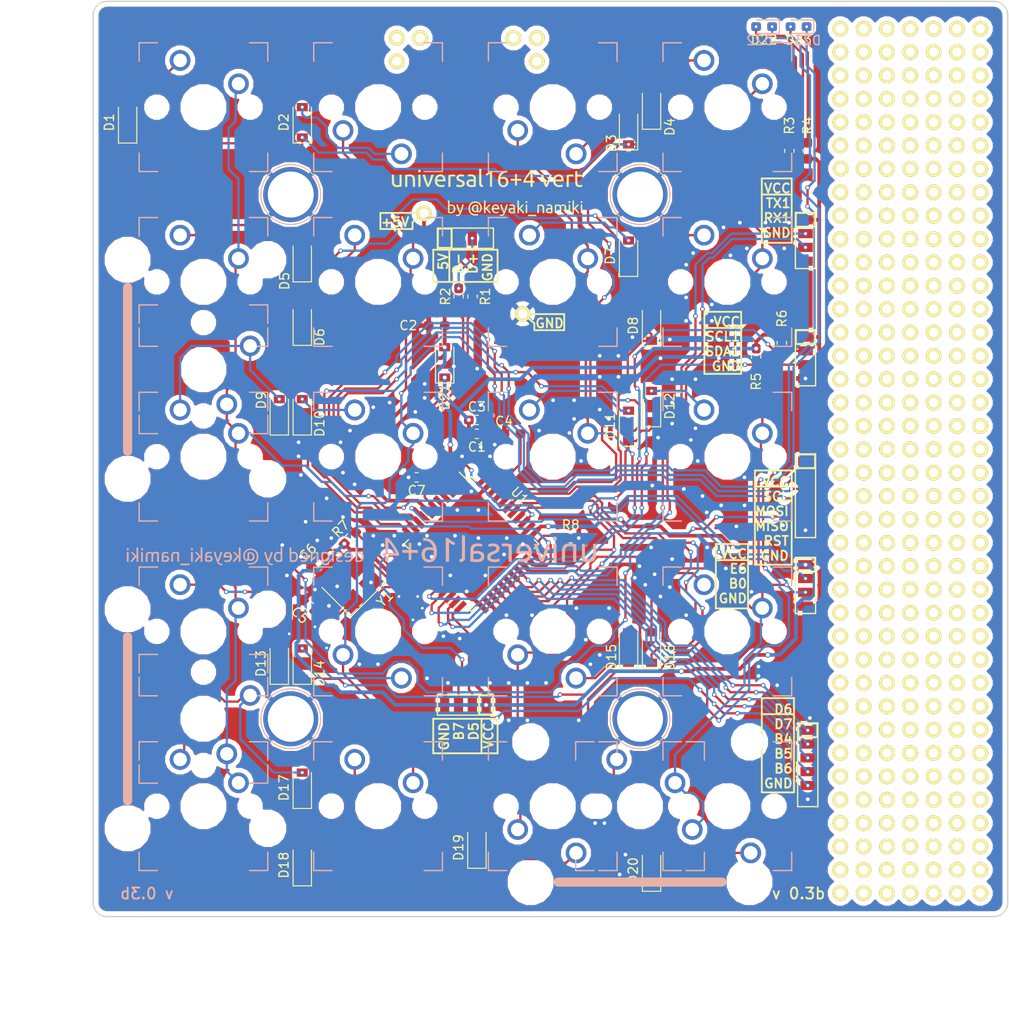
<source format=kicad_pcb>
(kicad_pcb (version 20171130) (host pcbnew 5.0.1)
  (title_block (title "universal16+4 vert") (date 2018-12-14) (rev 0.3))
  (layers (0 F.Cu signal) (31 B.Cu signal) (34 B.Paste user) (35 F.Paste user) (36 B.SilkS user) (37 F.SilkS user) (38 B.Mask user) (39 F.Mask user) (44 Edge.Cuts user))
  (net 0 "")
  (net 1 GND)
  (net 2 VCC)
  (net 3 +5V)
  (net 4 "Net-(C4-Pad1)")
  (net 5 "Net-(C5-Pad1)")
  (net 6 "Net-(C6-Pad1)")
  (net 7 "Net-(C7-Pad1)")
  (net 8 "Net-(D1-Pad2)")
  (net 9 row0)
  (net 10 "Net-(D2-Pad2)")
  (net 11 "Net-(D3-Pad2)")
  (net 12 "Net-(D4-Pad2)")
  (net 13 "Net-(D5-Pad2)")
  (net 14 row1)
  (net 15 "Net-(D6-Pad2)")
  (net 16 "Net-(D7-Pad2)")
  (net 17 "Net-(D8-Pad2)")
  (net 18 "Net-(D9-Pad2)")
  (net 19 row2)
  (net 20 "Net-(D10-Pad2)")
  (net 21 "Net-(D11-Pad2)")
  (net 22 "Net-(D12-Pad2)")
  (net 23 "Net-(D13-Pad2)")
  (net 24 row3)
  (net 25 "Net-(D14-Pad2)")
  (net 26 "Net-(D15-Pad2)")
  (net 27 "Net-(D16-Pad2)")
  (net 28 row4)
  (net 29 "Net-(D17-Pad2)")
  (net 30 "Net-(D18-Pad2)")
  (net 31 "Net-(D19-Pad2)")
  (net 32 "Net-(D20-Pad2)")
  (net 33 /B0)
  (net 34 /D5)
  (net 35 "Net-(J1-Pad3)")
  (net 36 "Net-(J1-Pad2)")
  (net 37 col0)
  (net 38 col1)
  (net 39 col2)
  (net 40 col3)
  (net 41 /SCL)
  (net 42 /MOSI)
  (net 43 /MISO)
  (net 44 /RESET)
  (net 45 /TX1)
  (net 46 /RX1)
  (net 47 /B7)
  (net 48 /B4)
  (net 49 /D7)
  (net 50 /D6)
  (net 51 /SCL1)
  (net 52 /SDA1)
  (net 53 /E6)
  (net 54 D-)
  (net 55 D+)
  (net 56 "Net-(R8-Pad1)")
  (net 57 "Net-(D22-Pad2)")
  (net 58 "Net-(D23-Pad2)")
  (net 59 /B5)
  (net 60 /B6)
  (module keyboard_parts:PIN_1 (layer F.Cu) (at 135.636 94.488 90)
    (fp_text reference P? hide)
    (fp_text value CONN_1 hide)
    (pad 1 thru_hole circle (at 0 0 90) (size 1.7 1.7) (drill 1.016) (layers *.Cu *.Mask F.SilkS) (net 1 GND))
  )
  (module keyboard_parts:PIN_1 (layer F.Cu) (at 124.9 83.566 90)
    (fp_text reference P? hide)
    (fp_text value CONN_1 hide)
    (pad 1 thru_hole circle (at 0 0 90) (size 1.7 1.7) (drill 1.016) (layers *.Cu *.Mask F.SilkS) (net 3 +5V))
  )
  (module myfootplint:MXOnly-1U_noled (layer B.Cu) (at 138.9 110.02 180)
    (fp_text reference SW11)
    (fp_text value SW_Push)
    (pad 2 thru_hole circle (at 2.54 5.08 180) (size 2.25 2.25) (drill 1.47) (layers *.Cu B.Mask) (net 21 "Net-(D11-Pad2)"))
    (pad "" np_thru_hole circle (at 5.08 0 131.9004) (size 1.75 1.75) (drill 1.75) (layers *.Cu *.Mask))
    (pad "" np_thru_hole circle (at -5.08 0 131.9004) (size 1.75 1.75) (drill 1.75) (layers *.Cu *.Mask))
    (pad 1 thru_hole circle (at -3.81 2.54 180) (size 2.25 2.25) (drill 1.47) (layers *.Cu *.Mask) (net 39 col2))
    (pad "" np_thru_hole circle (at 0 0 180) (size 3.9878 3.9878) (drill 3.9878) (layers *.Cu *.Mask))
    (pad 2 thru_hole circle (at 2.54 5.08 180) (size 2.25 2.25) (drill 1.47) (layers *.Cu F.Mask) (net 21 "Net-(D11-Pad2)"))
  )
  (module myfootplint:MXOnly-1U_noled (layer B.Cu) (at 157.9 110.02 180)
    (fp_text reference SW12)
    (fp_text value SW_Push)
    (pad 2 thru_hole circle (at 2.54 5.08 180) (size 2.25 2.25) (drill 1.47) (layers *.Cu B.Mask) (net 22 "Net-(D12-Pad2)"))
    (pad "" np_thru_hole circle (at 5.08 0 131.9004) (size 1.75 1.75) (drill 1.75) (layers *.Cu *.Mask))
    (pad "" np_thru_hole circle (at -5.08 0 131.9004) (size 1.75 1.75) (drill 1.75) (layers *.Cu *.Mask))
    (pad 1 thru_hole circle (at -3.81 2.54 180) (size 2.25 2.25) (drill 1.47) (layers *.Cu *.Mask) (net 40 col3))
    (pad "" np_thru_hole circle (at 0 0 180) (size 3.9878 3.9878) (drill 3.9878) (layers *.Cu *.Mask))
    (pad 2 thru_hole circle (at 2.54 5.08 180) (size 2.25 2.25) (drill 1.47) (layers *.Cu F.Mask) (net 22 "Net-(D12-Pad2)"))
  )
  (module myfootplint:MXOnly-1U_noled (layer B.Cu) (at 157.9 129.02 180)
    (fp_text reference SW16)
    (fp_text value SW_Push)
    (pad 2 thru_hole circle (at 2.54 5.08 180) (size 2.25 2.25) (drill 1.47) (layers *.Cu B.Mask) (net 27 "Net-(D16-Pad2)"))
    (pad "" np_thru_hole circle (at 5.08 0 131.9004) (size 1.75 1.75) (drill 1.75) (layers *.Cu *.Mask))
    (pad "" np_thru_hole circle (at -5.08 0 131.9004) (size 1.75 1.75) (drill 1.75) (layers *.Cu *.Mask))
    (pad 1 thru_hole circle (at -3.81 2.54 180) (size 2.25 2.25) (drill 1.47) (layers *.Cu *.Mask) (net 40 col3))
    (pad "" np_thru_hole circle (at 0 0 180) (size 3.9878 3.9878) (drill 3.9878) (layers *.Cu *.Mask))
    (pad 2 thru_hole circle (at 2.54 5.08 180) (size 2.25 2.25) (drill 1.47) (layers *.Cu F.Mask) (net 27 "Net-(D16-Pad2)"))
  )
  (module Package_QFP:TQFP-44_10x10mm_P0.8mm (layer F.Cu) (at 130.048 119.52 315)
    (fp_text reference U1 (at 0 -7.45 315) (layer F.SilkS))
    (fp_text value ATmega32U4-AU)
    (pad 1 smd rect (at -5.7 -4 315) (size 1.5 0.55) (layers F.Cu F.Paste F.Mask) (net 53 /E6))
    (pad 2 smd rect (at -5.7 -3.2 315) (size 1.5 0.55) (layers F.Cu F.Paste F.Mask) (net 3 +5V))
    (pad 3 smd rect (at -5.7 -2.4 315) (size 1.5 0.55) (layers F.Cu F.Paste F.Mask) (net 54 D-))
    (pad 4 smd rect (at -5.7 -1.6 315) (size 1.5 0.55) (layers F.Cu F.Paste F.Mask) (net 55 D+))
    (pad 5 smd rect (at -5.7 -0.8 315) (size 1.5 0.55) (layers F.Cu F.Paste F.Mask) (net 1 GND))
    (pad 6 smd rect (at -5.7 0 315) (size 1.5 0.55) (layers F.Cu F.Paste F.Mask) (net 7 "Net-(C7-Pad1)"))
    (pad 7 smd rect (at -5.7 0.8 315) (size 1.5 0.55) (layers F.Cu F.Paste F.Mask) (net 3 +5V))
    (pad 8 smd rect (at -5.7 1.6 315) (size 1.5 0.55) (layers F.Cu F.Paste F.Mask) (net 33 /B0))
    (pad 9 smd rect (at -5.7 2.4 315) (size 1.5 0.55) (layers F.Cu F.Paste F.Mask) (net 41 /SCL))
    (pad 10 smd rect (at -5.7 3.2 315) (size 1.5 0.55) (layers F.Cu F.Paste F.Mask) (net 42 /MOSI))
    (pad 11 smd rect (at -5.7 4 315) (size 1.5 0.55) (layers F.Cu F.Paste F.Mask) (net 43 /MISO))
    (pad 12 smd rect (at -4 5.7 45) (size 1.5 0.55) (layers F.Cu F.Paste F.Mask) (net 47 /B7))
    (pad 13 smd rect (at -3.2 5.7 45) (size 1.5 0.55) (layers F.Cu F.Paste F.Mask) (net 44 /RESET))
    (pad 14 smd rect (at -2.4 5.7 45) (size 1.5 0.55) (layers F.Cu F.Paste F.Mask) (net 2 VCC))
    (pad 15 smd rect (at -1.6 5.7 45) (size 1.5 0.55) (layers F.Cu F.Paste F.Mask) (net 1 GND))
    (pad 16 smd rect (at -0.8 5.7 45) (size 1.5 0.55) (layers F.Cu F.Paste F.Mask) (net 6 "Net-(C6-Pad1)"))
    (pad 17 smd rect (at 0 5.7 45) (size 1.5 0.55) (layers F.Cu F.Paste F.Mask) (net 5 "Net-(C5-Pad1)"))
    (pad 18 smd rect (at 0.8 5.7 45) (size 1.5 0.55) (layers F.Cu F.Paste F.Mask) (net 51 /SCL1))
    (pad 19 smd rect (at 1.6 5.7 45) (size 1.5 0.55) (layers F.Cu F.Paste F.Mask) (net 52 /SDA1))
    (pad 20 smd rect (at 2.4 5.7 45) (size 1.5 0.55) (layers F.Cu F.Paste F.Mask) (net 45 /TX1))
    (pad 21 smd rect (at 3.2 5.7 45) (size 1.5 0.55) (layers F.Cu F.Paste F.Mask) (net 46 /RX1))
    (pad 22 smd rect (at 4 5.7 45) (size 1.5 0.55) (layers F.Cu F.Paste F.Mask) (net 34 /D5))
    (pad 23 smd rect (at 5.7 4 315) (size 1.5 0.55) (layers F.Cu F.Paste F.Mask) (net 1 GND))
    (pad 24 smd rect (at 5.7 3.2 315) (size 1.5 0.55) (layers F.Cu F.Paste F.Mask) (net 2 VCC))
    (pad 25 smd rect (at 5.7 2.4 315) (size 1.5 0.55) (layers F.Cu F.Paste F.Mask) (net 40 col3))
    (pad 26 smd rect (at 5.7 1.6 315) (size 1.5 0.55) (layers F.Cu F.Paste F.Mask) (net 50 /D6))
    (pad 27 smd rect (at 5.7 0.8 315) (size 1.5 0.55) (layers F.Cu F.Paste F.Mask) (net 49 /D7))
    (pad 28 smd rect (at 5.7 0 315) (size 1.5 0.55) (layers F.Cu F.Paste F.Mask) (net 48 /B4))
    (pad 29 smd rect (at 5.7 -0.8 315) (size 1.5 0.55) (layers F.Cu F.Paste F.Mask) (net 59 /B5))
    (pad 30 smd rect (at 5.7 -1.6 315) (size 1.5 0.55) (layers F.Cu F.Paste F.Mask) (net 60 /B6))
    (pad 31 smd rect (at 5.7 -2.4 315) (size 1.5 0.55) (layers F.Cu F.Paste F.Mask) (net 39 col2))
    (pad 32 smd rect (at 5.7 -3.2 315) (size 1.5 0.55) (layers F.Cu F.Paste F.Mask) (net 38 col1))
    (pad 33 smd rect (at 5.7 -4 315) (size 1.5 0.55) (layers F.Cu F.Paste F.Mask) (net 56 "Net-(R8-Pad1)"))
    (pad 34 smd rect (at 4 -5.7 45) (size 1.5 0.55) (layers F.Cu F.Paste F.Mask) (net 2 VCC))
    (pad 35 smd rect (at 3.2 -5.7 45) (size 1.5 0.55) (layers F.Cu F.Paste F.Mask) (net 1 GND))
    (pad 36 smd rect (at 2.4 -5.7 45) (size 1.5 0.55) (layers F.Cu F.Paste F.Mask) (net 37 col0))
    (pad 37 smd rect (at 1.6 -5.7 45) (size 1.5 0.55) (layers F.Cu F.Paste F.Mask) (net 28 row4))
    (pad 38 smd rect (at 0.8 -5.7 45) (size 1.5 0.55) (layers F.Cu F.Paste F.Mask) (net 24 row3))
    (pad 39 smd rect (at 0 -5.7 45) (size 1.5 0.55) (layers F.Cu F.Paste F.Mask) (net 19 row2))
    (pad 40 smd rect (at -0.8 -5.7 45) (size 1.5 0.55) (layers F.Cu F.Paste F.Mask) (net 14 row1))
    (pad 41 smd rect (at -1.6 -5.7 45) (size 1.5 0.55) (layers F.Cu F.Paste F.Mask) (net 9 row0))
    (pad 42 smd rect (at -2.4 -5.7 45) (size 1.5 0.55) (layers F.Cu F.Paste F.Mask) (net 4 "Net-(C4-Pad1)"))
    (pad 43 smd rect (at -3.2 -5.7 45) (size 1.5 0.55) (layers F.Cu F.Paste F.Mask) (net 1 GND))
    (pad 44 smd rect (at -4 -5.7 45) (size 1.5 0.55) (layers F.Cu F.Paste F.Mask) (net 2 VCC))
  )
  (module myfootplint:MXOnly-1U_noled (layer B.Cu) (at 157.9 91.02 180)
    (fp_text reference SW8)
    (fp_text value SW_Push)
    (pad 2 thru_hole circle (at 2.54 5.08 180) (size 2.25 2.25) (drill 1.47) (layers *.Cu B.Mask) (net 17 "Net-(D8-Pad2)"))
    (pad "" np_thru_hole circle (at 5.08 0 131.9004) (size 1.75 1.75) (drill 1.75) (layers *.Cu *.Mask))
    (pad "" np_thru_hole circle (at -5.08 0 131.9004) (size 1.75 1.75) (drill 1.75) (layers *.Cu *.Mask))
    (pad 1 thru_hole circle (at -3.81 2.54 180) (size 2.25 2.25) (drill 1.47) (layers *.Cu *.Mask) (net 40 col3))
    (pad "" np_thru_hole circle (at 0 0 180) (size 3.9878 3.9878) (drill 3.9878) (layers *.Cu *.Mask))
    (pad 2 thru_hole circle (at 2.54 5.08 180) (size 2.25 2.25) (drill 1.47) (layers *.Cu F.Mask) (net 17 "Net-(D8-Pad2)"))
  )
  (module Diode_SMD:D_SOD-123 (layer F.Cu) (at 92.65 73.67 90)
    (fp_text reference D1 (at 0 -2 90) (layer F.SilkS))
    (fp_text value D)
    (pad 1 smd rect (at -1.65 0 90) (size 0.9 1.2) (layers F.Cu F.Paste F.Mask) (net 9 row0))
    (pad 2 smd rect (at 1.65 0 90) (size 0.9 1.2) (layers F.Cu F.Paste F.Mask) (net 8 "Net-(D1-Pad2)"))
  )
  (module keyboard_parts:PIN_1 (layer F.Cu) (at 137.17 67.04 90)
    (fp_text reference P? hide)
    (fp_text value CONN_1 hide)
    (pad 1 thru_hole circle (at 0 0 90) (size 1.7 1.7) (drill 1.016) (layers *.Cu *.Mask F.SilkS))
  )
  (module Resistor_SMD:R_0603_1608Metric_Pad1.05x0.95mm_HandSolder (layer F.Cu) (at 164.65 76.77 90)
    (fp_text reference R3 (at 2.75 0 90) (layer F.SilkS))
    (fp_text value 1k)
    (pad 1 smd roundrect (at -0.875 0 90) (size 1.05 0.95) (layers F.Cu F.Paste F.Mask) (net 2 VCC))
    (pad 2 smd roundrect (at 0.875 0 90) (size 1.05 0.95) (layers F.Cu F.Paste F.Mask) (net 57 "Net-(D22-Pad2)"))
  )
  (module Resistor_SMD:R_0603_1608Metric_Pad1.05x0.95mm_HandSolder (layer F.Cu) (at 166.65 76.77 90)
    (fp_text reference R4 (at 2.75 0 90) (layer F.SilkS))
    (fp_text value 1k)
    (pad 2 smd roundrect (at 0.875 0 90) (size 1.05 0.95) (layers F.Cu F.Paste F.Mask) (net 58 "Net-(D23-Pad2)"))
    (pad 1 smd roundrect (at -0.875 0 90) (size 1.05 0.95) (layers F.Cu F.Paste F.Mask) (net 2 VCC))
  )
  (module myfootplint:MXOnly-1U_noled (layer B.Cu) (at 100.9 91.02 180)
    (fp_text reference SW5)
    (fp_text value SW_Push)
    (pad 2 thru_hole circle (at 2.54 5.08 180) (size 2.25 2.25) (drill 1.47) (layers *.Cu B.Mask) (net 13 "Net-(D5-Pad2)"))
    (pad "" np_thru_hole circle (at 5.08 0 131.9004) (size 1.75 1.75) (drill 1.75) (layers *.Cu *.Mask))
    (pad "" np_thru_hole circle (at -5.08 0 131.9004) (size 1.75 1.75) (drill 1.75) (layers *.Cu *.Mask))
    (pad 1 thru_hole circle (at -3.81 2.54 180) (size 2.25 2.25) (drill 1.47) (layers *.Cu *.Mask) (net 37 col0))
    (pad "" np_thru_hole circle (at 0 0 180) (size 3.9878 3.9878) (drill 3.9878) (layers *.Cu *.Mask))
    (pad 2 thru_hole circle (at 2.54 5.08 180) (size 2.25 2.25) (drill 1.47) (layers *.Cu F.Mask) (net 13 "Net-(D5-Pad2)"))
  )
  (module myfootplint:MXOnly-1U_noled (layer B.Cu) (at 100.9 110.02 180)
    (fp_text reference SW9)
    (fp_text value SW_Push)
    (pad 2 thru_hole circle (at 2.54 5.08 180) (size 2.25 2.25) (drill 1.47) (layers *.Cu F.Mask) (net 18 "Net-(D9-Pad2)"))
    (pad "" np_thru_hole circle (at 0 0 180) (size 3.9878 3.9878) (drill 3.9878) (layers *.Cu *.Mask))
    (pad 1 thru_hole circle (at -3.81 2.54 180) (size 2.25 2.25) (drill 1.47) (layers *.Cu *.Mask) (net 37 col0))
    (pad "" np_thru_hole circle (at -5.08 0 131.9004) (size 1.75 1.75) (drill 1.75) (layers *.Cu *.Mask))
    (pad "" np_thru_hole circle (at 5.08 0 131.9004) (size 1.75 1.75) (drill 1.75) (layers *.Cu *.Mask))
    (pad 2 thru_hole circle (at 2.54 5.08 180) (size 2.25 2.25) (drill 1.47) (layers *.Cu B.Mask) (net 18 "Net-(D9-Pad2)"))
  )
  (module myfootplint:MXOnly-1U_noled (layer B.Cu) (at 100.9 129.02 180)
    (fp_text reference SW13)
    (fp_text value SW_Push)
    (pad 2 thru_hole circle (at 2.54 5.08 180) (size 2.25 2.25) (drill 1.47) (layers *.Cu F.Mask) (net 23 "Net-(D13-Pad2)"))
    (pad "" np_thru_hole circle (at 0 0 180) (size 3.9878 3.9878) (drill 3.9878) (layers *.Cu *.Mask))
    (pad 1 thru_hole circle (at -3.81 2.54 180) (size 2.25 2.25) (drill 1.47) (layers *.Cu *.Mask) (net 37 col0))
    (pad "" np_thru_hole circle (at -5.08 0 131.9004) (size 1.75 1.75) (drill 1.75) (layers *.Cu *.Mask))
    (pad "" np_thru_hole circle (at 5.08 0 131.9004) (size 1.75 1.75) (drill 1.75) (layers *.Cu *.Mask))
    (pad 2 thru_hole circle (at 2.54 5.08 180) (size 2.25 2.25) (drill 1.47) (layers *.Cu B.Mask) (net 23 "Net-(D13-Pad2)"))
  )
  (module Diode_SMD:D_SOD-123 (layer F.Cu) (at 111.65 146.02 90)
    (fp_text reference D17 (at 0 -2 90) (layer F.SilkS))
    (fp_text value D)
    (pad 1 smd rect (at -1.65 0 90) (size 0.9 1.2) (layers F.Cu F.Paste F.Mask) (net 28 row4))
    (pad 2 smd rect (at 1.65 0 90) (size 0.9 1.2) (layers F.Cu F.Paste F.Mask) (net 29 "Net-(D17-Pad2)"))
  )
  (module Diode_SMD:D_SOD-123 (layer F.Cu) (at 130.65 152.52 90)
    (fp_text reference D19 (at 0 -2 90) (layer F.SilkS))
    (fp_text value D)
    (pad 1 smd rect (at -1.65 0 90) (size 0.9 1.2) (layers F.Cu F.Paste F.Mask) (net 28 row4))
    (pad 2 smd rect (at 1.65 0 90) (size 0.9 1.2) (layers F.Cu F.Paste F.Mask) (net 31 "Net-(D19-Pad2)"))
  )
  (module myfootplint:6pads (layer F.Cu) (at 166.4 110.52)
    (fp_text reference J2 hide)
    (fp_text value Conn_01x06)
    (pad 1 smd rect (at 0 0) (size 1.6 1) (layers F.Cu F.Mask) (net 2 VCC))
    (pad 2 smd rect (at 0 1.5) (size 1.6 1) (layers F.Cu F.Mask) (net 41 /SCL))
    (pad 3 smd rect (at 0 3) (size 1.6 1) (layers F.Cu F.Mask) (net 42 /MOSI))
    (pad 4 smd rect (at 0 4.5) (size 1.6 1) (layers F.Cu F.Mask) (net 43 /MISO))
    (pad 5 smd rect (at 0 6) (size 1.6 1) (layers F.Cu F.Mask) (net 44 /RESET))
    (pad 6 smd rect (at 0 7.5) (size 1.6 1) (layers F.Cu F.Mask) (net 1 GND))
  )
  (module myfootplint:4pads (layer F.Cu) (at 166.4 97.02)
    (fp_text reference J3 hide)
    (fp_text value Conn_01x04)
    (pad 1 smd rect (at 0 0) (size 1.6 1) (layers F.Cu F.Mask) (net 2 VCC))
    (pad 2 smd rect (at 0 1.5) (size 1.6 1) (layers F.Cu F.Mask) (net 51 /SCL1))
    (pad 3 smd rect (at 0 3) (size 1.6 1) (layers F.Cu F.Mask) (net 52 /SDA1))
    (pad 4 smd rect (at 0 4.5) (size 1.6 1) (layers F.Cu F.Mask) (net 1 GND))
  )
  (module myfootplint:4pads (layer F.Cu) (at 166.4 84.27)
    (fp_text reference J4 hide)
    (fp_text value Conn_01x04)
    (pad 1 smd rect (at 0 0) (size 1.6 1) (layers F.Cu F.Mask) (net 2 VCC))
    (pad 2 smd rect (at 0 1.5) (size 1.6 1) (layers F.Cu F.Mask) (net 45 /TX1))
    (pad 3 smd rect (at 0 3) (size 1.6 1) (layers F.Cu F.Mask) (net 46 /RX1))
    (pad 4 smd rect (at 0 4.5) (size 1.6 1) (layers F.Cu F.Mask) (net 1 GND))
  )
  (module myfootplint:4pads (layer F.Cu) (at 131.65 137.02 270)
    (fp_text reference J5 hide)
    (fp_text value Conn_01x04)
    (pad 4 smd rect (at 0 4.5 270) (size 1.6 1) (layers F.Cu F.Mask) (net 1 GND))
    (pad 3 smd rect (at 0 3 270) (size 1.6 1) (layers F.Cu F.Mask) (net 47 /B7))
    (pad 2 smd rect (at 0 1.5 270) (size 1.6 1) (layers F.Cu F.Mask) (net 34 /D5))
    (pad 1 smd rect (at 0 0 270) (size 1.6 1) (layers F.Cu F.Mask) (net 2 VCC))
  )
  (module myfootplint:6pads (layer F.Cu) (at 166.65 139.77)
    (fp_text reference J6 hide)
    (fp_text value Conn_01x06)
    (pad 6 smd rect (at 0 7.5) (size 1.6 1) (layers F.Cu F.Mask) (net 1 GND))
    (pad 5 smd rect (at 0 6) (size 1.6 1) (layers F.Cu F.Mask) (net 60 /B6))
    (pad 4 smd rect (at 0 4.5) (size 1.6 1) (layers F.Cu F.Mask) (net 59 /B5))
    (pad 3 smd rect (at 0 3) (size 1.6 1) (layers F.Cu F.Mask) (net 48 /B4))
    (pad 2 smd rect (at 0 1.5) (size 1.6 1) (layers F.Cu F.Mask) (net 49 /D7))
    (pad 1 smd rect (at 0 0) (size 1.6 1) (layers F.Cu F.Mask) (net 50 /D6))
  )
  (module keyboard_parts:PIN_1 (layer F.Cu) (at 121.93 67.04 90)
    (fp_text reference P? hide)
    (fp_text value CONN_1 hide)
    (pad 1 thru_hole circle (at 0 0 90) (size 1.7 1.7) (drill 1.016) (layers *.Cu *.Mask F.SilkS))
  )
  (module Diode_SMD:D_SOD-123 (layer F.Cu) (at 111.65 154.432 90)
    (fp_text reference D18 (at 0 -2 90) (layer F.SilkS))
    (fp_text value D)
    (pad 1 smd rect (at -1.65 0 90) (size 0.9 1.2) (layers F.Cu F.Paste F.Mask) (net 28 row4))
    (pad 2 smd rect (at 1.65 0 90) (size 0.9 1.2) (layers F.Cu F.Paste F.Mask) (net 30 "Net-(D18-Pad2)"))
  )
  (module Diode_SMD:D_SOD-123 (layer F.Cu) (at 149.65 155.02 90)
    (fp_text reference D20 (at 0 -2 90) (layer F.SilkS))
    (fp_text value D)
    (pad 1 smd rect (at -1.65 0 90) (size 0.9 1.2) (layers F.Cu F.Paste F.Mask) (net 28 row4))
    (pad 2 smd rect (at 1.65 0 90) (size 0.9 1.2) (layers F.Cu F.Paste F.Mask) (net 32 "Net-(D20-Pad2)"))
  )
  (module LED_SMD:LED_0603_1608Metric_Pad1.05x0.95mm_HandSolder (layer B.Cu) (at 161.9 63.27 180)
    (fp_text reference D22 (at 0.5 -1.5 180) (layer B.SilkS) (effects (justify mirror)))
    (fp_text value LED)
    (pad 1 smd roundrect (at -0.875 0 180) (size 1.05 0.95) (layers B.Cu B.Paste B.Mask) (net 33 /B0))
    (pad 2 smd roundrect (at 0.875 0 180) (size 1.05 0.95) (layers B.Cu B.Paste B.Mask) (net 57 "Net-(D22-Pad2)"))
  )
  (module LED_SMD:LED_0603_1608Metric_Pad1.05x0.95mm_HandSolder (layer B.Cu) (at 165.65 63.27 180)
    (fp_text reference D23 (at -1 -1.5 180) (layer B.SilkS) (effects (justify mirror)))
    (fp_text value LED)
    (pad 2 smd roundrect (at 0.875 0 180) (size 1.05 0.95) (layers B.Cu B.Paste B.Mask) (net 58 "Net-(D23-Pad2)"))
    (pad 1 smd roundrect (at -0.875 0 180) (size 1.05 0.95) (layers B.Cu B.Paste B.Mask) (net 34 /D5))
  )
  (module keyboard_parts:PIN_1 (layer F.Cu) (at 134.63 64.5 90)
    (fp_text reference P? hide)
    (fp_text value CONN_1 hide)
    (pad 1 thru_hole circle (at 0 0 90) (size 1.7 1.7) (drill 1.016) (layers *.Cu *.Mask F.SilkS))
  )
  (module keyboard_parts:PIN_1 (layer F.Cu) (at 137.17 64.5 90)
    (fp_text reference P? hide)
    (fp_text value CONN_1 hide)
    (pad 1 thru_hole circle (at 0 0 90) (size 1.7 1.7) (drill 1.016) (layers *.Cu *.Mask F.SilkS))
  )
  (module keyboard_parts:PIN_1 (layer F.Cu) (at 121.93 64.5 90)
    (fp_text reference P? hide)
    (fp_text value CONN_1 hide)
    (pad 1 thru_hole circle (at 0 0 90) (size 1.7 1.7) (drill 1.016) (layers *.Cu *.Mask F.SilkS))
  )
  (module keyboard_parts:PIN_1 (layer F.Cu) (at 124.47 64.5 90)
    (fp_text reference P? hide)
    (fp_text value CONN_1 hide)
    (pad 1 thru_hole circle (at 0 0 90) (size 1.7 1.7) (drill 1.016) (layers *.Cu *.Mask F.SilkS))
  )
  (module keyboard_parts:PIN_1 (layer F.Cu) (at 172.72 93.98 90)
    (fp_text reference P? hide)
    (fp_text value CONN_1 hide)
    (pad 1 thru_hole circle (at 0 0 90) (size 1.7 1.7) (drill 1.016) (layers *.Cu *.Mask F.SilkS))
  )
  (module keyboard_parts:PIN_1 (layer F.Cu) (at 172.72 96.52 90)
    (fp_text reference P? hide)
    (fp_text value CONN_1 hide)
    (pad 1 thru_hole circle (at 0 0 90) (size 1.7 1.7) (drill 1.016) (layers *.Cu *.Mask F.SilkS))
  )
  (module keyboard_parts:PIN_1 (layer F.Cu) (at 172.72 88.9 90)
    (fp_text reference P? hide)
    (fp_text value CONN_1 hide)
    (pad 1 thru_hole circle (at 0 0 90) (size 1.7 1.7) (drill 1.016) (layers *.Cu *.Mask F.SilkS))
  )
  (module keyboard_parts:PIN_1 (layer F.Cu) (at 172.72 91.44 90)
    (fp_text reference P? hide)
    (fp_text value CONN_1 hide)
    (pad 1 thru_hole circle (at 0 0 90) (size 1.7 1.7) (drill 1.016) (layers *.Cu *.Mask F.SilkS))
  )
  (module keyboard_parts:PIN_1 (layer F.Cu) (at 172.72 121.92 90)
    (fp_text reference P? hide)
    (fp_text value CONN_1 hide)
    (pad 1 thru_hole circle (at 0 0 90) (size 1.7 1.7) (drill 1.016) (layers *.Cu *.Mask F.SilkS))
  )
  (module keyboard_parts:PIN_1 (layer F.Cu) (at 172.72 124.46 90)
    (fp_text reference P? hide)
    (fp_text value CONN_1 hide)
    (pad 1 thru_hole circle (at 0 0 90) (size 1.7 1.7) (drill 1.016) (layers *.Cu *.Mask F.SilkS))
  )
  (module keyboard_parts:PIN_1 (layer F.Cu) (at 172.72 119.38 90)
    (fp_text reference P? hide)
    (fp_text value CONN_1 hide)
    (pad 1 thru_hole circle (at 0 0 90) (size 1.7 1.7) (drill 1.016) (layers *.Cu *.Mask F.SilkS))
  )
  (module keyboard_parts:PIN_1 (layer F.Cu) (at 172.72 114.3 90)
    (fp_text reference P? hide)
    (fp_text value CONN_1 hide)
    (pad 1 thru_hole circle (at 0 0 90) (size 1.7 1.7) (drill 1.016) (layers *.Cu *.Mask F.SilkS))
  )
  (module keyboard_parts:PIN_1 (layer F.Cu) (at 172.72 116.84 90)
    (fp_text reference P? hide)
    (fp_text value CONN_1 hide)
    (pad 1 thru_hole circle (at 0 0 90) (size 1.7 1.7) (drill 1.016) (layers *.Cu *.Mask F.SilkS))
  )
  (module keyboard_parts:PIN_1 (layer F.Cu) (at 172.72 142.24 90)
    (fp_text reference P? hide)
    (fp_text value CONN_1 hide)
    (pad 1 thru_hole circle (at 0 0 90) (size 1.7 1.7) (drill 1.016) (layers *.Cu *.Mask F.SilkS))
  )
  (module keyboard_parts:PIN_1 (layer F.Cu) (at 175.26 147.32 90)
    (fp_text reference P? hide)
    (fp_text value CONN_1 hide)
    (pad 1 thru_hole circle (at 0 0 90) (size 1.7 1.7) (drill 1.016) (layers *.Cu *.Mask F.SilkS))
  )
  (module keyboard_parts:PIN_1 (layer F.Cu) (at 175.26 144.78 90)
    (fp_text reference P? hide)
    (fp_text value CONN_1 hide)
    (pad 1 thru_hole circle (at 0 0 90) (size 1.7 1.7) (drill 1.016) (layers *.Cu *.Mask F.SilkS))
  )
  (module keyboard_parts:PIN_1 (layer F.Cu) (at 175.26 152.4 90)
    (fp_text reference P? hide)
    (fp_text value CONN_1 hide)
    (pad 1 thru_hole circle (at 0 0 90) (size 1.7 1.7) (drill 1.016) (layers *.Cu *.Mask F.SilkS))
  )
  (module keyboard_parts:PIN_1 (layer F.Cu) (at 172.72 149.86 90)
    (fp_text reference P? hide)
    (fp_text value CONN_1 hide)
    (pad 1 thru_hole circle (at 0 0 90) (size 1.7 1.7) (drill 1.016) (layers *.Cu *.Mask F.SilkS))
  )
  (module keyboard_parts:PIN_1 (layer F.Cu) (at 172.72 152.4 90)
    (fp_text reference P? hide)
    (fp_text value CONN_1 hide)
    (pad 1 thru_hole circle (at 0 0 90) (size 1.7 1.7) (drill 1.016) (layers *.Cu *.Mask F.SilkS))
  )
  (module keyboard_parts:PIN_1 (layer F.Cu) (at 172.72 147.32 90)
    (fp_text reference P? hide)
    (fp_text value CONN_1 hide)
    (pad 1 thru_hole circle (at 0 0 90) (size 1.7 1.7) (drill 1.016) (layers *.Cu *.Mask F.SilkS))
  )
  (module keyboard_parts:PIN_1 (layer F.Cu) (at 175.26 149.86 90)
    (fp_text reference P? hide)
    (fp_text value CONN_1 hide)
    (pad 1 thru_hole circle (at 0 0 90) (size 1.7 1.7) (drill 1.016) (layers *.Cu *.Mask F.SilkS))
  )
  (module keyboard_parts:PIN_1 (layer F.Cu) (at 172.72 144.78 90)
    (fp_text reference P? hide)
    (fp_text value CONN_1 hide)
    (pad 1 thru_hole circle (at 0 0 90) (size 1.7 1.7) (drill 1.016) (layers *.Cu *.Mask F.SilkS))
  )
  (module keyboard_parts:PIN_1 (layer F.Cu) (at 175.26 86.36 90)
    (fp_text reference P? hide)
    (fp_text value CONN_1 hide)
    (pad 1 thru_hole circle (at 0 0 90) (size 1.7 1.7) (drill 1.016) (layers *.Cu *.Mask F.SilkS))
  )
  (module keyboard_parts:PIN_1 (layer F.Cu) (at 172.72 86.36 90)
    (fp_text reference P? hide)
    (fp_text value CONN_1 hide)
    (pad 1 thru_hole circle (at 0 0 90) (size 1.7 1.7) (drill 1.016) (layers *.Cu *.Mask F.SilkS))
  )
  (module keyboard_parts:PIN_1 (layer F.Cu) (at 172.72 127 90)
    (fp_text reference P? hide)
    (fp_text value CONN_1 hide)
    (pad 1 thru_hole circle (at 0 0 90) (size 1.7 1.7) (drill 1.016) (layers *.Cu *.Mask F.SilkS))
  )
  (module keyboard_parts:PIN_1 (layer F.Cu) (at 180.34 147.32 90)
    (fp_text reference P? hide)
    (fp_text value CONN_1 hide)
    (pad 1 thru_hole circle (at 0 0 90) (size 1.7 1.7) (drill 1.016) (layers *.Cu *.Mask F.SilkS))
  )
  (module keyboard_parts:PIN_1 (layer F.Cu) (at 180.34 149.86 90)
    (fp_text reference P? hide)
    (fp_text value CONN_1 hide)
    (pad 1 thru_hole circle (at 0 0 90) (size 1.7 1.7) (drill 1.016) (layers *.Cu *.Mask F.SilkS))
  )
  (module keyboard_parts:PIN_1 (layer F.Cu) (at 180.34 142.24 90)
    (fp_text reference P? hide)
    (fp_text value CONN_1 hide)
    (pad 1 thru_hole circle (at 0 0 90) (size 1.7 1.7) (drill 1.016) (layers *.Cu *.Mask F.SilkS))
  )
  (module keyboard_parts:PIN_1 (layer F.Cu) (at 180.34 152.4 90)
    (fp_text reference P? hide)
    (fp_text value CONN_1 hide)
    (pad 1 thru_hole circle (at 0 0 90) (size 1.7 1.7) (drill 1.016) (layers *.Cu *.Mask F.SilkS))
  )
  (module keyboard_parts:PIN_1 (layer F.Cu) (at 180.34 144.78 90)
    (fp_text reference P? hide)
    (fp_text value CONN_1 hide)
    (pad 1 thru_hole circle (at 0 0 90) (size 1.7 1.7) (drill 1.016) (layers *.Cu *.Mask F.SilkS))
  )
  (module keyboard_parts:PIN_1 (layer F.Cu) (at 180.34 139.7 180)
    (fp_text reference P? hide)
    (fp_text value CONN_1 hide)
    (pad 1 thru_hole circle (at 0 0 180) (size 1.7 1.7) (drill 1.016) (layers *.Cu *.Mask F.SilkS))
  )
  (module keyboard_parts:PIN_1 (layer F.Cu) (at 180.34 101.6 90)
    (fp_text reference P? hide)
    (fp_text value CONN_1 hide)
    (pad 1 thru_hole circle (at 0 0 90) (size 1.7 1.7) (drill 1.016) (layers *.Cu *.Mask F.SilkS))
  )
  (module keyboard_parts:PIN_1 (layer F.Cu) (at 180.34 93.98 90)
    (fp_text reference P? hide)
    (fp_text value CONN_1 hide)
    (pad 1 thru_hole circle (at 0 0 90) (size 1.7 1.7) (drill 1.016) (layers *.Cu *.Mask F.SilkS))
  )
  (module keyboard_parts:PIN_1 (layer F.Cu) (at 180.34 99.06 90)
    (fp_text reference P? hide)
    (fp_text value CONN_1 hide)
    (pad 1 thru_hole circle (at 0 0 90) (size 1.7 1.7) (drill 1.016) (layers *.Cu *.Mask F.SilkS))
  )
  (module keyboard_parts:PIN_1 (layer F.Cu) (at 180.34 96.52 90)
    (fp_text reference P? hide)
    (fp_text value CONN_1 hide)
    (pad 1 thru_hole circle (at 0 0 90) (size 1.7 1.7) (drill 1.016) (layers *.Cu *.Mask F.SilkS))
  )
  (module keyboard_parts:PIN_1 (layer F.Cu) (at 180.34 129.54 90)
    (fp_text reference P? hide)
    (fp_text value CONN_1 hide)
    (pad 1 thru_hole circle (at 0 0 90) (size 1.7 1.7) (drill 1.016) (layers *.Cu *.Mask F.SilkS))
  )
  (module keyboard_parts:PIN_1 (layer F.Cu) (at 180.34 137.16 90)
    (fp_text reference P? hide)
    (fp_text value CONN_1 hide)
    (pad 1 thru_hole circle (at 0 0 90) (size 1.7 1.7) (drill 1.016) (layers *.Cu *.Mask F.SilkS))
  )
  (module keyboard_parts:PIN_1 (layer F.Cu) (at 180.34 111.76 90)
    (fp_text reference P? hide)
    (fp_text value CONN_1 hide)
    (pad 1 thru_hole circle (at 0 0 90) (size 1.7 1.7) (drill 1.016) (layers *.Cu *.Mask F.SilkS))
  )
  (module keyboard_parts:PIN_1 (layer F.Cu) (at 180.34 109.22 90)
    (fp_text reference P? hide)
    (fp_text value CONN_1 hide)
    (pad 1 thru_hole circle (at 0 0 90) (size 1.7 1.7) (drill 1.016) (layers *.Cu *.Mask F.SilkS))
  )
  (module keyboard_parts:PIN_1 (layer F.Cu) (at 180.34 114.3 90)
    (fp_text reference P? hide)
    (fp_text value CONN_1 hide)
    (pad 1 thru_hole circle (at 0 0 90) (size 1.7 1.7) (drill 1.016) (layers *.Cu *.Mask F.SilkS))
  )
  (module keyboard_parts:PIN_1 (layer F.Cu) (at 180.34 134.62 180)
    (fp_text reference P? hide)
    (fp_text value CONN_1 hide)
    (pad 1 thru_hole circle (at 0 0 180) (size 1.7 1.7) (drill 1.016) (layers *.Cu *.Mask F.SilkS))
  )
  (module keyboard_parts:PIN_1 (layer F.Cu) (at 180.34 132.08 180)
    (fp_text reference P? hide)
    (fp_text value CONN_1 hide)
    (pad 1 thru_hole circle (at 0 0 180) (size 1.7 1.7) (drill 1.016) (layers *.Cu *.Mask F.SilkS))
  )
  (module keyboard_parts:PIN_1 (layer F.Cu) (at 185.42 121.92 90)
    (fp_text reference P? hide)
    (fp_text value CONN_1 hide)
    (pad 1 thru_hole circle (at 0 0 90) (size 1.7 1.7) (drill 1.016) (layers *.Cu *.Mask F.SilkS))
  )
  (module keyboard_parts:PIN_1 (layer F.Cu) (at 182.88 121.92 90)
    (fp_text reference P? hide)
    (fp_text value CONN_1 hide)
    (pad 1 thru_hole circle (at 0 0 90) (size 1.7 1.7) (drill 1.016) (layers *.Cu *.Mask F.SilkS))
  )
  (module keyboard_parts:PIN_1 (layer F.Cu) (at 180.34 119.38 90)
    (fp_text reference P? hide)
    (fp_text value CONN_1 hide)
    (pad 1 thru_hole circle (at 0 0 90) (size 1.7 1.7) (drill 1.016) (layers *.Cu *.Mask F.SilkS))
  )
  (module keyboard_parts:PIN_1 (layer F.Cu) (at 170.18 119.38 90)
    (fp_text reference P? hide)
    (fp_text value CONN_1 hide)
    (pad 1 thru_hole circle (at 0 0 90) (size 1.7 1.7) (drill 1.016) (layers *.Cu *.Mask F.SilkS))
  )
  (module keyboard_parts:PIN_1 (layer F.Cu) (at 177.8 119.38 90)
    (fp_text reference P? hide)
    (fp_text value CONN_1 hide)
    (pad 1 thru_hole circle (at 0 0 90) (size 1.7 1.7) (drill 1.016) (layers *.Cu *.Mask F.SilkS))
  )
  (module keyboard_parts:PIN_1 (layer F.Cu) (at 170.18 121.92 90)
    (fp_text reference P? hide)
    (fp_text value CONN_1 hide)
    (pad 1 thru_hole circle (at 0 0 90) (size 1.7 1.7) (drill 1.016) (layers *.Cu *.Mask F.SilkS))
  )
  (module keyboard_parts:PIN_1 (layer F.Cu) (at 175.26 121.92 90)
    (fp_text reference P? hide)
    (fp_text value CONN_1 hide)
    (pad 1 thru_hole circle (at 0 0 90) (size 1.7 1.7) (drill 1.016) (layers *.Cu *.Mask F.SilkS))
  )
  (module keyboard_parts:PIN_1 (layer F.Cu) (at 170.18 116.84 90)
    (fp_text reference P? hide)
    (fp_text value CONN_1 hide)
    (pad 1 thru_hole circle (at 0 0 90) (size 1.7 1.7) (drill 1.016) (layers *.Cu *.Mask F.SilkS))
  )
  (module keyboard_parts:PIN_1 (layer F.Cu) (at 175.26 111.76 90)
    (fp_text reference P? hide)
    (fp_text value CONN_1 hide)
    (pad 1 thru_hole circle (at 0 0 90) (size 1.7 1.7) (drill 1.016) (layers *.Cu *.Mask F.SilkS))
  )
  (module keyboard_parts:PIN_1 (layer F.Cu) (at 177.8 111.76 90)
    (fp_text reference P? hide)
    (fp_text value CONN_1 hide)
    (pad 1 thru_hole circle (at 0 0 90) (size 1.7 1.7) (drill 1.016) (layers *.Cu *.Mask F.SilkS))
  )
  (module keyboard_parts:PIN_1 (layer F.Cu) (at 172.72 109.22 90)
    (fp_text reference P? hide)
    (fp_text value CONN_1 hide)
    (pad 1 thru_hole circle (at 0 0 90) (size 1.7 1.7) (drill 1.016) (layers *.Cu *.Mask F.SilkS))
  )
  (module keyboard_parts:PIN_1 (layer F.Cu) (at 177.8 116.84 90)
    (fp_text reference P? hide)
    (fp_text value CONN_1 hide)
    (pad 1 thru_hole circle (at 0 0 90) (size 1.7 1.7) (drill 1.016) (layers *.Cu *.Mask F.SilkS))
  )
  (module keyboard_parts:PIN_1 (layer F.Cu) (at 175.26 114.3 90)
    (fp_text reference P? hide)
    (fp_text value CONN_1 hide)
    (pad 1 thru_hole circle (at 0 0 90) (size 1.7 1.7) (drill 1.016) (layers *.Cu *.Mask F.SilkS))
  )
  (module keyboard_parts:PIN_1 (layer F.Cu) (at 175.26 119.38 90)
    (fp_text reference P? hide)
    (fp_text value CONN_1 hide)
    (pad 1 thru_hole circle (at 0 0 90) (size 1.7 1.7) (drill 1.016) (layers *.Cu *.Mask F.SilkS))
  )
  (module keyboard_parts:PIN_1 (layer F.Cu) (at 172.72 111.76 90)
    (fp_text reference P? hide)
    (fp_text value CONN_1 hide)
    (pad 1 thru_hole circle (at 0 0 90) (size 1.7 1.7) (drill 1.016) (layers *.Cu *.Mask F.SilkS))
  )
  (module keyboard_parts:PIN_1 (layer F.Cu) (at 172.72 106.68 90)
    (fp_text reference P? hide)
    (fp_text value CONN_1 hide)
    (pad 1 thru_hole circle (at 0 0 90) (size 1.7 1.7) (drill 1.016) (layers *.Cu *.Mask F.SilkS))
  )
  (module keyboard_parts:PIN_1 (layer F.Cu) (at 170.18 114.3 90)
    (fp_text reference P? hide)
    (fp_text value CONN_1 hide)
    (pad 1 thru_hole circle (at 0 0 90) (size 1.7 1.7) (drill 1.016) (layers *.Cu *.Mask F.SilkS))
  )
  (module keyboard_parts:PIN_1 (layer F.Cu) (at 177.8 114.3 90)
    (fp_text reference P? hide)
    (fp_text value CONN_1 hide)
    (pad 1 thru_hole circle (at 0 0 90) (size 1.7 1.7) (drill 1.016) (layers *.Cu *.Mask F.SilkS))
  )
  (module keyboard_parts:PIN_1 (layer F.Cu) (at 177.8 109.22 90)
    (fp_text reference P? hide)
    (fp_text value CONN_1 hide)
    (pad 1 thru_hole circle (at 0 0 90) (size 1.7 1.7) (drill 1.016) (layers *.Cu *.Mask F.SilkS))
  )
  (module keyboard_parts:PIN_1 (layer F.Cu) (at 170.18 111.76 90)
    (fp_text reference P? hide)
    (fp_text value CONN_1 hide)
    (pad 1 thru_hole circle (at 0 0 90) (size 1.7 1.7) (drill 1.016) (layers *.Cu *.Mask F.SilkS))
  )
  (module keyboard_parts:PIN_1 (layer F.Cu) (at 180.34 121.92 90)
    (fp_text reference P? hide)
    (fp_text value CONN_1 hide)
    (pad 1 thru_hole circle (at 0 0 90) (size 1.7 1.7) (drill 1.016) (layers *.Cu *.Mask F.SilkS))
  )
  (module keyboard_parts:PIN_1 (layer F.Cu) (at 180.34 116.84 90)
    (fp_text reference P? hide)
    (fp_text value CONN_1 hide)
    (pad 1 thru_hole circle (at 0 0 90) (size 1.7 1.7) (drill 1.016) (layers *.Cu *.Mask F.SilkS))
  )
  (module keyboard_parts:PIN_1 (layer F.Cu) (at 177.8 121.92 90)
    (fp_text reference P? hide)
    (fp_text value CONN_1 hide)
    (pad 1 thru_hole circle (at 0 0 90) (size 1.7 1.7) (drill 1.016) (layers *.Cu *.Mask F.SilkS))
  )
  (module keyboard_parts:PIN_1 (layer F.Cu) (at 170.18 109.22 90)
    (fp_text reference P? hide)
    (fp_text value CONN_1 hide)
    (pad 1 thru_hole circle (at 0 0 90) (size 1.7 1.7) (drill 1.016) (layers *.Cu *.Mask F.SilkS))
  )
  (module keyboard_parts:PIN_1 (layer F.Cu) (at 175.26 116.84 90)
    (fp_text reference P? hide)
    (fp_text value CONN_1 hide)
    (pad 1 thru_hole circle (at 0 0 90) (size 1.7 1.7) (drill 1.016) (layers *.Cu *.Mask F.SilkS))
  )
  (module keyboard_parts:PIN_1 (layer F.Cu) (at 175.26 109.22 90)
    (fp_text reference P? hide)
    (fp_text value CONN_1 hide)
    (pad 1 thru_hole circle (at 0 0 90) (size 1.7 1.7) (drill 1.016) (layers *.Cu *.Mask F.SilkS))
  )
  (module keyboard_parts:PIN_1 (layer F.Cu) (at 185.42 109.22 90)
    (fp_text reference P? hide)
    (fp_text value CONN_1 hide)
    (pad 1 thru_hole circle (at 0 0 90) (size 1.7 1.7) (drill 1.016) (layers *.Cu *.Mask F.SilkS))
  )
  (module keyboard_parts:PIN_1 (layer F.Cu) (at 182.88 119.38 90)
    (fp_text reference P? hide)
    (fp_text value CONN_1 hide)
    (pad 1 thru_hole circle (at 0 0 90) (size 1.7 1.7) (drill 1.016) (layers *.Cu *.Mask F.SilkS))
  )
  (module keyboard_parts:PIN_1 (layer F.Cu) (at 182.88 111.76 90)
    (fp_text reference P? hide)
    (fp_text value CONN_1 hide)
    (pad 1 thru_hole circle (at 0 0 90) (size 1.7 1.7) (drill 1.016) (layers *.Cu *.Mask F.SilkS))
  )
  (module keyboard_parts:PIN_1 (layer F.Cu) (at 185.42 116.84 90)
    (fp_text reference P? hide)
    (fp_text value CONN_1 hide)
    (pad 1 thru_hole circle (at 0 0 90) (size 1.7 1.7) (drill 1.016) (layers *.Cu *.Mask F.SilkS))
  )
  (module keyboard_parts:PIN_1 (layer F.Cu) (at 182.88 114.3 90)
    (fp_text reference P? hide)
    (fp_text value CONN_1 hide)
    (pad 1 thru_hole circle (at 0 0 90) (size 1.7 1.7) (drill 1.016) (layers *.Cu *.Mask F.SilkS))
  )
  (module keyboard_parts:PIN_1 (layer F.Cu) (at 182.88 109.22 90)
    (fp_text reference P? hide)
    (fp_text value CONN_1 hide)
    (pad 1 thru_hole circle (at 0 0 90) (size 1.7 1.7) (drill 1.016) (layers *.Cu *.Mask F.SilkS))
  )
  (module keyboard_parts:PIN_1 (layer F.Cu) (at 185.42 111.76 90)
    (fp_text reference P? hide)
    (fp_text value CONN_1 hide)
    (pad 1 thru_hole circle (at 0 0 90) (size 1.7 1.7) (drill 1.016) (layers *.Cu *.Mask F.SilkS))
  )
  (module keyboard_parts:PIN_1 (layer F.Cu) (at 182.88 116.84 90)
    (fp_text reference P? hide)
    (fp_text value CONN_1 hide)
    (pad 1 thru_hole circle (at 0 0 90) (size 1.7 1.7) (drill 1.016) (layers *.Cu *.Mask F.SilkS))
  )
  (module keyboard_parts:PIN_1 (layer F.Cu) (at 185.42 119.38 90)
    (fp_text reference P? hide)
    (fp_text value CONN_1 hide)
    (pad 1 thru_hole circle (at 0 0 90) (size 1.7 1.7) (drill 1.016) (layers *.Cu *.Mask F.SilkS))
  )
  (module keyboard_parts:PIN_1 (layer F.Cu) (at 185.42 114.3 90)
    (fp_text reference P? hide)
    (fp_text value CONN_1 hide)
    (pad 1 thru_hole circle (at 0 0 90) (size 1.7 1.7) (drill 1.016) (layers *.Cu *.Mask F.SilkS))
  )
  (module keyboard_parts:PIN_1 (layer F.Cu) (at 170.18 144.78 90)
    (fp_text reference P? hide)
    (fp_text value CONN_1 hide)
    (pad 1 thru_hole circle (at 0 0 90) (size 1.7 1.7) (drill 1.016) (layers *.Cu *.Mask F.SilkS))
  )
  (module keyboard_parts:PIN_1 (layer F.Cu) (at 172.72 134.62 90)
    (fp_text reference P? hide)
    (fp_text value CONN_1 hide)
    (pad 1 thru_hole circle (at 0 0 90) (size 1.7 1.7) (drill 1.016) (layers *.Cu *.Mask F.SilkS))
  )
  (module keyboard_parts:PIN_1 (layer F.Cu) (at 172.72 157.48 90)
    (fp_text reference P? hide)
    (fp_text value CONN_1 hide)
    (pad 1 thru_hole circle (at 0 0 90) (size 1.7 1.7) (drill 1.016) (layers *.Cu *.Mask F.SilkS))
  )
  (module keyboard_parts:PIN_1 (layer F.Cu) (at 170.18 134.62 90)
    (fp_text reference P? hide)
    (fp_text value CONN_1 hide)
    (pad 1 thru_hole circle (at 0 0 90) (size 1.7 1.7) (drill 1.016) (layers *.Cu *.Mask F.SilkS))
  )
  (module keyboard_parts:PIN_1 (layer F.Cu) (at 175.26 142.24 90)
    (fp_text reference P? hide)
    (fp_text value CONN_1 hide)
    (pad 1 thru_hole circle (at 0 0 90) (size 1.7 1.7) (drill 1.016) (layers *.Cu *.Mask F.SilkS))
  )
  (module keyboard_parts:PIN_1 (layer F.Cu) (at 170.18 149.86 90)
    (fp_text reference P? hide)
    (fp_text value CONN_1 hide)
    (pad 1 thru_hole circle (at 0 0 90) (size 1.7 1.7) (drill 1.016) (layers *.Cu *.Mask F.SilkS))
  )
  (module keyboard_parts:PIN_1 (layer F.Cu) (at 170.18 127 90)
    (fp_text reference P? hide)
    (fp_text value CONN_1 hide)
    (pad 1 thru_hole circle (at 0 0 90) (size 1.7 1.7) (drill 1.016) (layers *.Cu *.Mask F.SilkS))
  )
  (module keyboard_parts:PIN_1 (layer F.Cu) (at 170.18 147.32 90)
    (fp_text reference P? hide)
    (fp_text value CONN_1 hide)
    (pad 1 thru_hole circle (at 0 0 90) (size 1.7 1.7) (drill 1.016) (layers *.Cu *.Mask F.SilkS))
  )
  (module keyboard_parts:PIN_1 (layer F.Cu) (at 175.26 127 90)
    (fp_text reference P? hide)
    (fp_text value CONN_1 hide)
    (pad 1 thru_hole circle (at 0 0 90) (size 1.7 1.7) (drill 1.016) (layers *.Cu *.Mask F.SilkS))
  )
  (module keyboard_parts:PIN_1 (layer F.Cu) (at 170.18 132.08 90)
    (fp_text reference P? hide)
    (fp_text value CONN_1 hide)
    (pad 1 thru_hole circle (at 0 0 90) (size 1.7 1.7) (drill 1.016) (layers *.Cu *.Mask F.SilkS))
  )
  (module keyboard_parts:PIN_1 (layer F.Cu) (at 170.18 129.54 90)
    (fp_text reference P? hide)
    (fp_text value CONN_1 hide)
    (pad 1 thru_hole circle (at 0 0 90) (size 1.7 1.7) (drill 1.016) (layers *.Cu *.Mask F.SilkS))
  )
  (module keyboard_parts:PIN_1 (layer F.Cu) (at 172.72 129.54 90)
    (fp_text reference P? hide)
    (fp_text value CONN_1 hide)
    (pad 1 thru_hole circle (at 0 0 90) (size 1.7 1.7) (drill 1.016) (layers *.Cu *.Mask F.SilkS))
  )
  (module keyboard_parts:PIN_1 (layer F.Cu) (at 170.18 152.4 90)
    (fp_text reference P? hide)
    (fp_text value CONN_1 hide)
    (pad 1 thru_hole circle (at 0 0 90) (size 1.7 1.7) (drill 1.016) (layers *.Cu *.Mask F.SilkS))
  )
  (module keyboard_parts:PIN_1 (layer F.Cu) (at 170.18 139.7 90)
    (fp_text reference P? hide)
    (fp_text value CONN_1 hide)
    (pad 1 thru_hole circle (at 0 0 90) (size 1.7 1.7) (drill 1.016) (layers *.Cu *.Mask F.SilkS))
  )
  (module keyboard_parts:PIN_1 (layer F.Cu) (at 172.72 139.7 90)
    (fp_text reference P? hide)
    (fp_text value CONN_1 hide)
    (pad 1 thru_hole circle (at 0 0 90) (size 1.7 1.7) (drill 1.016) (layers *.Cu *.Mask F.SilkS))
  )
  (module keyboard_parts:PIN_1 (layer F.Cu) (at 175.26 124.46 90)
    (fp_text reference P? hide)
    (fp_text value CONN_1 hide)
    (pad 1 thru_hole circle (at 0 0 90) (size 1.7 1.7) (drill 1.016) (layers *.Cu *.Mask F.SilkS))
  )
  (module keyboard_parts:PIN_1 (layer F.Cu) (at 170.18 142.24 90)
    (fp_text reference P? hide)
    (fp_text value CONN_1 hide)
    (pad 1 thru_hole circle (at 0 0 90) (size 1.7 1.7) (drill 1.016) (layers *.Cu *.Mask F.SilkS))
  )
  (module keyboard_parts:PIN_1 (layer F.Cu) (at 172.72 137.16 90)
    (fp_text reference P? hide)
    (fp_text value CONN_1 hide)
    (pad 1 thru_hole circle (at 0 0 90) (size 1.7 1.7) (drill 1.016) (layers *.Cu *.Mask F.SilkS))
  )
  (module keyboard_parts:PIN_1 (layer F.Cu) (at 172.72 154.94 90)
    (fp_text reference P? hide)
    (fp_text value CONN_1 hide)
    (pad 1 thru_hole circle (at 0 0 90) (size 1.7 1.7) (drill 1.016) (layers *.Cu *.Mask F.SilkS))
  )
  (module keyboard_parts:PIN_1 (layer F.Cu) (at 172.72 132.08 90)
    (fp_text reference P? hide)
    (fp_text value CONN_1 hide)
    (pad 1 thru_hole circle (at 0 0 90) (size 1.7 1.7) (drill 1.016) (layers *.Cu *.Mask F.SilkS))
  )
  (module keyboard_parts:PIN_1 (layer F.Cu) (at 170.18 137.16 90)
    (fp_text reference P? hide)
    (fp_text value CONN_1 hide)
    (pad 1 thru_hole circle (at 0 0 90) (size 1.7 1.7) (drill 1.016) (layers *.Cu *.Mask F.SilkS))
  )
  (module keyboard_parts:PIN_1 (layer F.Cu) (at 170.18 157.48 90)
    (fp_text reference P? hide)
    (fp_text value CONN_1 hide)
    (pad 1 thru_hole circle (at 0 0 90) (size 1.7 1.7) (drill 1.016) (layers *.Cu *.Mask F.SilkS))
  )
  (module keyboard_parts:PIN_1 (layer F.Cu) (at 170.18 124.46 90)
    (fp_text reference P? hide)
    (fp_text value CONN_1 hide)
    (pad 1 thru_hole circle (at 0 0 90) (size 1.7 1.7) (drill 1.016) (layers *.Cu *.Mask F.SilkS))
  )
  (module keyboard_parts:PIN_1 (layer F.Cu) (at 170.18 154.94 90)
    (fp_text reference P? hide)
    (fp_text value CONN_1 hide)
    (pad 1 thru_hole circle (at 0 0 90) (size 1.7 1.7) (drill 1.016) (layers *.Cu *.Mask F.SilkS))
  )
  (module keyboard_parts:PIN_1 (layer F.Cu) (at 177.8 139.7 90)
    (fp_text reference P? hide)
    (fp_text value CONN_1 hide)
    (pad 1 thru_hole circle (at 0 0 90) (size 1.7 1.7) (drill 1.016) (layers *.Cu *.Mask F.SilkS))
  )
  (module keyboard_parts:PIN_1 (layer F.Cu) (at 180.34 124.46 90)
    (fp_text reference P? hide)
    (fp_text value CONN_1 hide)
    (pad 1 thru_hole circle (at 0 0 90) (size 1.7 1.7) (drill 1.016) (layers *.Cu *.Mask F.SilkS))
  )
  (module keyboard_parts:PIN_1 (layer F.Cu) (at 177.8 152.4 90)
    (fp_text reference P? hide)
    (fp_text value CONN_1 hide)
    (pad 1 thru_hole circle (at 0 0 90) (size 1.7 1.7) (drill 1.016) (layers *.Cu *.Mask F.SilkS))
  )
  (module keyboard_parts:PIN_1 (layer F.Cu) (at 177.8 154.94 90)
    (fp_text reference P? hide)
    (fp_text value CONN_1 hide)
    (pad 1 thru_hole circle (at 0 0 90) (size 1.7 1.7) (drill 1.016) (layers *.Cu *.Mask F.SilkS))
  )
  (module keyboard_parts:PIN_1 (layer F.Cu) (at 177.8 149.86 90)
    (fp_text reference P? hide)
    (fp_text value CONN_1 hide)
    (pad 1 thru_hole circle (at 0 0 90) (size 1.7 1.7) (drill 1.016) (layers *.Cu *.Mask F.SilkS))
  )
  (module keyboard_parts:PIN_1 (layer F.Cu) (at 175.26 134.62 90)
    (fp_text reference P? hide)
    (fp_text value CONN_1 hide)
    (pad 1 thru_hole circle (at 0 0 90) (size 1.7 1.7) (drill 1.016) (layers *.Cu *.Mask F.SilkS))
  )
  (module keyboard_parts:PIN_1 (layer F.Cu) (at 177.8 137.16 90)
    (fp_text reference P? hide)
    (fp_text value CONN_1 hide)
    (pad 1 thru_hole circle (at 0 0 90) (size 1.7 1.7) (drill 1.016) (layers *.Cu *.Mask F.SilkS))
  )
  (module keyboard_parts:PIN_1 (layer F.Cu) (at 177.8 127 90)
    (fp_text reference P? hide)
    (fp_text value CONN_1 hide)
    (pad 1 thru_hole circle (at 0 0 90) (size 1.7 1.7) (drill 1.016) (layers *.Cu *.Mask F.SilkS))
  )
  (module keyboard_parts:PIN_1 (layer F.Cu) (at 177.8 132.08 90)
    (fp_text reference P? hide)
    (fp_text value CONN_1 hide)
    (pad 1 thru_hole circle (at 0 0 90) (size 1.7 1.7) (drill 1.016) (layers *.Cu *.Mask F.SilkS))
  )
  (module keyboard_parts:PIN_1 (layer F.Cu) (at 177.8 157.48 90)
    (fp_text reference P? hide)
    (fp_text value CONN_1 hide)
    (pad 1 thru_hole circle (at 0 0 90) (size 1.7 1.7) (drill 1.016) (layers *.Cu *.Mask F.SilkS))
  )
  (module keyboard_parts:PIN_1 (layer F.Cu) (at 175.26 129.54 90)
    (fp_text reference P? hide)
    (fp_text value CONN_1 hide)
    (pad 1 thru_hole circle (at 0 0 90) (size 1.7 1.7) (drill 1.016) (layers *.Cu *.Mask F.SilkS))
  )
  (module keyboard_parts:PIN_1 (layer F.Cu) (at 177.8 124.46 90)
    (fp_text reference P? hide)
    (fp_text value CONN_1 hide)
    (pad 1 thru_hole circle (at 0 0 90) (size 1.7 1.7) (drill 1.016) (layers *.Cu *.Mask F.SilkS))
  )
  (module keyboard_parts:PIN_1 (layer F.Cu) (at 180.34 127 90)
    (fp_text reference P? hide)
    (fp_text value CONN_1 hide)
    (pad 1 thru_hole circle (at 0 0 90) (size 1.7 1.7) (drill 1.016) (layers *.Cu *.Mask F.SilkS))
  )
  (module keyboard_parts:PIN_1 (layer F.Cu) (at 177.8 142.24 90)
    (fp_text reference P? hide)
    (fp_text value CONN_1 hide)
    (pad 1 thru_hole circle (at 0 0 90) (size 1.7 1.7) (drill 1.016) (layers *.Cu *.Mask F.SilkS))
  )
  (module keyboard_parts:PIN_1 (layer F.Cu) (at 177.8 144.78 90)
    (fp_text reference P? hide)
    (fp_text value CONN_1 hide)
    (pad 1 thru_hole circle (at 0 0 90) (size 1.7 1.7) (drill 1.016) (layers *.Cu *.Mask F.SilkS))
  )
  (module keyboard_parts:PIN_1 (layer F.Cu) (at 175.26 139.7 90)
    (fp_text reference P? hide)
    (fp_text value CONN_1 hide)
    (pad 1 thru_hole circle (at 0 0 90) (size 1.7 1.7) (drill 1.016) (layers *.Cu *.Mask F.SilkS))
  )
  (module keyboard_parts:PIN_1 (layer F.Cu) (at 175.26 132.08 90)
    (fp_text reference P? hide)
    (fp_text value CONN_1 hide)
    (pad 1 thru_hole circle (at 0 0 90) (size 1.7 1.7) (drill 1.016) (layers *.Cu *.Mask F.SilkS))
  )
  (module keyboard_parts:PIN_1 (layer F.Cu) (at 175.26 154.94 90)
    (fp_text reference P? hide)
    (fp_text value CONN_1 hide)
    (pad 1 thru_hole circle (at 0 0 90) (size 1.7 1.7) (drill 1.016) (layers *.Cu *.Mask F.SilkS))
  )
  (module keyboard_parts:PIN_1 (layer F.Cu) (at 175.26 137.16 90)
    (fp_text reference P? hide)
    (fp_text value CONN_1 hide)
    (pad 1 thru_hole circle (at 0 0 90) (size 1.7 1.7) (drill 1.016) (layers *.Cu *.Mask F.SilkS))
  )
  (module keyboard_parts:PIN_1 (layer F.Cu) (at 177.8 147.32 90)
    (fp_text reference P? hide)
    (fp_text value CONN_1 hide)
    (pad 1 thru_hole circle (at 0 0 90) (size 1.7 1.7) (drill 1.016) (layers *.Cu *.Mask F.SilkS))
  )
  (module keyboard_parts:PIN_1 (layer F.Cu) (at 177.8 134.62 90)
    (fp_text reference P? hide)
    (fp_text value CONN_1 hide)
    (pad 1 thru_hole circle (at 0 0 90) (size 1.7 1.7) (drill 1.016) (layers *.Cu *.Mask F.SilkS))
  )
  (module keyboard_parts:PIN_1 (layer F.Cu) (at 177.8 129.54 90)
    (fp_text reference P? hide)
    (fp_text value CONN_1 hide)
    (pad 1 thru_hole circle (at 0 0 90) (size 1.7 1.7) (drill 1.016) (layers *.Cu *.Mask F.SilkS))
  )
  (module keyboard_parts:PIN_1 (layer F.Cu) (at 175.26 157.48 90)
    (fp_text reference P? hide)
    (fp_text value CONN_1 hide)
    (pad 1 thru_hole circle (at 0 0 90) (size 1.7 1.7) (drill 1.016) (layers *.Cu *.Mask F.SilkS))
  )
  (module keyboard_parts:PIN_1 (layer F.Cu) (at 177.8 106.68 90)
    (fp_text reference P? hide)
    (fp_text value CONN_1 hide)
    (pad 1 thru_hole circle (at 0 0 90) (size 1.7 1.7) (drill 1.016) (layers *.Cu *.Mask F.SilkS))
  )
  (module keyboard_parts:PIN_1 (layer F.Cu) (at 172.72 104.14 90)
    (fp_text reference P? hide)
    (fp_text value CONN_1 hide)
    (pad 1 thru_hole circle (at 0 0 90) (size 1.7 1.7) (drill 1.016) (layers *.Cu *.Mask F.SilkS))
  )
  (module keyboard_parts:PIN_1 (layer F.Cu) (at 185.42 106.68 90)
    (fp_text reference P? hide)
    (fp_text value CONN_1 hide)
    (pad 1 thru_hole circle (at 0 0 90) (size 1.7 1.7) (drill 1.016) (layers *.Cu *.Mask F.SilkS))
  )
  (module keyboard_parts:PIN_1 (layer F.Cu) (at 182.88 106.68 90)
    (fp_text reference P? hide)
    (fp_text value CONN_1 hide)
    (pad 1 thru_hole circle (at 0 0 90) (size 1.7 1.7) (drill 1.016) (layers *.Cu *.Mask F.SilkS))
  )
  (module keyboard_parts:PIN_1 (layer F.Cu) (at 170.18 106.68 90)
    (fp_text reference P? hide)
    (fp_text value CONN_1 hide)
    (pad 1 thru_hole circle (at 0 0 90) (size 1.7 1.7) (drill 1.016) (layers *.Cu *.Mask F.SilkS))
  )
  (module keyboard_parts:PIN_1 (layer F.Cu) (at 175.26 106.68 90)
    (fp_text reference P? hide)
    (fp_text value CONN_1 hide)
    (pad 1 thru_hole circle (at 0 0 90) (size 1.7 1.7) (drill 1.016) (layers *.Cu *.Mask F.SilkS))
  )
  (module keyboard_parts:PIN_1 (layer F.Cu) (at 177.8 99.06 90)
    (fp_text reference P? hide)
    (fp_text value CONN_1 hide)
    (pad 1 thru_hole circle (at 0 0 90) (size 1.7 1.7) (drill 1.016) (layers *.Cu *.Mask F.SilkS))
  )
  (module keyboard_parts:PIN_1 (layer F.Cu) (at 175.26 101.6 90)
    (fp_text reference P? hide)
    (fp_text value CONN_1 hide)
    (pad 1 thru_hole circle (at 0 0 90) (size 1.7 1.7) (drill 1.016) (layers *.Cu *.Mask F.SilkS))
  )
  (module keyboard_parts:PIN_1 (layer F.Cu) (at 175.26 104.14 90)
    (fp_text reference P? hide)
    (fp_text value CONN_1 hide)
    (pad 1 thru_hole circle (at 0 0 90) (size 1.7 1.7) (drill 1.016) (layers *.Cu *.Mask F.SilkS))
  )
  (module keyboard_parts:PIN_1 (layer F.Cu) (at 175.26 99.06 90)
    (fp_text reference P? hide)
    (fp_text value CONN_1 hide)
    (pad 1 thru_hole circle (at 0 0 90) (size 1.7 1.7) (drill 1.016) (layers *.Cu *.Mask F.SilkS))
  )
  (module keyboard_parts:PIN_1 (layer F.Cu) (at 185.42 99.06 90)
    (fp_text reference P? hide)
    (fp_text value CONN_1 hide)
    (pad 1 thru_hole circle (at 0 0 90) (size 1.7 1.7) (drill 1.016) (layers *.Cu *.Mask F.SilkS))
  )
  (module keyboard_parts:PIN_1 (layer F.Cu) (at 177.8 101.6 90)
    (fp_text reference P? hide)
    (fp_text value CONN_1 hide)
    (pad 1 thru_hole circle (at 0 0 90) (size 1.7 1.7) (drill 1.016) (layers *.Cu *.Mask F.SilkS))
  )
  (module keyboard_parts:PIN_1 (layer F.Cu) (at 180.34 91.44 90)
    (fp_text reference P? hide)
    (fp_text value CONN_1 hide)
    (pad 1 thru_hole circle (at 0 0 90) (size 1.7 1.7) (drill 1.016) (layers *.Cu *.Mask F.SilkS))
  )
  (module keyboard_parts:PIN_1 (layer F.Cu) (at 185.42 104.14 90)
    (fp_text reference P? hide)
    (fp_text value CONN_1 hide)
    (pad 1 thru_hole circle (at 0 0 90) (size 1.7 1.7) (drill 1.016) (layers *.Cu *.Mask F.SilkS))
  )
  (module keyboard_parts:PIN_1 (layer F.Cu) (at 170.18 104.14 90)
    (fp_text reference P? hide)
    (fp_text value CONN_1 hide)
    (pad 1 thru_hole circle (at 0 0 90) (size 1.7 1.7) (drill 1.016) (layers *.Cu *.Mask F.SilkS))
  )
  (module keyboard_parts:PIN_1 (layer F.Cu) (at 185.42 101.6 90)
    (fp_text reference P? hide)
    (fp_text value CONN_1 hide)
    (pad 1 thru_hole circle (at 0 0 90) (size 1.7 1.7) (drill 1.016) (layers *.Cu *.Mask F.SilkS))
  )
  (module keyboard_parts:PIN_1 (layer F.Cu) (at 180.34 106.68 90)
    (fp_text reference P? hide)
    (fp_text value CONN_1 hide)
    (pad 1 thru_hole circle (at 0 0 90) (size 1.7 1.7) (drill 1.016) (layers *.Cu *.Mask F.SilkS))
  )
  (module keyboard_parts:PIN_1 (layer F.Cu) (at 182.88 101.6 90)
    (fp_text reference P? hide)
    (fp_text value CONN_1 hide)
    (pad 1 thru_hole circle (at 0 0 90) (size 1.7 1.7) (drill 1.016) (layers *.Cu *.Mask F.SilkS))
  )
  (module keyboard_parts:PIN_1 (layer F.Cu) (at 182.88 104.14 90)
    (fp_text reference P? hide)
    (fp_text value CONN_1 hide)
    (pad 1 thru_hole circle (at 0 0 90) (size 1.7 1.7) (drill 1.016) (layers *.Cu *.Mask F.SilkS))
  )
  (module keyboard_parts:PIN_1 (layer F.Cu) (at 177.8 104.14 90)
    (fp_text reference P? hide)
    (fp_text value CONN_1 hide)
    (pad 1 thru_hole circle (at 0 0 90) (size 1.7 1.7) (drill 1.016) (layers *.Cu *.Mask F.SilkS))
  )
  (module keyboard_parts:PIN_1 (layer F.Cu) (at 180.34 104.14 90)
    (fp_text reference P? hide)
    (fp_text value CONN_1 hide)
    (pad 1 thru_hole circle (at 0 0 90) (size 1.7 1.7) (drill 1.016) (layers *.Cu *.Mask F.SilkS))
  )
  (module keyboard_parts:PIN_1 (layer F.Cu) (at 172.72 101.6 90)
    (fp_text reference P? hide)
    (fp_text value CONN_1 hide)
    (pad 1 thru_hole circle (at 0 0 90) (size 1.7 1.7) (drill 1.016) (layers *.Cu *.Mask F.SilkS))
  )
  (module keyboard_parts:PIN_1 (layer F.Cu) (at 182.88 99.06 90)
    (fp_text reference P? hide)
    (fp_text value CONN_1 hide)
    (pad 1 thru_hole circle (at 0 0 90) (size 1.7 1.7) (drill 1.016) (layers *.Cu *.Mask F.SilkS))
  )
  (module keyboard_parts:PIN_1 (layer F.Cu) (at 170.18 99.06 90)
    (fp_text reference P? hide)
    (fp_text value CONN_1 hide)
    (pad 1 thru_hole circle (at 0 0 90) (size 1.7 1.7) (drill 1.016) (layers *.Cu *.Mask F.SilkS))
  )
  (module keyboard_parts:PIN_1 (layer F.Cu) (at 170.18 101.6 90)
    (fp_text reference P? hide)
    (fp_text value CONN_1 hide)
    (pad 1 thru_hole circle (at 0 0 90) (size 1.7 1.7) (drill 1.016) (layers *.Cu *.Mask F.SilkS))
  )
  (module keyboard_parts:PIN_1 (layer F.Cu) (at 182.88 91.44 90)
    (fp_text reference P? hide)
    (fp_text value CONN_1 hide)
    (pad 1 thru_hole circle (at 0 0 90) (size 1.7 1.7) (drill 1.016) (layers *.Cu *.Mask F.SilkS))
  )
  (module keyboard_parts:PIN_1 (layer F.Cu) (at 177.8 63.5 90)
    (fp_text reference P? hide)
    (fp_text value CONN_1 hide)
    (pad 1 thru_hole circle (at 0 0 90) (size 1.7 1.7) (drill 1.016) (layers *.Cu *.Mask F.SilkS))
  )
  (module keyboard_parts:PIN_1 (layer F.Cu) (at 180.34 76.2 90)
    (fp_text reference P? hide)
    (fp_text value CONN_1 hide)
    (pad 1 thru_hole circle (at 0 0 90) (size 1.7 1.7) (drill 1.016) (layers *.Cu *.Mask F.SilkS))
  )
  (module keyboard_parts:PIN_1 (layer F.Cu) (at 182.88 96.52 90)
    (fp_text reference P? hide)
    (fp_text value CONN_1 hide)
    (pad 1 thru_hole circle (at 0 0 90) (size 1.7 1.7) (drill 1.016) (layers *.Cu *.Mask F.SilkS))
  )
  (module keyboard_parts:PIN_1 (layer F.Cu) (at 177.8 68.58 90)
    (fp_text reference P? hide)
    (fp_text value CONN_1 hide)
    (pad 1 thru_hole circle (at 0 0 90) (size 1.7 1.7) (drill 1.016) (layers *.Cu *.Mask F.SilkS))
  )
  (module keyboard_parts:PIN_1 (layer F.Cu) (at 182.88 88.9 90)
    (fp_text reference P? hide)
    (fp_text value CONN_1 hide)
    (pad 1 thru_hole circle (at 0 0 90) (size 1.7 1.7) (drill 1.016) (layers *.Cu *.Mask F.SilkS))
  )
  (module keyboard_parts:PIN_1 (layer F.Cu) (at 177.8 76.2 90)
    (fp_text reference P? hide)
    (fp_text value CONN_1 hide)
    (pad 1 thru_hole circle (at 0 0 90) (size 1.7 1.7) (drill 1.016) (layers *.Cu *.Mask F.SilkS))
  )
  (module keyboard_parts:PIN_1 (layer F.Cu) (at 180.34 81.28 180)
    (fp_text reference P? hide)
    (fp_text value CONN_1 hide)
    (pad 1 thru_hole circle (at 0 0 180) (size 1.7 1.7) (drill 1.016) (layers *.Cu *.Mask F.SilkS))
  )
  (module keyboard_parts:PIN_1 (layer F.Cu) (at 182.88 86.36 90)
    (fp_text reference P? hide)
    (fp_text value CONN_1 hide)
    (pad 1 thru_hole circle (at 0 0 90) (size 1.7 1.7) (drill 1.016) (layers *.Cu *.Mask F.SilkS))
  )
  (module keyboard_parts:PIN_1 (layer F.Cu) (at 182.88 68.58 90)
    (fp_text reference P? hide)
    (fp_text value CONN_1 hide)
    (pad 1 thru_hole circle (at 0 0 90) (size 1.7 1.7) (drill 1.016) (layers *.Cu *.Mask F.SilkS))
  )
  (module keyboard_parts:PIN_1 (layer F.Cu) (at 182.88 63.5 90)
    (fp_text reference P? hide)
    (fp_text value CONN_1 hide)
    (pad 1 thru_hole circle (at 0 0 90) (size 1.7 1.7) (drill 1.016) (layers *.Cu *.Mask F.SilkS))
  )
  (module keyboard_parts:PIN_1 (layer F.Cu) (at 182.88 93.98 90)
    (fp_text reference P? hide)
    (fp_text value CONN_1 hide)
    (pad 1 thru_hole circle (at 0 0 90) (size 1.7 1.7) (drill 1.016) (layers *.Cu *.Mask F.SilkS))
  )
  (module keyboard_parts:PIN_1 (layer F.Cu) (at 177.8 81.28 180)
    (fp_text reference P? hide)
    (fp_text value CONN_1 hide)
    (pad 1 thru_hole circle (at 0 0 180) (size 1.7 1.7) (drill 1.016) (layers *.Cu *.Mask F.SilkS))
  )
  (module keyboard_parts:PIN_1 (layer F.Cu) (at 182.88 71.12 90)
    (fp_text reference P? hide)
    (fp_text value CONN_1 hide)
    (pad 1 thru_hole circle (at 0 0 90) (size 1.7 1.7) (drill 1.016) (layers *.Cu *.Mask F.SilkS))
  )
  (module keyboard_parts:PIN_1 (layer F.Cu) (at 180.34 66.04 90)
    (fp_text reference P? hide)
    (fp_text value CONN_1 hide)
    (pad 1 thru_hole circle (at 0 0 90) (size 1.7 1.7) (drill 1.016) (layers *.Cu *.Mask F.SilkS))
  )
  (module keyboard_parts:PIN_1 (layer F.Cu) (at 182.88 83.82 90)
    (fp_text reference P? hide)
    (fp_text value CONN_1 hide)
    (pad 1 thru_hole circle (at 0 0 90) (size 1.7 1.7) (drill 1.016) (layers *.Cu *.Mask F.SilkS))
  )
  (module keyboard_parts:PIN_1 (layer F.Cu) (at 180.34 71.12 90)
    (fp_text reference P? hide)
    (fp_text value CONN_1 hide)
    (pad 1 thru_hole circle (at 0 0 90) (size 1.7 1.7) (drill 1.016) (layers *.Cu *.Mask F.SilkS))
  )
  (module keyboard_parts:PIN_1 (layer F.Cu) (at 180.34 63.5 90)
    (fp_text reference P? hide)
    (fp_text value CONN_1 hide)
    (pad 1 thru_hole circle (at 0 0 90) (size 1.7 1.7) (drill 1.016) (layers *.Cu *.Mask F.SilkS))
  )
  (module keyboard_parts:PIN_1 (layer F.Cu) (at 177.8 66.04 90)
    (fp_text reference P? hide)
    (fp_text value CONN_1 hide)
    (pad 1 thru_hole circle (at 0 0 90) (size 1.7 1.7) (drill 1.016) (layers *.Cu *.Mask F.SilkS))
  )
  (module keyboard_parts:PIN_1 (layer F.Cu) (at 182.88 81.28 90)
    (fp_text reference P? hide)
    (fp_text value CONN_1 hide)
    (pad 1 thru_hole circle (at 0 0 90) (size 1.7 1.7) (drill 1.016) (layers *.Cu *.Mask F.SilkS))
  )
  (module keyboard_parts:PIN_1 (layer F.Cu) (at 177.8 88.9 90)
    (fp_text reference P? hide)
    (fp_text value CONN_1 hide)
    (pad 1 thru_hole circle (at 0 0 90) (size 1.7 1.7) (drill 1.016) (layers *.Cu *.Mask F.SilkS))
  )
  (module keyboard_parts:PIN_1 (layer F.Cu) (at 182.88 78.74 90)
    (fp_text reference P? hide)
    (fp_text value CONN_1 hide)
    (pad 1 thru_hole circle (at 0 0 90) (size 1.7 1.7) (drill 1.016) (layers *.Cu *.Mask F.SilkS))
  )
  (module keyboard_parts:PIN_1 (layer F.Cu) (at 182.88 66.04 90)
    (fp_text reference P? hide)
    (fp_text value CONN_1 hide)
    (pad 1 thru_hole circle (at 0 0 90) (size 1.7 1.7) (drill 1.016) (layers *.Cu *.Mask F.SilkS))
  )
  (module keyboard_parts:PIN_1 (layer F.Cu) (at 180.34 78.74 180)
    (fp_text reference P? hide)
    (fp_text value CONN_1 hide)
    (pad 1 thru_hole circle (at 0 0 180) (size 1.7 1.7) (drill 1.016) (layers *.Cu *.Mask F.SilkS))
  )
  (module keyboard_parts:PIN_1 (layer F.Cu) (at 177.8 73.66 90)
    (fp_text reference P? hide)
    (fp_text value CONN_1 hide)
    (pad 1 thru_hole circle (at 0 0 90) (size 1.7 1.7) (drill 1.016) (layers *.Cu *.Mask F.SilkS))
  )
  (module keyboard_parts:PIN_1 (layer F.Cu) (at 180.34 68.58 90)
    (fp_text reference P? hide)
    (fp_text value CONN_1 hide)
    (pad 1 thru_hole circle (at 0 0 90) (size 1.7 1.7) (drill 1.016) (layers *.Cu *.Mask F.SilkS))
  )
  (module keyboard_parts:PIN_1 (layer F.Cu) (at 180.34 73.66 90)
    (fp_text reference P? hide)
    (fp_text value CONN_1 hide)
    (pad 1 thru_hole circle (at 0 0 90) (size 1.7 1.7) (drill 1.016) (layers *.Cu *.Mask F.SilkS))
  )
  (module keyboard_parts:PIN_1 (layer F.Cu) (at 177.8 78.74 180)
    (fp_text reference P? hide)
    (fp_text value CONN_1 hide)
    (pad 1 thru_hole circle (at 0 0 180) (size 1.7 1.7) (drill 1.016) (layers *.Cu *.Mask F.SilkS))
  )
  (module keyboard_parts:PIN_1 (layer F.Cu) (at 177.8 71.12 90)
    (fp_text reference P? hide)
    (fp_text value CONN_1 hide)
    (pad 1 thru_hole circle (at 0 0 90) (size 1.7 1.7) (drill 1.016) (layers *.Cu *.Mask F.SilkS))
  )
  (module keyboard_parts:PIN_1 (layer F.Cu) (at 182.88 73.66 90)
    (fp_text reference P? hide)
    (fp_text value CONN_1 hide)
    (pad 1 thru_hole circle (at 0 0 90) (size 1.7 1.7) (drill 1.016) (layers *.Cu *.Mask F.SilkS))
  )
  (module keyboard_parts:PIN_1 (layer F.Cu) (at 180.34 88.9 90)
    (fp_text reference P? hide)
    (fp_text value CONN_1 hide)
    (pad 1 thru_hole circle (at 0 0 90) (size 1.7 1.7) (drill 1.016) (layers *.Cu *.Mask F.SilkS))
  )
  (module keyboard_parts:PIN_1 (layer F.Cu) (at 182.88 76.2 90)
    (fp_text reference P? hide)
    (fp_text value CONN_1 hide)
    (pad 1 thru_hole circle (at 0 0 90) (size 1.7 1.7) (drill 1.016) (layers *.Cu *.Mask F.SilkS))
  )
  (module keyboard_parts:PIN_1 (layer F.Cu) (at 177.8 91.44 90)
    (fp_text reference P? hide)
    (fp_text value CONN_1 hide)
    (pad 1 thru_hole circle (at 0 0 90) (size 1.7 1.7) (drill 1.016) (layers *.Cu *.Mask F.SilkS))
  )
  (module keyboard_parts:PIN_1 (layer F.Cu) (at 175.26 76.2 90)
    (fp_text reference P? hide)
    (fp_text value CONN_1 hide)
    (pad 1 thru_hole circle (at 0 0 90) (size 1.7 1.7) (drill 1.016) (layers *.Cu *.Mask F.SilkS))
  )
  (module keyboard_parts:PIN_1 (layer F.Cu) (at 175.26 78.74 90)
    (fp_text reference P? hide)
    (fp_text value CONN_1 hide)
    (pad 1 thru_hole circle (at 0 0 90) (size 1.7 1.7) (drill 1.016) (layers *.Cu *.Mask F.SilkS))
  )
  (module keyboard_parts:PIN_1 (layer F.Cu) (at 175.26 91.44 90)
    (fp_text reference P? hide)
    (fp_text value CONN_1 hide)
    (pad 1 thru_hole circle (at 0 0 90) (size 1.7 1.7) (drill 1.016) (layers *.Cu *.Mask F.SilkS))
  )
  (module keyboard_parts:PIN_1 (layer F.Cu) (at 175.26 71.12 90)
    (fp_text reference P? hide)
    (fp_text value CONN_1 hide)
    (pad 1 thru_hole circle (at 0 0 90) (size 1.7 1.7) (drill 1.016) (layers *.Cu *.Mask F.SilkS))
  )
  (module keyboard_parts:PIN_1 (layer F.Cu) (at 175.26 81.28 90)
    (fp_text reference P? hide)
    (fp_text value CONN_1 hide)
    (pad 1 thru_hole circle (at 0 0 90) (size 1.7 1.7) (drill 1.016) (layers *.Cu *.Mask F.SilkS))
  )
  (module keyboard_parts:PIN_1 (layer F.Cu) (at 175.26 66.04 90)
    (fp_text reference P? hide)
    (fp_text value CONN_1 hide)
    (pad 1 thru_hole circle (at 0 0 90) (size 1.7 1.7) (drill 1.016) (layers *.Cu *.Mask F.SilkS))
  )
  (module keyboard_parts:PIN_1 (layer F.Cu) (at 175.26 68.58 90)
    (fp_text reference P? hide)
    (fp_text value CONN_1 hide)
    (pad 1 thru_hole circle (at 0 0 90) (size 1.7 1.7) (drill 1.016) (layers *.Cu *.Mask F.SilkS))
  )
  (module keyboard_parts:PIN_1 (layer F.Cu) (at 177.8 96.52 90)
    (fp_text reference P? hide)
    (fp_text value CONN_1 hide)
    (pad 1 thru_hole circle (at 0 0 90) (size 1.7 1.7) (drill 1.016) (layers *.Cu *.Mask F.SilkS))
  )
  (module keyboard_parts:PIN_1 (layer F.Cu) (at 177.8 93.98 90)
    (fp_text reference P? hide)
    (fp_text value CONN_1 hide)
    (pad 1 thru_hole circle (at 0 0 90) (size 1.7 1.7) (drill 1.016) (layers *.Cu *.Mask F.SilkS))
  )
  (module keyboard_parts:PIN_1 (layer F.Cu) (at 175.26 63.5 90)
    (fp_text reference P? hide)
    (fp_text value CONN_1 hide)
    (pad 1 thru_hole circle (at 0 0 90) (size 1.7 1.7) (drill 1.016) (layers *.Cu *.Mask F.SilkS))
  )
  (module keyboard_parts:PIN_1 (layer F.Cu) (at 175.26 88.9 90)
    (fp_text reference P? hide)
    (fp_text value CONN_1 hide)
    (pad 1 thru_hole circle (at 0 0 90) (size 1.7 1.7) (drill 1.016) (layers *.Cu *.Mask F.SilkS))
  )
  (module keyboard_parts:PIN_1 (layer F.Cu) (at 180.34 83.82 90)
    (fp_text reference P? hide)
    (fp_text value CONN_1 hide)
    (pad 1 thru_hole circle (at 0 0 90) (size 1.7 1.7) (drill 1.016) (layers *.Cu *.Mask F.SilkS))
  )
  (module keyboard_parts:PIN_1 (layer F.Cu) (at 175.26 73.66 90)
    (fp_text reference P? hide)
    (fp_text value CONN_1 hide)
    (pad 1 thru_hole circle (at 0 0 90) (size 1.7 1.7) (drill 1.016) (layers *.Cu *.Mask F.SilkS))
  )
  (module keyboard_parts:PIN_1 (layer F.Cu) (at 175.26 83.82 90)
    (fp_text reference P? hide)
    (fp_text value CONN_1 hide)
    (pad 1 thru_hole circle (at 0 0 90) (size 1.7 1.7) (drill 1.016) (layers *.Cu *.Mask F.SilkS))
  )
  (module keyboard_parts:PIN_1 (layer F.Cu) (at 185.42 73.66 90)
    (fp_text reference P? hide)
    (fp_text value CONN_1 hide)
    (pad 1 thru_hole circle (at 0 0 90) (size 1.7 1.7) (drill 1.016) (layers *.Cu *.Mask F.SilkS))
  )
  (module keyboard_parts:PIN_1 (layer F.Cu) (at 185.42 78.74 90)
    (fp_text reference P? hide)
    (fp_text value CONN_1 hide)
    (pad 1 thru_hole circle (at 0 0 90) (size 1.7 1.7) (drill 1.016) (layers *.Cu *.Mask F.SilkS))
  )
  (module keyboard_parts:PIN_1 (layer F.Cu) (at 185.42 63.5 90)
    (fp_text reference P? hide)
    (fp_text value CONN_1 hide)
    (pad 1 thru_hole circle (at 0 0 90) (size 1.7 1.7) (drill 1.016) (layers *.Cu *.Mask F.SilkS))
  )
  (module keyboard_parts:PIN_1 (layer F.Cu) (at 185.42 93.98 90)
    (fp_text reference P? hide)
    (fp_text value CONN_1 hide)
    (pad 1 thru_hole circle (at 0 0 90) (size 1.7 1.7) (drill 1.016) (layers *.Cu *.Mask F.SilkS))
  )
  (module keyboard_parts:PIN_1 (layer F.Cu) (at 185.42 71.12 90)
    (fp_text reference P? hide)
    (fp_text value CONN_1 hide)
    (pad 1 thru_hole circle (at 0 0 90) (size 1.7 1.7) (drill 1.016) (layers *.Cu *.Mask F.SilkS))
  )
  (module keyboard_parts:PIN_1 (layer F.Cu) (at 185.42 96.52 90)
    (fp_text reference P? hide)
    (fp_text value CONN_1 hide)
    (pad 1 thru_hole circle (at 0 0 90) (size 1.7 1.7) (drill 1.016) (layers *.Cu *.Mask F.SilkS))
  )
  (module keyboard_parts:PIN_1 (layer F.Cu) (at 185.42 76.2 90)
    (fp_text reference P? hide)
    (fp_text value CONN_1 hide)
    (pad 1 thru_hole circle (at 0 0 90) (size 1.7 1.7) (drill 1.016) (layers *.Cu *.Mask F.SilkS))
  )
  (module keyboard_parts:PIN_1 (layer F.Cu) (at 185.42 81.28 90)
    (fp_text reference P? hide)
    (fp_text value CONN_1 hide)
    (pad 1 thru_hole circle (at 0 0 90) (size 1.7 1.7) (drill 1.016) (layers *.Cu *.Mask F.SilkS))
  )
  (module keyboard_parts:PIN_1 (layer F.Cu) (at 185.42 66.04 90)
    (fp_text reference P? hide)
    (fp_text value CONN_1 hide)
    (pad 1 thru_hole circle (at 0 0 90) (size 1.7 1.7) (drill 1.016) (layers *.Cu *.Mask F.SilkS))
  )
  (module keyboard_parts:PIN_1 (layer F.Cu) (at 185.42 83.82 90)
    (fp_text reference P? hide)
    (fp_text value CONN_1 hide)
    (pad 1 thru_hole circle (at 0 0 90) (size 1.7 1.7) (drill 1.016) (layers *.Cu *.Mask F.SilkS))
  )
  (module keyboard_parts:PIN_1 (layer F.Cu) (at 185.42 86.36 90)
    (fp_text reference P? hide)
    (fp_text value CONN_1 hide)
    (pad 1 thru_hole circle (at 0 0 90) (size 1.7 1.7) (drill 1.016) (layers *.Cu *.Mask F.SilkS))
  )
  (module keyboard_parts:PIN_1 (layer F.Cu) (at 185.42 68.58 90)
    (fp_text reference P? hide)
    (fp_text value CONN_1 hide)
    (pad 1 thru_hole circle (at 0 0 90) (size 1.7 1.7) (drill 1.016) (layers *.Cu *.Mask F.SilkS))
  )
  (module keyboard_parts:PIN_1 (layer F.Cu) (at 185.42 91.44 90)
    (fp_text reference P? hide)
    (fp_text value CONN_1 hide)
    (pad 1 thru_hole circle (at 0 0 90) (size 1.7 1.7) (drill 1.016) (layers *.Cu *.Mask F.SilkS))
  )
  (module keyboard_parts:PIN_1 (layer F.Cu) (at 185.42 88.9 90)
    (fp_text reference P? hide)
    (fp_text value CONN_1 hide)
    (pad 1 thru_hole circle (at 0 0 90) (size 1.7 1.7) (drill 1.016) (layers *.Cu *.Mask F.SilkS))
  )
  (module keyboard_parts:PIN_1 (layer F.Cu) (at 180.34 157.48 90)
    (fp_text reference P? hide)
    (fp_text value CONN_1 hide)
    (pad 1 thru_hole circle (at 0 0 90) (size 1.7 1.7) (drill 1.016) (layers *.Cu *.Mask F.SilkS))
  )
  (module keyboard_parts:PIN_1 (layer F.Cu) (at 180.34 154.94 90)
    (fp_text reference P? hide)
    (fp_text value CONN_1 hide)
    (pad 1 thru_hole circle (at 0 0 90) (size 1.7 1.7) (drill 1.016) (layers *.Cu *.Mask F.SilkS))
  )
  (module keyboard_parts:PIN_1 (layer F.Cu) (at 182.88 124.46 90)
    (fp_text reference P? hide)
    (fp_text value CONN_1 hide)
    (pad 1 thru_hole circle (at 0 0 90) (size 1.7 1.7) (drill 1.016) (layers *.Cu *.Mask F.SilkS))
  )
  (module keyboard_parts:PIN_1 (layer F.Cu) (at 185.42 154.94 90)
    (fp_text reference P? hide)
    (fp_text value CONN_1 hide)
    (pad 1 thru_hole circle (at 0 0 90) (size 1.7 1.7) (drill 1.016) (layers *.Cu *.Mask F.SilkS))
  )
  (module keyboard_parts:PIN_1 (layer F.Cu) (at 185.42 152.4 90)
    (fp_text reference P? hide)
    (fp_text value CONN_1 hide)
    (pad 1 thru_hole circle (at 0 0 90) (size 1.7 1.7) (drill 1.016) (layers *.Cu *.Mask F.SilkS))
  )
  (module keyboard_parts:PIN_1 (layer F.Cu) (at 182.88 129.54 90)
    (fp_text reference P? hide)
    (fp_text value CONN_1 hide)
    (pad 1 thru_hole circle (at 0 0 90) (size 1.7 1.7) (drill 1.016) (layers *.Cu *.Mask F.SilkS))
  )
  (module keyboard_parts:PIN_1 (layer F.Cu) (at 182.88 137.16 90)
    (fp_text reference P? hide)
    (fp_text value CONN_1 hide)
    (pad 1 thru_hole circle (at 0 0 90) (size 1.7 1.7) (drill 1.016) (layers *.Cu *.Mask F.SilkS))
  )
  (module keyboard_parts:PIN_1 (layer F.Cu) (at 182.88 147.32 90)
    (fp_text reference P? hide)
    (fp_text value CONN_1 hide)
    (pad 1 thru_hole circle (at 0 0 90) (size 1.7 1.7) (drill 1.016) (layers *.Cu *.Mask F.SilkS))
  )
  (module keyboard_parts:PIN_1 (layer F.Cu) (at 185.42 144.78 90)
    (fp_text reference P? hide)
    (fp_text value CONN_1 hide)
    (pad 1 thru_hole circle (at 0 0 90) (size 1.7 1.7) (drill 1.016) (layers *.Cu *.Mask F.SilkS))
  )
  (module keyboard_parts:PIN_1 (layer F.Cu) (at 185.42 139.7 90)
    (fp_text reference P? hide)
    (fp_text value CONN_1 hide)
    (pad 1 thru_hole circle (at 0 0 90) (size 1.7 1.7) (drill 1.016) (layers *.Cu *.Mask F.SilkS))
  )
  (module keyboard_parts:PIN_1 (layer F.Cu) (at 182.88 144.78 90)
    (fp_text reference P? hide)
    (fp_text value CONN_1 hide)
    (pad 1 thru_hole circle (at 0 0 90) (size 1.7 1.7) (drill 1.016) (layers *.Cu *.Mask F.SilkS))
  )
  (module keyboard_parts:PIN_1 (layer F.Cu) (at 182.88 157.48 90)
    (fp_text reference P? hide)
    (fp_text value CONN_1 hide)
    (pad 1 thru_hole circle (at 0 0 90) (size 1.7 1.7) (drill 1.016) (layers *.Cu *.Mask F.SilkS))
  )
  (module keyboard_parts:PIN_1 (layer F.Cu) (at 185.42 127 90)
    (fp_text reference P? hide)
    (fp_text value CONN_1 hide)
    (pad 1 thru_hole circle (at 0 0 90) (size 1.7 1.7) (drill 1.016) (layers *.Cu *.Mask F.SilkS))
  )
  (module keyboard_parts:PIN_1 (layer F.Cu) (at 185.42 132.08 90)
    (fp_text reference P? hide)
    (fp_text value CONN_1 hide)
    (pad 1 thru_hole circle (at 0 0 90) (size 1.7 1.7) (drill 1.016) (layers *.Cu *.Mask F.SilkS))
  )
  (module keyboard_parts:PIN_1 (layer F.Cu) (at 185.42 147.32 90)
    (fp_text reference P? hide)
    (fp_text value CONN_1 hide)
    (pad 1 thru_hole circle (at 0 0 90) (size 1.7 1.7) (drill 1.016) (layers *.Cu *.Mask F.SilkS))
  )
  (module keyboard_parts:PIN_1 (layer F.Cu) (at 185.42 124.46 90)
    (fp_text reference P? hide)
    (fp_text value CONN_1 hide)
    (pad 1 thru_hole circle (at 0 0 90) (size 1.7 1.7) (drill 1.016) (layers *.Cu *.Mask F.SilkS))
  )
  (module keyboard_parts:PIN_1 (layer F.Cu) (at 182.88 127 90)
    (fp_text reference P? hide)
    (fp_text value CONN_1 hide)
    (pad 1 thru_hole circle (at 0 0 90) (size 1.7 1.7) (drill 1.016) (layers *.Cu *.Mask F.SilkS))
  )
  (module keyboard_parts:PIN_1 (layer F.Cu) (at 182.88 149.86 90)
    (fp_text reference P? hide)
    (fp_text value CONN_1 hide)
    (pad 1 thru_hole circle (at 0 0 90) (size 1.7 1.7) (drill 1.016) (layers *.Cu *.Mask F.SilkS))
  )
  (module keyboard_parts:PIN_1 (layer F.Cu) (at 185.42 149.86 90)
    (fp_text reference P? hide)
    (fp_text value CONN_1 hide)
    (pad 1 thru_hole circle (at 0 0 90) (size 1.7 1.7) (drill 1.016) (layers *.Cu *.Mask F.SilkS))
  )
  (module keyboard_parts:PIN_1 (layer F.Cu) (at 182.88 142.24 90)
    (fp_text reference P? hide)
    (fp_text value CONN_1 hide)
    (pad 1 thru_hole circle (at 0 0 90) (size 1.7 1.7) (drill 1.016) (layers *.Cu *.Mask F.SilkS))
  )
  (module keyboard_parts:PIN_1 (layer F.Cu) (at 182.88 134.62 90)
    (fp_text reference P? hide)
    (fp_text value CONN_1 hide)
    (pad 1 thru_hole circle (at 0 0 90) (size 1.7 1.7) (drill 1.016) (layers *.Cu *.Mask F.SilkS))
  )
  (module keyboard_parts:PIN_1 (layer F.Cu) (at 185.42 129.54 90)
    (fp_text reference P? hide)
    (fp_text value CONN_1 hide)
    (pad 1 thru_hole circle (at 0 0 90) (size 1.7 1.7) (drill 1.016) (layers *.Cu *.Mask F.SilkS))
  )
  (module keyboard_parts:PIN_1 (layer F.Cu) (at 185.42 137.16 90)
    (fp_text reference P? hide)
    (fp_text value CONN_1 hide)
    (pad 1 thru_hole circle (at 0 0 90) (size 1.7 1.7) (drill 1.016) (layers *.Cu *.Mask F.SilkS))
  )
  (module keyboard_parts:PIN_1 (layer F.Cu) (at 185.42 134.62 90)
    (fp_text reference P? hide)
    (fp_text value CONN_1 hide)
    (pad 1 thru_hole circle (at 0 0 90) (size 1.7 1.7) (drill 1.016) (layers *.Cu *.Mask F.SilkS))
  )
  (module keyboard_parts:PIN_1 (layer F.Cu) (at 182.88 139.7 90)
    (fp_text reference P? hide)
    (fp_text value CONN_1 hide)
    (pad 1 thru_hole circle (at 0 0 90) (size 1.7 1.7) (drill 1.016) (layers *.Cu *.Mask F.SilkS))
  )
  (module keyboard_parts:PIN_1 (layer F.Cu) (at 182.88 132.08 90)
    (fp_text reference P? hide)
    (fp_text value CONN_1 hide)
    (pad 1 thru_hole circle (at 0 0 90) (size 1.7 1.7) (drill 1.016) (layers *.Cu *.Mask F.SilkS))
  )
  (module keyboard_parts:PIN_1 (layer F.Cu) (at 185.42 142.24 90)
    (fp_text reference P? hide)
    (fp_text value CONN_1 hide)
    (pad 1 thru_hole circle (at 0 0 90) (size 1.7 1.7) (drill 1.016) (layers *.Cu *.Mask F.SilkS))
  )
  (module keyboard_parts:PIN_1 (layer F.Cu) (at 185.42 157.48 90)
    (fp_text reference P? hide)
    (fp_text value CONN_1 hide)
    (pad 1 thru_hole circle (at 0 0 90) (size 1.7 1.7) (drill 1.016) (layers *.Cu *.Mask F.SilkS))
  )
  (module keyboard_parts:PIN_1 (layer F.Cu) (at 182.88 152.4 90)
    (fp_text reference P? hide)
    (fp_text value CONN_1 hide)
    (pad 1 thru_hole circle (at 0 0 90) (size 1.7 1.7) (drill 1.016) (layers *.Cu *.Mask F.SilkS))
  )
  (module keyboard_parts:PIN_1 (layer F.Cu) (at 182.88 154.94 90)
    (fp_text reference P? hide)
    (fp_text value CONN_1 hide)
    (pad 1 thru_hole circle (at 0 0 90) (size 1.7 1.7) (drill 1.016) (layers *.Cu *.Mask F.SilkS))
  )
  (module keyboard_parts:PIN_1 (layer F.Cu) (at 172.72 71.12 90)
    (fp_text reference P? hide)
    (fp_text value CONN_1 hide)
    (pad 1 thru_hole circle (at 0 0 90) (size 1.7 1.7) (drill 1.016) (layers *.Cu *.Mask F.SilkS))
  )
  (module keyboard_parts:PIN_1 (layer F.Cu) (at 170.18 91.44 90)
    (fp_text reference P? hide)
    (fp_text value CONN_1 hide)
    (pad 1 thru_hole circle (at 0 0 90) (size 1.7 1.7) (drill 1.016) (layers *.Cu *.Mask F.SilkS))
  )
  (module keyboard_parts:PIN_1 (layer F.Cu) (at 172.72 78.74 90)
    (fp_text reference P? hide)
    (fp_text value CONN_1 hide)
    (pad 1 thru_hole circle (at 0 0 90) (size 1.7 1.7) (drill 1.016) (layers *.Cu *.Mask F.SilkS))
  )
  (module keyboard_parts:PIN_1 (layer F.Cu) (at 170.18 96.52 90)
    (fp_text reference P? hide)
    (fp_text value CONN_1 hide)
    (pad 1 thru_hole circle (at 0 0 90) (size 1.7 1.7) (drill 1.016) (layers *.Cu *.Mask F.SilkS))
  )
  (module keyboard_parts:PIN_1 (layer F.Cu) (at 175.26 96.52 90)
    (fp_text reference P? hide)
    (fp_text value CONN_1 hide)
    (pad 1 thru_hole circle (at 0 0 90) (size 1.7 1.7) (drill 1.016) (layers *.Cu *.Mask F.SilkS))
  )
  (module keyboard_parts:PIN_1 (layer F.Cu) (at 170.18 63.5 90)
    (fp_text reference P? hide)
    (fp_text value CONN_1 hide)
    (pad 1 thru_hole circle (at 0 0 90) (size 1.7 1.7) (drill 1.016) (layers *.Cu *.Mask F.SilkS))
  )
  (module keyboard_parts:PIN_1 (layer F.Cu) (at 172.72 63.5 90)
    (fp_text reference P? hide)
    (fp_text value CONN_1 hide)
    (pad 1 thru_hole circle (at 0 0 90) (size 1.7 1.7) (drill 1.016) (layers *.Cu *.Mask F.SilkS))
  )
  (module keyboard_parts:PIN_1 (layer F.Cu) (at 180.34 86.36 180)
    (fp_text reference P? hide)
    (fp_text value CONN_1 hide)
    (pad 1 thru_hole circle (at 0 0 180) (size 1.7 1.7) (drill 1.016) (layers *.Cu *.Mask F.SilkS))
  )
  (module keyboard_parts:PIN_1 (layer F.Cu) (at 170.18 76.2 90)
    (fp_text reference P? hide)
    (fp_text value CONN_1 hide)
    (pad 1 thru_hole circle (at 0 0 90) (size 1.7 1.7) (drill 1.016) (layers *.Cu *.Mask F.SilkS))
  )
  (module keyboard_parts:PIN_1 (layer F.Cu) (at 172.72 73.66 90)
    (fp_text reference P? hide)
    (fp_text value CONN_1 hide)
    (pad 1 thru_hole circle (at 0 0 90) (size 1.7 1.7) (drill 1.016) (layers *.Cu *.Mask F.SilkS))
  )
  (module keyboard_parts:PIN_1 (layer F.Cu) (at 170.18 73.66 90)
    (fp_text reference P? hide)
    (fp_text value CONN_1 hide)
    (pad 1 thru_hole circle (at 0 0 90) (size 1.7 1.7) (drill 1.016) (layers *.Cu *.Mask F.SilkS))
  )
  (module keyboard_parts:PIN_1 (layer F.Cu) (at 170.18 66.04 90)
    (fp_text reference P? hide)
    (fp_text value CONN_1 hide)
    (pad 1 thru_hole circle (at 0 0 90) (size 1.7 1.7) (drill 1.016) (layers *.Cu *.Mask F.SilkS))
  )
  (module keyboard_parts:PIN_1 (layer F.Cu) (at 172.72 76.2 90)
    (fp_text reference P? hide)
    (fp_text value CONN_1 hide)
    (pad 1 thru_hole circle (at 0 0 90) (size 1.7 1.7) (drill 1.016) (layers *.Cu *.Mask F.SilkS))
  )
  (module keyboard_parts:PIN_1 (layer F.Cu) (at 175.26 93.98 90)
    (fp_text reference P? hide)
    (fp_text value CONN_1 hide)
    (pad 1 thru_hole circle (at 0 0 90) (size 1.7 1.7) (drill 1.016) (layers *.Cu *.Mask F.SilkS))
  )
  (module keyboard_parts:PIN_1 (layer F.Cu) (at 172.72 66.04 90)
    (fp_text reference P? hide)
    (fp_text value CONN_1 hide)
    (pad 1 thru_hole circle (at 0 0 90) (size 1.7 1.7) (drill 1.016) (layers *.Cu *.Mask F.SilkS))
  )
  (module keyboard_parts:PIN_1 (layer F.Cu) (at 170.18 88.9 90)
    (fp_text reference P? hide)
    (fp_text value CONN_1 hide)
    (pad 1 thru_hole circle (at 0 0 90) (size 1.7 1.7) (drill 1.016) (layers *.Cu *.Mask F.SilkS))
  )
  (module keyboard_parts:PIN_1 (layer F.Cu) (at 172.72 68.58 90)
    (fp_text reference P? hide)
    (fp_text value CONN_1 hide)
    (pad 1 thru_hole circle (at 0 0 90) (size 1.7 1.7) (drill 1.016) (layers *.Cu *.Mask F.SilkS))
  )
  (module keyboard_parts:PIN_1 (layer F.Cu) (at 177.8 86.36 180)
    (fp_text reference P? hide)
    (fp_text value CONN_1 hide)
    (pad 1 thru_hole circle (at 0 0 180) (size 1.7 1.7) (drill 1.016) (layers *.Cu *.Mask F.SilkS))
  )
  (module keyboard_parts:PIN_1 (layer F.Cu) (at 170.18 68.58 90)
    (fp_text reference P? hide)
    (fp_text value CONN_1 hide)
    (pad 1 thru_hole circle (at 0 0 90) (size 1.7 1.7) (drill 1.016) (layers *.Cu *.Mask F.SilkS))
  )
  (module keyboard_parts:PIN_1 (layer F.Cu) (at 172.72 83.82 90)
    (fp_text reference P? hide)
    (fp_text value CONN_1 hide)
    (pad 1 thru_hole circle (at 0 0 90) (size 1.7 1.7) (drill 1.016) (layers *.Cu *.Mask F.SilkS))
  )
  (module keyboard_parts:PIN_1 (layer F.Cu) (at 170.230992 78.695136 180)
    (fp_text reference P? hide)
    (fp_text value CONN_1 hide)
    (pad 1 thru_hole circle (at 0 0 180) (size 1.7 1.7) (drill 1.016) (layers *.Cu *.Mask F.SilkS))
  )
  (module keyboard_parts:PIN_1 (layer F.Cu) (at 172.72 81.28 90)
    (fp_text reference P? hide)
    (fp_text value CONN_1 hide)
    (pad 1 thru_hole circle (at 0 0 90) (size 1.7 1.7) (drill 1.016) (layers *.Cu *.Mask F.SilkS))
  )
  (module keyboard_parts:PIN_1 (layer F.Cu) (at 172.72 99.06 90)
    (fp_text reference P? hide)
    (fp_text value CONN_1 hide)
    (pad 1 thru_hole circle (at 0 0 90) (size 1.7 1.7) (drill 1.016) (layers *.Cu *.Mask F.SilkS))
  )
  (module keyboard_parts:PIN_1 (layer F.Cu) (at 170.18 93.98 90)
    (fp_text reference P? hide)
    (fp_text value CONN_1 hide)
    (pad 1 thru_hole circle (at 0 0 90) (size 1.7 1.7) (drill 1.016) (layers *.Cu *.Mask F.SilkS))
  )
  (module keyboard_parts:PIN_1 (layer F.Cu) (at 170.18 71.12 90)
    (fp_text reference P? hide)
    (fp_text value CONN_1 hide)
    (pad 1 thru_hole circle (at 0 0 90) (size 1.7 1.7) (drill 1.016) (layers *.Cu *.Mask F.SilkS))
  )
  (module keyboard_parts:PIN_1 (layer F.Cu) (at 170.18 86.36)
    (fp_text reference P? hide)
    (fp_text value CONN_1 hide)
    (pad 1 thru_hole circle (at 0 0) (size 1.7 1.7) (drill 1.016) (layers *.Cu *.Mask F.SilkS))
  )
  (module keyboard_parts:PIN_1 (layer F.Cu) (at 170.18 81.28 90)
    (fp_text reference P? hide)
    (fp_text value CONN_1 hide)
    (pad 1 thru_hole circle (at 0 0 90) (size 1.7 1.7) (drill 1.016) (layers *.Cu *.Mask F.SilkS))
  )
  (module keyboard_parts:PIN_1 (layer F.Cu) (at 170.18 83.82 90)
    (fp_text reference P? hide)
    (fp_text value CONN_1 hide)
    (pad 1 thru_hole circle (at 0 0 90) (size 1.7 1.7) (drill 1.016) (layers *.Cu *.Mask F.SilkS))
  )
  (module keyboard_parts:PIN_1 (layer F.Cu) (at 177.8 83.82)
    (fp_text reference P? hide)
    (fp_text value CONN_1 hide)
    (pad 1 thru_hole circle (at 0 0) (size 1.7 1.7) (drill 1.016) (layers *.Cu *.Mask F.SilkS))
  )
  (module LED_SMD:LED_0603_1608Metric_Pad1.05x0.95mm_HandSolder (layer F.Cu) (at 161.9 63.27 180)
    (fp_text reference D22 (at 0 -1.43 180) (layer F.SilkS))
    (fp_text value LED)
    (pad 2 smd roundrect (at 0.875 0 180) (size 1.05 0.95) (layers F.Cu F.Paste F.Mask) (net 57 "Net-(D22-Pad2)"))
    (pad 1 smd roundrect (at -0.875 0 180) (size 1.05 0.95) (layers F.Cu F.Paste F.Mask) (net 33 /B0))
  )
  (module LED_SMD:LED_0603_1608Metric_Pad1.05x0.95mm_HandSolder (layer F.Cu) (at 165.65 63.27 180)
    (fp_text reference D23 (at 0 -1.43 180) (layer F.SilkS))
    (fp_text value LED)
    (pad 1 smd roundrect (at -0.875 0 180) (size 1.05 0.95) (layers F.Cu F.Paste F.Mask) (net 34 /D5))
    (pad 2 smd roundrect (at 0.875 0 180) (size 1.05 0.95) (layers F.Cu F.Paste F.Mask) (net 58 "Net-(D23-Pad2)"))
  )
  (module myfootplint:MXOnly-1U_noled (layer B.Cu) (at 100.9 72.02 180)
    (fp_text reference SW1)
    (fp_text value SW_Push)
    (pad 2 thru_hole circle (at 2.54 5.08 180) (size 2.25 2.25) (drill 1.47) (layers *.Cu F.Mask) (net 8 "Net-(D1-Pad2)"))
    (pad "" np_thru_hole circle (at 0 0 180) (size 3.9878 3.9878) (drill 3.9878) (layers *.Cu *.Mask))
    (pad 1 thru_hole circle (at -3.81 2.54 180) (size 2.25 2.25) (drill 1.47) (layers *.Cu *.Mask) (net 37 col0))
    (pad "" np_thru_hole circle (at -5.08 0 131.9004) (size 1.75 1.75) (drill 1.75) (layers *.Cu *.Mask))
    (pad "" np_thru_hole circle (at 5.08 0 131.9004) (size 1.75 1.75) (drill 1.75) (layers *.Cu *.Mask))
    (pad 2 thru_hole circle (at 2.54 5.08 180) (size 2.25 2.25) (drill 1.47) (layers *.Cu B.Mask) (net 8 "Net-(D1-Pad2)"))
  )
  (module myfootplint:MXOnly-1U_noled (layer B.Cu) (at 119.9 72.02)
    (fp_text reference SW2)
    (fp_text value SW_Push)
    (pad 2 thru_hole circle (at 2.54 5.08) (size 2.25 2.25) (drill 1.47) (layers *.Cu F.Mask) (net 10 "Net-(D2-Pad2)"))
    (pad "" np_thru_hole circle (at 0 0) (size 3.9878 3.9878) (drill 3.9878) (layers *.Cu *.Mask))
    (pad 1 thru_hole circle (at -3.81 2.54) (size 2.25 2.25) (drill 1.47) (layers *.Cu *.Mask) (net 38 col1))
    (pad "" np_thru_hole circle (at -5.08 0 311.9004) (size 1.75 1.75) (drill 1.75) (layers *.Cu *.Mask))
    (pad "" np_thru_hole circle (at 5.08 0 311.9004) (size 1.75 1.75) (drill 1.75) (layers *.Cu *.Mask))
    (pad 2 thru_hole circle (at 2.54 5.08) (size 2.25 2.25) (drill 1.47) (layers *.Cu B.Mask) (net 10 "Net-(D2-Pad2)"))
  )
  (module myfootplint:MXOnly-1U_noled (layer B.Cu) (at 138.9 72.02)
    (fp_text reference SW3)
    (fp_text value SW_Push)
    (pad 2 thru_hole circle (at 2.54 5.08) (size 2.25 2.25) (drill 1.47) (layers *.Cu F.Mask) (net 11 "Net-(D3-Pad2)"))
    (pad "" np_thru_hole circle (at 0 0) (size 3.9878 3.9878) (drill 3.9878) (layers *.Cu *.Mask))
    (pad 1 thru_hole circle (at -3.81 2.54) (size 2.25 2.25) (drill 1.47) (layers *.Cu *.Mask) (net 39 col2))
    (pad "" np_thru_hole circle (at -5.08 0 311.9004) (size 1.75 1.75) (drill 1.75) (layers *.Cu *.Mask))
    (pad "" np_thru_hole circle (at 5.08 0 311.9004) (size 1.75 1.75) (drill 1.75) (layers *.Cu *.Mask))
    (pad 2 thru_hole circle (at 2.54 5.08) (size 2.25 2.25) (drill 1.47) (layers *.Cu B.Mask) (net 11 "Net-(D3-Pad2)"))
  )
  (module myfootplint:MXOnly-1U_noled (layer B.Cu) (at 157.9 72.02 180)
    (fp_text reference SW4)
    (fp_text value SW_Push)
    (pad 2 thru_hole circle (at 2.54 5.08 180) (size 2.25 2.25) (drill 1.47) (layers *.Cu B.Mask) (net 12 "Net-(D4-Pad2)"))
    (pad "" np_thru_hole circle (at 5.08 0 131.9004) (size 1.75 1.75) (drill 1.75) (layers *.Cu *.Mask))
    (pad "" np_thru_hole circle (at -5.08 0 131.9004) (size 1.75 1.75) (drill 1.75) (layers *.Cu *.Mask))
    (pad 1 thru_hole circle (at -3.81 2.54 180) (size 2.25 2.25) (drill 1.47) (layers *.Cu *.Mask) (net 40 col3))
    (pad "" np_thru_hole circle (at 0 0 180) (size 3.9878 3.9878) (drill 3.9878) (layers *.Cu *.Mask))
    (pad 2 thru_hole circle (at 2.54 5.08 180) (size 2.25 2.25) (drill 1.47) (layers *.Cu F.Mask) (net 12 "Net-(D4-Pad2)"))
  )
  (module myfootplint:MXOnly-1U_noled (layer B.Cu) (at 100.9 148.02 180)
    (fp_text reference SW17)
    (fp_text value SW_Push)
    (pad 2 thru_hole circle (at 2.54 5.08 180) (size 2.25 2.25) (drill 1.47) (layers *.Cu B.Mask) (net 29 "Net-(D17-Pad2)"))
    (pad "" np_thru_hole circle (at 5.08 0 131.9004) (size 1.75 1.75) (drill 1.75) (layers *.Cu *.Mask))
    (pad "" np_thru_hole circle (at -5.08 0 131.9004) (size 1.75 1.75) (drill 1.75) (layers *.Cu *.Mask))
    (pad 1 thru_hole circle (at -3.81 2.54 180) (size 2.25 2.25) (drill 1.47) (layers *.Cu *.Mask) (net 37 col0))
    (pad "" np_thru_hole circle (at 0 0 180) (size 3.9878 3.9878) (drill 3.9878) (layers *.Cu *.Mask))
    (pad 2 thru_hole circle (at 2.54 5.08 180) (size 2.25 2.25) (drill 1.47) (layers *.Cu F.Mask) (net 29 "Net-(D17-Pad2)"))
  )
  (module myfootplint:MXOnly-1U_noled (layer B.Cu) (at 119.9 148.02 180)
    (fp_text reference SW18)
    (fp_text value SW_Push)
    (pad 2 thru_hole circle (at 2.54 5.08 180) (size 2.25 2.25) (drill 1.47) (layers *.Cu B.Mask) (net 30 "Net-(D18-Pad2)"))
    (pad "" np_thru_hole circle (at 5.08 0 131.9004) (size 1.75 1.75) (drill 1.75) (layers *.Cu *.Mask))
    (pad "" np_thru_hole circle (at -5.08 0 131.9004) (size 1.75 1.75) (drill 1.75) (layers *.Cu *.Mask))
    (pad 1 thru_hole circle (at -3.81 2.54 180) (size 2.25 2.25) (drill 1.47) (layers *.Cu *.Mask) (net 38 col1))
    (pad "" np_thru_hole circle (at 0 0 180) (size 3.9878 3.9878) (drill 3.9878) (layers *.Cu *.Mask))
    (pad 2 thru_hole circle (at 2.54 5.08 180) (size 2.25 2.25) (drill 1.47) (layers *.Cu F.Mask) (net 30 "Net-(D18-Pad2)"))
  )
  (module myfootplint:MXOnly-1U_noled (layer B.Cu) (at 138.9 148.02)
    (fp_text reference SW19)
    (fp_text value SW_Push)
    (pad 2 thru_hole circle (at 2.54 5.08) (size 2.25 2.25) (drill 1.47) (layers *.Cu F.Mask) (net 31 "Net-(D19-Pad2)"))
    (pad "" np_thru_hole circle (at 0 0) (size 3.9878 3.9878) (drill 3.9878) (layers *.Cu *.Mask))
    (pad 1 thru_hole circle (at -3.81 2.54) (size 2.25 2.25) (drill 1.47) (layers *.Cu *.Mask) (net 39 col2))
    (pad "" np_thru_hole circle (at -5.08 0 311.9004) (size 1.75 1.75) (drill 1.75) (layers *.Cu *.Mask))
    (pad "" np_thru_hole circle (at 5.08 0 311.9004) (size 1.75 1.75) (drill 1.75) (layers *.Cu *.Mask))
    (pad 2 thru_hole circle (at 2.54 5.08) (size 2.25 2.25) (drill 1.47) (layers *.Cu B.Mask) (net 31 "Net-(D19-Pad2)"))
  )
  (module myfootplint:MXOnly-1U_noled (layer B.Cu) (at 157.9 148.02)
    (fp_text reference SW20)
    (fp_text value SW_Push)
    (pad 2 thru_hole circle (at 2.54 5.08) (size 2.25 2.25) (drill 1.47) (layers *.Cu B.Mask) (net 32 "Net-(D20-Pad2)"))
    (pad "" np_thru_hole circle (at 5.08 0 311.9004) (size 1.75 1.75) (drill 1.75) (layers *.Cu *.Mask))
    (pad "" np_thru_hole circle (at -5.08 0 311.9004) (size 1.75 1.75) (drill 1.75) (layers *.Cu *.Mask))
    (pad 1 thru_hole circle (at -3.81 2.54) (size 2.25 2.25) (drill 1.47) (layers *.Cu *.Mask) (net 40 col3))
    (pad "" np_thru_hole circle (at 0 0) (size 3.9878 3.9878) (drill 3.9878) (layers *.Cu *.Mask))
    (pad 2 thru_hole circle (at 2.54 5.08) (size 2.25 2.25) (drill 1.47) (layers *.Cu F.Mask) (net 32 "Net-(D20-Pad2)"))
  )
  (module myfootplint:MXOnly-2U-noled (layer B.Cu) (at 100.9 138.52 90)
    (fp_text reference SW17_alt1)
    (fp_text value SW_Push)
    (pad 2 thru_hole circle (at 2.54 5.08 90) (size 2.25 2.25) (drill 1.47) (layers *.Cu *.Mask) (net 29 "Net-(D17-Pad2)"))
    (pad "" np_thru_hole circle (at 0 0 90) (size 3.9878 3.9878) (drill 3.9878) (layers *.Cu *.Mask))
    (pad 1 thru_hole circle (at -3.81 2.54 90) (size 2.25 2.25) (drill 1.47) (layers *.Cu *.Mask) (net 37 col0))
    (pad "" np_thru_hole circle (at -5.08 0 41.9004) (size 1.75 1.75) (drill 1.75) (layers *.Cu *.Mask))
    (pad "" np_thru_hole circle (at 5.08 0 41.9004) (size 1.75 1.75) (drill 1.75) (layers *.Cu *.Mask))
    (pad "" np_thru_hole circle (at -11.90625 6.985 90) (size 3.048 3.048) (drill 3.048) (layers *.Cu *.Mask))
    (pad "" np_thru_hole circle (at 11.90625 6.985 90) (size 3.048 3.048) (drill 3.048) (layers *.Cu *.Mask))
    (pad "" np_thru_hole circle (at -11.90625 -8.255 90) (size 3.9878 3.9878) (drill 3.9878) (layers *.Cu *.Mask))
    (pad "" np_thru_hole circle (at 11.90625 -8.255 90) (size 3.9878 3.9878) (drill 3.9878) (layers *.Cu *.Mask))
  )
  (module myfootplint:MXOnly-2U-noled (layer B.Cu) (at 148.4 148.02 180)
    (fp_text reference SW20_alt1)
    (fp_text value SW_Push)
    (pad "" np_thru_hole circle (at 11.90625 -8.255 180) (size 3.9878 3.9878) (drill 3.9878) (layers *.Cu *.Mask))
    (pad "" np_thru_hole circle (at -11.90625 -8.255 180) (size 3.9878 3.9878) (drill 3.9878) (layers *.Cu *.Mask))
    (pad "" np_thru_hole circle (at 11.90625 6.985 180) (size 3.048 3.048) (drill 3.048) (layers *.Cu *.Mask))
    (pad "" np_thru_hole circle (at -11.90625 6.985 180) (size 3.048 3.048) (drill 3.048) (layers *.Cu *.Mask))
    (pad "" np_thru_hole circle (at 5.08 0 131.9004) (size 1.75 1.75) (drill 1.75) (layers *.Cu *.Mask))
    (pad "" np_thru_hole circle (at -5.08 0 131.9004) (size 1.75 1.75) (drill 1.75) (layers *.Cu *.Mask))
    (pad 1 thru_hole circle (at -3.81 2.54 180) (size 2.25 2.25) (drill 1.47) (layers *.Cu *.Mask) (net 40 col3))
    (pad "" np_thru_hole circle (at 0 0 180) (size 3.9878 3.9878) (drill 3.9878) (layers *.Cu *.Mask))
    (pad 2 thru_hole circle (at 2.54 5.08 180) (size 2.25 2.25) (drill 1.47) (layers *.Cu *.Mask) (net 32 "Net-(D20-Pad2)"))
  )
  (module myfootplint:MXOnly-2U-noled (layer B.Cu) (at 100.9 100.52 90)
    (fp_text reference SW9_alt1)
    (fp_text value SW_Push)
    (pad 2 thru_hole circle (at 2.54 5.08 90) (size 2.25 2.25) (drill 1.47) (layers *.Cu *.Mask) (net 18 "Net-(D9-Pad2)"))
    (pad "" np_thru_hole circle (at 0 0 90) (size 3.9878 3.9878) (drill 3.9878) (layers *.Cu *.Mask))
    (pad 1 thru_hole circle (at -3.81 2.54 90) (size 2.25 2.25) (drill 1.47) (layers *.Cu *.Mask) (net 37 col0))
    (pad "" np_thru_hole circle (at -5.08 0 41.9004) (size 1.75 1.75) (drill 1.75) (layers *.Cu *.Mask))
    (pad "" np_thru_hole circle (at 5.08 0 41.9004) (size 1.75 1.75) (drill 1.75) (layers *.Cu *.Mask))
    (pad "" np_thru_hole circle (at -11.90625 6.985 90) (size 3.048 3.048) (drill 3.048) (layers *.Cu *.Mask))
    (pad "" np_thru_hole circle (at 11.90625 6.985 90) (size 3.048 3.048) (drill 3.048) (layers *.Cu *.Mask))
    (pad "" np_thru_hole circle (at -11.90625 -8.255 90) (size 3.9878 3.9878) (drill 3.9878) (layers *.Cu *.Mask))
    (pad "" np_thru_hole circle (at 11.90625 -8.255 90) (size 3.9878 3.9878) (drill 3.9878) (layers *.Cu *.Mask))
  )
  (module myfootplint:universal16p4_logo (layer B.Cu) (at 118.364 120.142 180)
    (fp_text reference G*** hide)
    (fp_text value LOGO hide)
  )
  (module Capacitor_SMD:C_0603_1608Metric_Pad1.05x0.95mm_HandSolder (layer F.Cu) (at 130.649001 107.539001)
    (fp_text reference C1 (at 0 1.426999) (layer F.SilkS))
    (fp_text value 1uF)
    (pad 2 smd roundrect (at 0.875 0) (size 1.05 0.95) (layers F.Cu F.Paste F.Mask) (net 1 GND))
    (pad 1 smd roundrect (at -0.875 0) (size 1.05 0.95) (layers F.Cu F.Paste F.Mask) (net 2 VCC))
  )
  (module Capacitor_SMD:C_0603_1608Metric_Pad1.05x0.95mm_HandSolder (layer F.Cu) (at 126.275 95.77 180)
    (fp_text reference C2 (at 3.085 0.012 180) (layer F.SilkS))
    (fp_text value 1uF)
    (pad 2 smd roundrect (at 0.875 0 180) (size 1.05 0.95) (layers F.Cu F.Paste F.Mask) (net 1 GND))
    (pad 1 smd roundrect (at -0.875 0 180) (size 1.05 0.95) (layers F.Cu F.Paste F.Mask) (net 3 +5V))
  )
  (module Capacitor_SMD:C_0603_1608Metric_Pad1.05x0.95mm_HandSolder (layer F.Cu) (at 130.649001 106.029001)
    (fp_text reference C3 (at 0 -1.43) (layer F.SilkS))
    (fp_text value 0.1uF)
    (pad 1 smd roundrect (at -0.875 0) (size 1.05 0.95) (layers F.Cu F.Paste F.Mask) (net 2 VCC))
    (pad 2 smd roundrect (at 0.875 0) (size 1.05 0.95) (layers F.Cu F.Paste F.Mask) (net 1 GND))
  )
  (module Capacitor_SMD:C_0603_1608Metric_Pad1.05x0.95mm_HandSolder (layer F.Cu) (at 134.525001 107.52 180)
    (fp_text reference C4 (at 0.921001 1.348 180) (layer F.SilkS))
    (fp_text value 0.1uF)
    (pad 1 smd roundrect (at -0.874999 0 180) (size 1.05 0.95) (layers F.Cu F.Paste F.Mask) (net 4 "Net-(C4-Pad1)"))
    (pad 2 smd roundrect (at 0.874999 0 180) (size 1.05 0.95) (layers F.Cu F.Paste F.Mask) (net 1 GND))
  )
  (module Capacitor_SMD:C_0603_1608Metric_Pad1.05x0.95mm_HandSolder (layer F.Cu) (at 112.4 126.238 135)
    (fp_text reference C5 (at 0 -1.43 135) (layer F.SilkS))
    (fp_text value 22pF)
    (pad 2 smd roundrect (at 0.874999 0 135) (size 1.05 0.95) (layers F.Cu F.Paste F.Mask) (net 1 GND))
    (pad 1 smd roundrect (at -0.874999 0 135) (size 1.05 0.95) (layers F.Cu F.Paste F.Mask) (net 5 "Net-(C5-Pad1)"))
  )
  (module Capacitor_SMD:C_0603_1608Metric_Pad1.05x0.95mm_HandSolder (layer F.Cu) (at 113.284 121.412 225)
    (fp_text reference C6 (at 0 1.436841 225) (layer F.SilkS))
    (fp_text value 22pF)
    (pad 1 smd roundrect (at -0.874999 0 225) (size 1.05 0.95) (layers F.Cu F.Paste F.Mask) (net 6 "Net-(C6-Pad1)"))
    (pad 2 smd roundrect (at 0.874999 0 225) (size 1.05 0.95) (layers F.Cu F.Paste F.Mask) (net 1 GND))
  )
  (module Capacitor_SMD:C_0603_1608Metric_Pad1.05x0.95mm_HandSolder (layer F.Cu) (at 124.093 112.268 180)
    (fp_text reference C7 (at 0 -1.43 180) (layer F.SilkS))
    (fp_text value 1uF)
    (pad 2 smd roundrect (at 0.875 0 180) (size 1.05 0.95) (layers F.Cu F.Paste F.Mask) (net 1 GND))
    (pad 1 smd roundrect (at -0.875 0 180) (size 1.05 0.95) (layers F.Cu F.Paste F.Mask) (net 7 "Net-(C7-Pad1)"))
  )
  (module Diode_SMD:D_SOD-123 (layer F.Cu) (at 111.65 73.67 90)
    (fp_text reference D2 (at 0 -2 90) (layer F.SilkS))
    (fp_text value D)
    (pad 2 smd rect (at 1.65 0 90) (size 0.9 1.2) (layers F.Cu F.Paste F.Mask) (net 10 "Net-(D2-Pad2)"))
    (pad 1 smd rect (at -1.65 0 90) (size 0.9 1.2) (layers F.Cu F.Paste F.Mask) (net 9 row0))
  )
  (module Diode_SMD:D_SOD-123 (layer F.Cu) (at 147.15 74.42 90)
    (fp_text reference D3 (at -1.526 -1.862 90) (layer F.SilkS))
    (fp_text value D)
    (pad 2 smd rect (at 1.65 0 90) (size 0.9 1.2) (layers F.Cu F.Paste F.Mask) (net 11 "Net-(D3-Pad2)"))
    (pad 1 smd rect (at -1.65 0 90) (size 0.9 1.2) (layers F.Cu F.Paste F.Mask) (net 9 row0))
  )
  (module Diode_SMD:D_SOD-123 (layer F.Cu) (at 149.65 72.17 90)
    (fp_text reference D4 (at -1.998 1.988 90) (layer F.SilkS))
    (fp_text value D)
    (pad 1 smd rect (at -1.65 0 90) (size 0.9 1.2) (layers F.Cu F.Paste F.Mask) (net 9 row0))
    (pad 2 smd rect (at 1.65 0 90) (size 0.9 1.2) (layers F.Cu F.Paste F.Mask) (net 12 "Net-(D4-Pad2)"))
  )
  (module Diode_SMD:D_SOD-123 (layer F.Cu) (at 111.65 88.77 90)
    (fp_text reference D5 (at -2.162 -1.922 90) (layer F.SilkS))
    (fp_text value D)
    (pad 1 smd rect (at -1.65 0 90) (size 0.9 1.2) (layers F.Cu F.Paste F.Mask) (net 14 row1))
    (pad 2 smd rect (at 1.65 0 90) (size 0.9 1.2) (layers F.Cu F.Paste F.Mask) (net 13 "Net-(D5-Pad2)"))
  )
  (module Diode_SMD:D_SOD-123 (layer F.Cu) (at 111.65 95.67 90)
    (fp_text reference D6 (at -1.358 1.888 90) (layer F.SilkS))
    (fp_text value D)
    (pad 2 smd rect (at 1.65 0 90) (size 0.9 1.2) (layers F.Cu F.Paste F.Mask) (net 15 "Net-(D6-Pad2)"))
    (pad 1 smd rect (at -1.65 0 90) (size 0.9 1.2) (layers F.Cu F.Paste F.Mask) (net 14 row1))
  )
  (module Diode_SMD:D_SOD-123 (layer F.Cu) (at 147.15 88.17 90)
    (fp_text reference D7 (at 0 -2 90) (layer F.SilkS))
    (fp_text value D)
    (pad 1 smd rect (at -1.65 0 90) (size 0.9 1.2) (layers F.Cu F.Paste F.Mask) (net 14 row1))
    (pad 2 smd rect (at 1.65 0 90) (size 0.9 1.2) (layers F.Cu F.Paste F.Mask) (net 16 "Net-(D7-Pad2)"))
  )
  (module Diode_SMD:D_SOD-123 (layer F.Cu) (at 149.65 95.77 90)
    (fp_text reference D8 (at 0 -2 90) (layer F.SilkS))
    (fp_text value D)
    (pad 2 smd rect (at 1.65 0 90) (size 0.9 1.2) (layers F.Cu F.Paste F.Mask) (net 17 "Net-(D8-Pad2)"))
    (pad 1 smd rect (at -1.65 0 90) (size 0.9 1.2) (layers F.Cu F.Paste F.Mask) (net 14 row1))
  )
  (module Diode_SMD:D_SOD-123 (layer F.Cu) (at 109.15 105.42 90)
    (fp_text reference D9 (at 1.534 -1.962 90) (layer F.SilkS))
    (fp_text value D)
    (pad 1 smd rect (at -1.65 0 90) (size 0.9 1.2) (layers F.Cu F.Paste F.Mask) (net 19 row2))
    (pad 2 smd rect (at 1.65 0 90) (size 0.9 1.2) (layers F.Cu F.Paste F.Mask) (net 18 "Net-(D9-Pad2)"))
  )
  (module Diode_SMD:D_SOD-123 (layer F.Cu) (at 111.65 105.42 90)
    (fp_text reference D10 (at -1.006 1.888 90) (layer F.SilkS))
    (fp_text value D)
    (pad 2 smd rect (at 1.65 0 90) (size 0.9 1.2) (layers F.Cu F.Paste F.Mask) (net 20 "Net-(D10-Pad2)"))
    (pad 1 smd rect (at -1.65 0 90) (size 0.9 1.2) (layers F.Cu F.Paste F.Mask) (net 19 row2))
  )
  (module Diode_SMD:D_SOD-123 (layer F.Cu) (at 147.15 106.67 90)
    (fp_text reference D11 (at 0 -2 90) (layer F.SilkS))
    (fp_text value D)
    (pad 1 smd rect (at -1.65 0 90) (size 0.9 1.2) (layers F.Cu F.Paste F.Mask) (net 19 row2))
    (pad 2 smd rect (at 1.65 0 90) (size 0.9 1.2) (layers F.Cu F.Paste F.Mask) (net 21 "Net-(D11-Pad2)"))
  )
  (module Diode_SMD:D_SOD-123 (layer F.Cu) (at 149.65 104.52 90)
    (fp_text reference D12 (at 0 1.988 90) (layer F.SilkS))
    (fp_text value D)
    (pad 2 smd rect (at 1.65 0 90) (size 0.9 1.2) (layers F.Cu F.Paste F.Mask) (net 22 "Net-(D12-Pad2)"))
    (pad 1 smd rect (at -1.65 0 90) (size 0.9 1.2) (layers F.Cu F.Paste F.Mask) (net 19 row2))
  )
  (module Diode_SMD:D_SOD-123 (layer F.Cu) (at 109.15 132.52 90)
    (fp_text reference D13 (at 0 -2 90) (layer F.SilkS))
    (fp_text value D)
    (pad 2 smd rect (at 1.65 0 90) (size 0.9 1.2) (layers F.Cu F.Paste F.Mask) (net 23 "Net-(D13-Pad2)"))
    (pad 1 smd rect (at -1.65 0 90) (size 0.9 1.2) (layers F.Cu F.Paste F.Mask) (net 24 row3))
  )
  (module Diode_SMD:D_SOD-123 (layer F.Cu) (at 111.65 132.52 90)
    (fp_text reference D14 (at -1.084 1.888 90) (layer F.SilkS))
    (fp_text value D)
    (pad 1 smd rect (at -1.65 0 90) (size 0.9 1.2) (layers F.Cu F.Paste F.Mask) (net 24 row3))
    (pad 2 smd rect (at 1.65 0 90) (size 0.9 1.2) (layers F.Cu F.Paste F.Mask) (net 25 "Net-(D14-Pad2)"))
  )
  (module Diode_SMD:D_SOD-123 (layer F.Cu) (at 147.15 130.77 90)
    (fp_text reference D15 (at -1.056 -1.862 90) (layer F.SilkS))
    (fp_text value D)
    (pad 1 smd rect (at -1.65 0 90) (size 0.9 1.2) (layers F.Cu F.Paste F.Mask) (net 24 row3))
    (pad 2 smd rect (at 1.65 0 90) (size 0.9 1.2) (layers F.Cu F.Paste F.Mask) (net 26 "Net-(D15-Pad2)"))
  )
  (module Diode_SMD:D_SOD-123 (layer F.Cu) (at 149.65 130.77 90)
    (fp_text reference D16 (at -1.056 1.988 90) (layer F.SilkS))
    (fp_text value D)
    (pad 1 smd rect (at -1.65 0 90) (size 0.9 1.2) (layers F.Cu F.Paste F.Mask) (net 24 row3))
    (pad 2 smd rect (at 1.65 0 90) (size 0.9 1.2) (layers F.Cu F.Paste F.Mask) (net 27 "Net-(D16-Pad2)"))
  )
  (module Diode_SMD:D_SOD-123 (layer F.Cu) (at 127.15 99.77 90)
    (fp_text reference D21 (at -3.75 0 90) (layer F.SilkS))
    (fp_text value D_Schottky)
    (pad 2 smd rect (at 1.65 0 90) (size 0.9 1.2) (layers F.Cu F.Paste F.Mask) (net 3 +5V))
    (pad 1 smd rect (at -1.65 0 90) (size 0.9 1.2) (layers F.Cu F.Paste F.Mask) (net 2 VCC))
  )
  (module myfootplint:4pads (layer F.Cu) (at 127.15 86.27 90)
    (fp_text reference J1 hide)
    (fp_text value Conn_01x04)
    (pad 1 smd rect (at 0 0 90) (size 1.6 1) (layers F.Cu F.Mask) (net 3 +5V))
    (pad 2 smd rect (at 0 1.5 90) (size 1.6 1) (layers F.Cu F.Mask) (net 36 "Net-(J1-Pad2)"))
    (pad 3 smd rect (at 0 3 90) (size 1.6 1) (layers F.Cu F.Mask) (net 35 "Net-(J1-Pad3)"))
    (pad 4 smd rect (at 0 4.5 90) (size 1.6 1) (layers F.Cu F.Mask) (net 1 GND))
  )
  (module myfootplint:4pads (layer F.Cu) (at 166.4 121.77)
    (fp_text reference J7 hide)
    (fp_text value Conn_01x04)
    (pad 4 smd rect (at 0 4.5) (size 1.6 1) (layers F.Cu F.Mask) (net 1 GND))
    (pad 3 smd rect (at 0 3) (size 1.6 1) (layers F.Cu F.Mask) (net 33 /B0))
    (pad 2 smd rect (at 0 1.5) (size 1.6 1) (layers F.Cu F.Mask) (net 53 /E6))
    (pad 1 smd rect (at 0 0) (size 1.6 1) (layers F.Cu F.Mask) (net 2 VCC))
  )
  (module myfootplint:TestPoint_Plated_Hole_D5.0mm (layer F.Cu) (at 110.4 81.52)
    (fp_text reference J8 hide)
    (fp_text value Conn_01x01)
    (pad 1 thru_hole circle (at 0 0) (size 6 6) (drill 5) (layers *.Cu *.Mask) (net 1 GND))
  )
  (module myfootplint:TestPoint_Plated_Hole_D5.0mm (layer F.Cu) (at 148.4 81.52)
    (fp_text reference J9 hide)
    (fp_text value Conn_01x01)
    (pad 1 thru_hole circle (at 0 0) (size 6 6) (drill 5) (layers *.Cu *.Mask) (net 1 GND))
  )
  (module myfootplint:TestPoint_Plated_Hole_D5.0mm (layer F.Cu) (at 110.4 138.52)
    (fp_text reference J10 hide)
    (fp_text value Conn_01x01)
    (pad 1 thru_hole circle (at 0 0) (size 6 6) (drill 5) (layers *.Cu *.Mask) (net 1 GND))
  )
  (module myfootplint:TestPoint_Plated_Hole_D5.0mm (layer F.Cu) (at 148.4 138.52)
    (fp_text reference J11 hide)
    (fp_text value Conn_01x01)
    (pad 1 thru_hole circle (at 0 0) (size 6 6) (drill 5) (layers *.Cu *.Mask) (net 1 GND))
  )
  (module Resistor_SMD:R_0603_1608Metric_Pad1.05x0.95mm_HandSolder (layer F.Cu) (at 130.175001 92.604999 90)
    (fp_text reference R1 (at 0 1.396999 90) (layer F.SilkS))
    (fp_text value 22)
    (pad 2 smd roundrect (at 0.875 0 90) (size 1.05 0.95) (layers F.Cu F.Paste F.Mask) (net 36 "Net-(J1-Pad2)"))
    (pad 1 smd roundrect (at -0.875 0 90) (size 1.05 0.95) (layers F.Cu F.Paste F.Mask) (net 54 D-))
  )
  (module Resistor_SMD:R_0603_1608Metric_Pad1.05x0.95mm_HandSolder (layer F.Cu) (at 128.665001 92.604999 90)
    (fp_text reference R2 (at 0 -1.43 90) (layer F.SilkS))
    (fp_text value 22)
    (pad 1 smd roundrect (at -0.875 0 90) (size 1.05 0.95) (layers F.Cu F.Paste F.Mask) (net 55 D+))
    (pad 2 smd roundrect (at 0.875 0 90) (size 1.05 0.95) (layers F.Cu F.Paste F.Mask) (net 35 "Net-(J1-Pad3)"))
  )
  (module Resistor_SMD:R_0603_1608Metric_Pad1.05x0.95mm_HandSolder (layer F.Cu) (at 161.036 99.145 90)
    (fp_text reference R5 (at -2.709 0 90) (layer F.SilkS))
    (fp_text value R)
    (pad 1 smd roundrect (at -0.875 0 90) (size 1.05 0.95) (layers F.Cu F.Paste F.Mask) (net 52 /SDA1))
    (pad 2 smd roundrect (at 0.875 0 90) (size 1.05 0.95) (layers F.Cu F.Paste F.Mask) (net 2 VCC))
  )
  (module Resistor_SMD:R_0603_1608Metric_Pad1.05x0.95mm_HandSolder (layer F.Cu) (at 163.83 97.645 90)
    (fp_text reference R6 (at 2.649 0 90) (layer F.SilkS))
    (fp_text value R)
    (pad 2 smd roundrect (at 0.875 0 90) (size 1.05 0.95) (layers F.Cu F.Paste F.Mask) (net 2 VCC))
    (pad 1 smd roundrect (at -0.875 0 90) (size 1.05 0.95) (layers F.Cu F.Paste F.Mask) (net 51 /SCL1))
  )
  (module Resistor_SMD:R_0603_1608Metric_Pad1.05x0.95mm_HandSolder (layer F.Cu) (at 116.84 118.872 45)
    (fp_text reference R7 (at 0 -1.43 45) (layer F.SilkS))
    (fp_text value 10k)
    (pad 2 smd roundrect (at 0.874999 0 45) (size 1.05 0.95) (layers F.Cu F.Paste F.Mask) (net 44 /RESET))
    (pad 1 smd roundrect (at -0.874999 0 45) (size 1.05 0.95) (layers F.Cu F.Paste F.Mask) (net 2 VCC))
  )
  (module Resistor_SMD:R_0603_1608Metric_Pad1.05x0.95mm_HandSolder (layer F.Cu) (at 140.857 118.872)
    (fp_text reference R8 (at 0 -1.43) (layer F.SilkS))
    (fp_text value 10k)
    (pad 1 smd roundrect (at -0.875 0) (size 1.05 0.95) (layers F.Cu F.Paste F.Mask) (net 56 "Net-(R8-Pad1)"))
    (pad 2 smd roundrect (at 0.875 0) (size 1.05 0.95) (layers F.Cu F.Paste F.Mask) (net 1 GND))
  )
  (module myfootplint:MXOnly-1U_noled (layer B.Cu) (at 119.9 91.02 180)
    (fp_text reference SW6)
    (fp_text value SW_Push)
    (pad 2 thru_hole circle (at 2.54 5.08 180) (size 2.25 2.25) (drill 1.47) (layers *.Cu F.Mask) (net 15 "Net-(D6-Pad2)"))
    (pad "" np_thru_hole circle (at 0 0 180) (size 3.9878 3.9878) (drill 3.9878) (layers *.Cu *.Mask))
    (pad 1 thru_hole circle (at -3.81 2.54 180) (size 2.25 2.25) (drill 1.47) (layers *.Cu *.Mask) (net 38 col1))
    (pad "" np_thru_hole circle (at -5.08 0 131.9004) (size 1.75 1.75) (drill 1.75) (layers *.Cu *.Mask))
    (pad "" np_thru_hole circle (at 5.08 0 131.9004) (size 1.75 1.75) (drill 1.75) (layers *.Cu *.Mask))
    (pad 2 thru_hole circle (at 2.54 5.08 180) (size 2.25 2.25) (drill 1.47) (layers *.Cu B.Mask) (net 15 "Net-(D6-Pad2)"))
  )
  (module myfootplint:MXOnly-1U_noled (layer B.Cu) (at 138.9 91.02 180)
    (fp_text reference SW7)
    (fp_text value SW_Push)
    (pad 2 thru_hole circle (at 2.54 5.08 180) (size 2.25 2.25) (drill 1.47) (layers *.Cu F.Mask) (net 16 "Net-(D7-Pad2)"))
    (pad "" np_thru_hole circle (at 0 0 180) (size 3.9878 3.9878) (drill 3.9878) (layers *.Cu *.Mask))
    (pad 1 thru_hole circle (at -3.81 2.54 180) (size 2.25 2.25) (drill 1.47) (layers *.Cu *.Mask) (net 39 col2))
    (pad "" np_thru_hole circle (at -5.08 0 131.9004) (size 1.75 1.75) (drill 1.75) (layers *.Cu *.Mask))
    (pad "" np_thru_hole circle (at 5.08 0 131.9004) (size 1.75 1.75) (drill 1.75) (layers *.Cu *.Mask))
    (pad 2 thru_hole circle (at 2.54 5.08 180) (size 2.25 2.25) (drill 1.47) (layers *.Cu B.Mask) (net 16 "Net-(D7-Pad2)"))
  )
  (module myfootplint:MXOnly-1U_noled (layer B.Cu) (at 119.9 110.02 180)
    (fp_text reference SW10)
    (fp_text value SW_Push)
    (pad 2 thru_hole circle (at 2.54 5.08 180) (size 2.25 2.25) (drill 1.47) (layers *.Cu B.Mask) (net 20 "Net-(D10-Pad2)"))
    (pad "" np_thru_hole circle (at 5.08 0 131.9004) (size 1.75 1.75) (drill 1.75) (layers *.Cu *.Mask))
    (pad "" np_thru_hole circle (at -5.08 0 131.9004) (size 1.75 1.75) (drill 1.75) (layers *.Cu *.Mask))
    (pad 1 thru_hole circle (at -3.81 2.54 180) (size 2.25 2.25) (drill 1.47) (layers *.Cu *.Mask) (net 38 col1))
    (pad "" np_thru_hole circle (at 0 0 180) (size 3.9878 3.9878) (drill 3.9878) (layers *.Cu *.Mask))
    (pad 2 thru_hole circle (at 2.54 5.08 180) (size 2.25 2.25) (drill 1.47) (layers *.Cu F.Mask) (net 20 "Net-(D10-Pad2)"))
  )
  (module myfootplint:MXOnly-1U_noled (layer B.Cu) (at 119.9 129.02)
    (fp_text reference SW14)
    (fp_text value SW_Push)
    (pad 2 thru_hole circle (at 2.54 5.08) (size 2.25 2.25) (drill 1.47) (layers *.Cu B.Mask) (net 25 "Net-(D14-Pad2)"))
    (pad "" np_thru_hole circle (at 5.08 0 311.9004) (size 1.75 1.75) (drill 1.75) (layers *.Cu *.Mask))
    (pad "" np_thru_hole circle (at -5.08 0 311.9004) (size 1.75 1.75) (drill 1.75) (layers *.Cu *.Mask))
    (pad 1 thru_hole circle (at -3.81 2.54) (size 2.25 2.25) (drill 1.47) (layers *.Cu *.Mask) (net 38 col1))
    (pad "" np_thru_hole circle (at 0 0) (size 3.9878 3.9878) (drill 3.9878) (layers *.Cu *.Mask))
    (pad 2 thru_hole circle (at 2.54 5.08) (size 2.25 2.25) (drill 1.47) (layers *.Cu F.Mask) (net 25 "Net-(D14-Pad2)"))
  )
  (module myfootplint:MXOnly-1U_noled (layer B.Cu) (at 138.9 129.02)
    (fp_text reference SW15)
    (fp_text value SW_Push)
    (pad 2 thru_hole circle (at 2.54 5.08) (size 2.25 2.25) (drill 1.47) (layers *.Cu F.Mask) (net 26 "Net-(D15-Pad2)"))
    (pad "" np_thru_hole circle (at 0 0) (size 3.9878 3.9878) (drill 3.9878) (layers *.Cu *.Mask))
    (pad 1 thru_hole circle (at -3.81 2.54) (size 2.25 2.25) (drill 1.47) (layers *.Cu *.Mask) (net 39 col2))
    (pad "" np_thru_hole circle (at -5.08 0 311.9004) (size 1.75 1.75) (drill 1.75) (layers *.Cu *.Mask))
    (pad "" np_thru_hole circle (at 5.08 0 311.9004) (size 1.75 1.75) (drill 1.75) (layers *.Cu *.Mask))
    (pad 2 thru_hole circle (at 2.54 5.08) (size 2.25 2.25) (drill 1.47) (layers *.Cu B.Mask) (net 26 "Net-(D15-Pad2)"))
  )
  (module Crystal:Crystal_SMD_3225-4Pin_3.2x2.5mm_HandSoldering (layer F.Cu) (at 117.287522 123.910132 45)
    (fp_text reference Y1 (at 1.270395 3.484867 45) (layer F.SilkS))
    (fp_text value 16MHz)
    (pad 1 smd rect (at -1.45 1.15 45) (size 2.1 1.8) (layers F.Cu F.Paste F.Mask) (net 5 "Net-(C5-Pad1)"))
    (pad 2 smd rect (at 1.45 1.15 45) (size 2.1 1.8) (layers F.Cu F.Paste F.Mask) (net 1 GND))
    (pad 3 smd rect (at 1.45 -1.15 45) (size 2.1 1.8) (layers F.Cu F.Paste F.Mask) (net 6 "Net-(C6-Pad1)"))
    (pad 4 smd rect (at -1.45 -1.15 45) (size 2.1 1.8) (layers F.Cu F.Paste F.Mask) (net 1 GND))
  )
  (module myfootplint:universal16_p4vert-2R (layer F.Cu) (at 131.826 81.28)
    (fp_text reference G*** hide)
    (fp_text value LOGO hide)
  )
  (gr_line (start 136.9 95.52) (end 135.65 94.52) (layer F.SilkS) (width 0.2))
  (gr_line (start 136.9 96.27) (end 136.9 95.52) (layer F.SilkS) (width 0.2))
  (gr_line (start 140.15 96.27) (end 136.9 96.27) (layer F.SilkS) (width 0.2))
  (gr_line (start 140.15 94.52) (end 140.15 96.27) (layer F.SilkS) (width 0.2))
  (gr_line (start 135.65 94.52) (end 140.15 94.52) (layer F.SilkS) (width 0.2))
  (gr_line (start 123.65 84.52) (end 124.9 83.52) (layer F.SilkS) (width 0.2))
  (gr_line (start 123.65 85.27) (end 123.65 84.52) (layer F.SilkS) (width 0.2))
  (gr_line (start 120.15 85.27) (end 123.65 85.27) (layer F.SilkS) (width 0.2))
  (gr_line (start 120.15 83.52) (end 120.15 85.27) (layer F.SilkS) (width 0.2))
  (gr_line (start 124.9 83.52) (end 120.15 83.52) (layer F.SilkS) (width 0.2))
  (gr_text GND (at 136.9 95.52) (layer F.SilkS) (effects (font (size 1 1) (thickness 0.2)) (justify left)))
  (gr_text +5V (at 123.4 84.52) (layer F.SilkS) (effects (font (size 1 1) (thickness 0.2)) (justify right)))
  (gr_line (start 127.65 91.02) (end 127.65 87.52) (layer F.SilkS) (width 0.2))
  (gr_line (start 132.9 91.02) (end 125.9 91.02) (layer F.SilkS) (width 0.2))
  (gr_line (start 125.9 87.52) (end 132.9 87.52) (layer F.SilkS) (width 0.2))
  (gr_line (start 125.9 91.02) (end 125.9 87.52) (layer F.SilkS) (width 0.2))
  (gr_line (start 132.9 87.52) (end 132.9 91.02) (layer F.SilkS) (width 0.2))
  (gr_text "5V\nD-\nD+\nGND" (at 129.4 87.77 90) (layer F.SilkS) (effects (font (size 1 1) (thickness 0.2)) (justify right)))
  (gr_line (start 131.15 138.52) (end 131.15 142.27) (layer F.SilkS) (width 0.2))
  (gr_line (start 132.9 142.27) (end 132.9 138.52) (layer F.SilkS) (width 0.2))
  (gr_line (start 125.9 142.27) (end 132.9 142.27) (layer F.SilkS) (width 0.2))
  (gr_line (start 125.9 138.52) (end 125.9 142.27) (layer F.SilkS) (width 0.2))
  (gr_line (start 132.9 138.52) (end 125.9 138.52) (layer F.SilkS) (width 0.2))
  (gr_line (start 164.9 81.52) (end 161.65 81.52) (layer F.SilkS) (width 0.2))
  (gr_line (start 161.65 79.77) (end 164.9 79.77) (layer F.SilkS) (width 0.2))
  (gr_line (start 161.65 86.77) (end 161.65 79.77) (layer F.SilkS) (width 0.2))
  (gr_line (start 164.9 86.77) (end 161.65 86.77) (layer F.SilkS) (width 0.2))
  (gr_line (start 164.9 79.77) (end 164.9 86.77) (layer F.SilkS) (width 0.2))
  (gr_text "VCC\nTX1\nRX1\nGND" (at 164.9 83.27) (layer F.SilkS) (effects (font (size 1 1) (thickness 0.2)) (justify right)))
  (gr_line (start 161.65 138.02) (end 165.15 138.02) (layer F.SilkS) (width 0.2))
  (gr_line (start 161.65 136.27) (end 165.15 136.27) (layer F.SilkS) (width 0.2))
  (gr_line (start 161.65 146.52) (end 161.65 136.27) (layer F.SilkS) (width 0.2))
  (gr_line (start 165.15 146.52) (end 161.65 146.52) (layer F.SilkS) (width 0.2))
  (gr_line (start 165.15 136.27) (end 165.15 146.52) (layer F.SilkS) (width 0.2))
  (gr_line (start 160.15 121.27) (end 156.65 121.27) (layer F.SilkS) (width 0.2))
  (gr_line (start 156.65 119.52) (end 160.15 119.52) (layer F.SilkS) (width 0.2))
  (gr_line (start 156.65 126.52) (end 156.65 119.52) (layer F.SilkS) (width 0.2))
  (gr_line (start 160.15 126.52) (end 156.65 126.52) (layer F.SilkS) (width 0.2))
  (gr_line (start 160.15 119.52) (end 160.15 126.52) (layer F.SilkS) (width 0.2))
  (gr_line (start 164.9 113.27) (end 160.9 113.27) (layer F.SilkS) (width 0.2))
  (gr_line (start 160.9 121.77) (end 164.9 121.77) (layer F.SilkS) (width 0.2))
  (gr_line (start 160.9 111.52) (end 160.9 121.77) (layer F.SilkS) (width 0.2))
  (gr_line (start 164.9 111.52) (end 160.9 111.52) (layer F.SilkS) (width 0.2))
  (gr_line (start 164.9 121.77) (end 164.9 111.52) (layer F.SilkS) (width 0.2))
  (gr_line (start 155.4 96.02) (end 159.4 96.02) (layer F.SilkS) (width 0.2))
  (gr_line (start 155.4 94.27) (end 159.4 94.27) (layer F.SilkS) (width 0.2))
  (gr_line (start 155.4 101.02) (end 155.4 94.27) (layer F.SilkS) (width 0.2))
  (gr_line (start 159.4 101.02) (end 155.4 101.02) (layer F.SilkS) (width 0.2))
  (gr_line (start 159.4 94.27) (end 159.4 101.02) (layer F.SilkS) (width 0.2))
  (gr_text "VCC\nSCL1\nSDA1\nGND" (at 159.4 97.77) (layer F.SilkS) (effects (font (size 1 1) (thickness 0.2)) (justify right)))
  (gr_text "VCC\nSCL\nMOSI\nMISO\nRST\nGND" (at 164.7 116.77) (layer F.SilkS) (effects (font (size 1 1) (thickness 0.2)) (justify right)))
  (gr_text "VCC\nE6\nB0\nGND" (at 160.15 123.02) (layer F.SilkS) (effects (font (size 1 1) (thickness 0.2)) (justify right)))
  (gr_text "D6\nD7\nB4\nB5\nB6\nGND" (at 165.1 141.52) (layer F.SilkS) (effects (font (size 1 1) (thickness 0.2)) (justify right)))
  (gr_text "GND\nB7\nD5\nVCC" (at 129.5 138.77 90) (layer F.SilkS) (effects (font (size 1 1) (thickness 0.2)) (justify right)))
  (gr_text "v 0.3b" (at 165.65 157.52) (layer F.SilkS) (effects (font (size 1.2 1.2) (thickness 0.2))))
  (gr_text "v 0.3b" (at 94.742 157.52) (layer B.SilkS) (effects (font (size 1.2 1.2) (thickness 0.2)) (justify mirror)))
  (gr_arc (start 90.4 158.52) (end 90.4 160.02) (angle 90) (layer Edge.Cuts) (width 0.15))
  (gr_arc (start 186.9 158.52) (end 188.4 158.52) (angle 90) (layer Edge.Cuts) (width 0.15))
  (gr_arc (start 186.9 62.02) (end 186.9 60.52) (angle 90) (layer Edge.Cuts) (width 0.15))
  (gr_arc (start 90.4 62.02) (end 90.4 60.52) (angle -90) (layer Edge.Cuts) (width 0.15))
  (gr_line (start 88.9 62.02) (end 88.9 158.52) (layer Edge.Cuts) (width 0.15))
  (gr_line (start 186.9 60.52) (end 90.4 60.52) (layer Edge.Cuts) (width 0.15))
  (gr_line (start 188.4 158.52) (end 188.4 62.02) (layer Edge.Cuts) (width 0.15))
  (gr_line (start 90.4 160.02) (end 186.9 160.02) (layer Edge.Cuts) (width 0.15))
  (via (at 119.126 123.698) (size 0.6) (drill 0.4) (layers F.Cu B.Cu) (net 1))
  (via (at 123.218 112.268) (size 0.6) (drill 0.4) (layers F.Cu B.Cu) (net 1))
  (via (at 130.81 115.824) (size 0.6) (drill 0.4) (layers F.Cu B.Cu) (net 1))
  (segment (start 131.815767 113.22675) (end 130.81 114.232517) (width 0.4) (layer F.Cu) (net 1))
  (segment (start 130.81 114.232517) (end 130.81 115.824) (width 0.4) (layer F.Cu) (net 1))
  (via (at 125.73 120.904) (size 0.6) (drill 0.4) (layers F.Cu B.Cu) (net 1))
  (segment (start 124.88612 122.419138) (end 125.73 121.575258) (width 0.4) (layer F.Cu) (net 1))
  (segment (start 125.73 121.575258) (end 125.73 120.904) (width 0.4) (layer F.Cu) (net 1))
  (segment (start 136.34125 117.752233) (end 135.475483 118.618) (width 0.4) (layer F.Cu) (net 1))
  (segment (start 135.475483 118.618) (end 134.874 118.618) (width 0.4) (layer F.Cu) (net 1))
  (via (at 156.972 99.314) (size 0.6) (drill 0.4) (layers F.Cu B.Cu) (net 1))
  (via (at 156.972 97.282) (size 0.6) (drill 0.4) (layers F.Cu B.Cu) (net 1))
  (via (at 151.638 97.282) (size 0.6) (drill 0.4) (layers F.Cu B.Cu) (net 1))
  (via (at 150.622 99.314) (size 0.6) (drill 0.4) (layers F.Cu B.Cu) (net 1))
  (via (at 141.732 118.872) (size 0.6) (drill 0.4) (layers F.Cu B.Cu) (net 1))
  (segment (start 126.583177 114.923806) (end 127.483371 115.824) (width 0.4) (layer F.Cu) (net 1))
  (via (at 128.524 115.824) (size 0.6) (drill 0.4) (layers F.Cu B.Cu) (net 1))
  (segment (start 127.483371 115.824) (end 128.099736 115.824) (width 0.4) (layer F.Cu) (net 1))
  (segment (start 128.099736 115.824) (end 128.524 115.824) (width 0.4) (layer F.Cu) (net 1))
  (via (at 119.38 118.618) (size 0.6) (drill 0.4) (layers F.Cu B.Cu) (net 1))
  (via (at 129.54 124.668854) (size 0.6) (drill 0.4) (layers F.Cu B.Cu) (net 1))
  (segment (start 129.54 124.668854) (end 129.54 123.614264) (width 0.4) (layer F.Cu) (net 1))
  (segment (start 131.250082 126.378936) (end 129.54 124.668854) (width 0.4) (layer F.Cu) (net 1))
  (segment (start 129.54 123.614264) (end 129.54 123.19) (width 0.4) (layer F.Cu) (net 1))
  (via (at 130.683 100.457) (size 0.6) (drill 0.4) (layers F.Cu B.Cu) (net 1))
  (via (at 131.064 104.394) (size 0.6) (drill 0.4) (layers F.Cu B.Cu) (net 1))
  (via (at 115.449044 124.122264) (size 0.6) (drill 0.4) (layers F.Cu B.Cu) (net 1))
  (via (at 114.808 118.872) (size 0.6) (drill 0.4) (layers F.Cu B.Cu) (net 1))
  (via (at 111.506 120.904) (size 0.6) (drill 0.4) (layers F.Cu B.Cu) (net 1))
  (via (at 113.284 119.126) (size 0.6) (drill 0.4) (layers F.Cu B.Cu) (net 1))
  (via (at 148.336 121.92) (size 0.6) (drill 0.4) (layers F.Cu B.Cu) (net 1))
  (via (at 147.828 123.19) (size 0.6) (drill 0.4) (layers F.Cu B.Cu) (net 1))
  (via (at 148.971 123.952) (size 0.6) (drill 0.4) (layers F.Cu B.Cu) (net 1))
  (via (at 150.622 125.222) (size 0.6) (drill 0.4) (layers F.Cu B.Cu) (net 1))
  (via (at 159.512 122.174) (size 0.6) (drill 0.4) (layers F.Cu B.Cu) (net 1))
  (via (at 155.702 119.888) (size 0.6) (drill 0.4) (layers F.Cu B.Cu) (net 1))
  (via (at 138.938 103.886) (size 0.6) (drill 0.4) (layers F.Cu B.Cu) (net 1))
  (via (at 140.716 107.442) (size 0.6) (drill 0.4) (layers F.Cu B.Cu) (net 1))
  (via (at 141.986 110.49) (size 0.6) (drill 0.4) (layers F.Cu B.Cu) (net 1))
  (via (at 137.414 107.188) (size 0.6) (drill 0.4) (layers F.Cu B.Cu) (net 1))
  (via (at 141.224 105.918) (size 0.6) (drill 0.4) (layers F.Cu B.Cu) (net 1))
  (via (at 125.222 118.618) (size 0.6) (drill 0.4) (layers F.Cu B.Cu) (net 1))
  (via (at 130.81 118.872) (size 0.6) (drill 0.4) (layers F.Cu B.Cu) (net 1))
  (via (at 133.604 120.65) (size 0.6) (drill 0.4) (layers F.Cu B.Cu) (net 1))
  (via (at 127.762 122.936) (size 0.6) (drill 0.4) (layers F.Cu B.Cu) (net 1))
  (via (at 166.4 118.02) (size 0.6) (drill 0.4) (layers F.Cu B.Cu) (net 1))
  (via (at 141.478 126.492) (size 0.6) (drill 0.4) (layers F.Cu B.Cu) (net 1))
  (via (at 145.034 126.492) (size 0.6) (drill 0.4) (layers F.Cu B.Cu) (net 1))
  (via (at 134.112 134.62) (size 0.6) (drill 0.4) (layers F.Cu B.Cu) (net 1))
  (via (at 132.08 134.62) (size 0.6) (drill 0.4) (layers F.Cu B.Cu) (net 1))
  (via (at 136.144 138.684) (size 0.6) (drill 0.4) (layers F.Cu B.Cu) (net 1))
  (via (at 141.732 138.684) (size 0.6) (drill 0.4) (layers F.Cu B.Cu) (net 1))
  (via (at 143.51 149.86) (size 0.6) (drill 0.4) (layers F.Cu B.Cu) (net 1))
  (via (at 144.526 149.86) (size 0.6) (drill 0.4) (layers F.Cu B.Cu) (net 1))
  (via (at 146.812 153.289) (size 0.6) (drill 0.4) (layers F.Cu B.Cu) (net 1))
  (via (at 125.222 134.112) (size 0.6) (drill 0.4) (layers F.Cu B.Cu) (net 1))
  (via (at 127.508 134.62) (size 0.6) (drill 0.4) (layers F.Cu B.Cu) (net 1))
  (via (at 117.856 132.588) (size 0.6) (drill 0.4) (layers F.Cu B.Cu) (net 1))
  (via (at 119.888 132.588) (size 0.6) (drill 0.4) (layers F.Cu B.Cu) (net 1))
  (via (at 136.144 134.62) (size 0.6) (drill 0.4) (layers F.Cu B.Cu) (net 1))
  (via (at 138.176 134.62) (size 0.6) (drill 0.4) (layers F.Cu B.Cu) (net 1))
  (via (at 127 129.54) (size 0.6) (drill 0.4) (layers F.Cu B.Cu) (net 1))
  (via (at 128.778 129.794) (size 0.6) (drill 0.4) (layers F.Cu B.Cu) (net 1))
  (via (at 123.698 127.762) (size 0.5) (drill 0.3) (layers F.Cu B.Cu) (net 1))
  (via (at 122.174 125.222) (size 0.5) (drill 0.3) (layers F.Cu B.Cu) (net 1))
  (via (at 124.206 125.222) (size 0.5) (drill 0.3) (layers F.Cu B.Cu) (net 1))
  (via (at 124.714 126.492) (size 0.5) (drill 0.3) (layers F.Cu B.Cu) (net 1))
  (via (at 113.03 128.524) (size 0.5) (drill 0.3) (layers F.Cu B.Cu) (net 1))
  (via (at 114.3 130.81) (size 0.5) (drill 0.3) (layers F.Cu B.Cu) (net 1))
  (via (at 110.236 129.286) (size 0.5) (drill 0.3) (layers F.Cu B.Cu) (net 1))
  (via (at 151.892 121.158) (size 0.6) (drill 0.4) (layers F.Cu B.Cu) (net 1))
  (via (at 149.987 122.809) (size 0.6) (drill 0.4) (layers F.Cu B.Cu) (net 1))
  (via (at 151.638 124.206) (size 0.6) (drill 0.4) (layers F.Cu B.Cu) (net 1))
  (via (at 161.29 132.842) (size 0.6) (drill 0.4) (layers F.Cu B.Cu) (net 1))
  (via (at 161.29 133.858) (size 0.6) (drill 0.4) (layers F.Cu B.Cu) (net 1))
  (via (at 166.878 138.43) (size 0.6) (drill 0.4) (layers F.Cu B.Cu) (net 1))
  (via (at 163.322 134.874) (size 0.6) (drill 0.4) (layers F.Cu B.Cu) (net 1))
  (via (at 166.65 147.27) (size 0.6) (drill 0.4) (layers F.Cu B.Cu) (net 1))
  (via (at 121.666 118.618) (size 0.6) (drill 0.4) (layers F.Cu B.Cu) (net 1))
  (via (at 122.682 119.634) (size 0.6) (drill 0.4) (layers F.Cu B.Cu) (net 1))
  (via (at 120.396 119.634) (size 0.6) (drill 0.4) (layers F.Cu B.Cu) (net 1))
  (via (at 130.048 113.792) (size 0.6) (drill 0.4) (layers F.Cu B.Cu) (net 1))
  (via (at 124.4 119.52) (size 0.6) (drill 0.4) (layers F.Cu B.Cu) (net 1))
  (via (at 131.572 122.936) (size 0.6) (drill 0.4) (layers F.Cu B.Cu) (net 1))
  (via (at 128.27 118.618) (size 0.6) (drill 0.4) (layers F.Cu B.Cu) (net 1))
  (via (at 133.9 118.872) (size 0.6) (drill 0.4) (layers F.Cu B.Cu) (net 1))
  (via (at 133.858 127.254) (size 0.6) (drill 0.4) (layers F.Cu B.Cu) (net 1))
  (via (at 136.652 127.254) (size 0.6) (drill 0.4) (layers F.Cu B.Cu) (net 1))
  (via (at 160.528 124.714) (size 0.6) (drill 0.4) (layers F.Cu B.Cu) (net 1))
  (via (at 157.734 122.174) (size 0.6) (drill 0.4) (layers F.Cu B.Cu) (net 1))
  (via (at 154.686 110.49) (size 0.6) (drill 0.4) (layers F.Cu B.Cu) (net 1))
  (via (at 159.766 112.268) (size 0.6) (drill 0.4) (layers F.Cu B.Cu) (net 1))
  (via (at 153.162 113.538) (size 0.6) (drill 0.4) (layers F.Cu B.Cu) (net 1))
  (via (at 155.194 114.3) (size 0.6) (drill 0.4) (layers F.Cu B.Cu) (net 1))
  (via (at 157.226 115.316) (size 0.6) (drill 0.4) (layers F.Cu B.Cu) (net 1))
  (via (at 159.766 115.316) (size 0.6) (drill 0.4) (layers F.Cu B.Cu) (net 1))
  (via (at 141.224 103.886) (size 0.6) (drill 0.4) (layers F.Cu B.Cu) (net 1))
  (via (at 147.574 97.028) (size 0.6) (drill 0.4) (layers F.Cu B.Cu) (net 1))
  (via (at 144.018 99.06) (size 0.6) (drill 0.4) (layers F.Cu B.Cu) (net 1))
  (via (at 146.05 99.06) (size 0.6) (drill 0.4) (layers F.Cu B.Cu) (net 1))
  (via (at 160.02 87.376) (size 0.6) (drill 0.4) (layers F.Cu B.Cu) (net 1))
  (via (at 158.242 88.138) (size 0.6) (drill 0.4) (layers F.Cu B.Cu) (net 1))
  (via (at 154.178 87.884) (size 0.6) (drill 0.4) (layers F.Cu B.Cu) (net 1))
  (via (at 153.416 92.71) (size 0.6) (drill 0.4) (layers F.Cu B.Cu) (net 1))
  (via (at 153.416 95.25) (size 0.6) (drill 0.4) (layers F.Cu B.Cu) (net 1))
  (via (at 156.21 95.25) (size 0.6) (drill 0.4) (layers F.Cu B.Cu) (net 1))
  (via (at 156.21 93.472) (size 0.6) (drill 0.4) (layers F.Cu B.Cu) (net 1))
  (via (at 157.48 85.09) (size 0.6) (drill 0.4) (layers F.Cu B.Cu) (net 1))
  (via (at 159.258 84.582) (size 0.6) (drill 0.4) (layers F.Cu B.Cu) (net 1))
  (via (at 162.052 84.582) (size 0.6) (drill 0.4) (layers F.Cu B.Cu) (net 1))
  (via (at 164.592 84.582) (size 0.6) (drill 0.4) (layers F.Cu B.Cu) (net 1))
  (via (at 155.65 116.078) (size 0.6) (drill 0.4) (layers F.Cu B.Cu) (net 1))
  (via (at 144.018 131.572) (size 0.6) (drill 0.4) (layers F.Cu B.Cu) (net 1))
  (via (at 143.002 132.588) (size 0.6) (drill 0.4) (layers F.Cu B.Cu) (net 1))
  (via (at 115.824 108.458) (size 0.6) (drill 0.4) (layers F.Cu B.Cu) (net 1))
  (via (at 116.84 107.188) (size 0.6) (drill 0.4) (layers F.Cu B.Cu) (net 1))
  (via (at 119.38 104.648) (size 0.6) (drill 0.4) (layers F.Cu B.Cu) (net 1))
  (via (at 121.158 104.14) (size 0.6) (drill 0.4) (layers F.Cu B.Cu) (net 1))
  (via (at 116.078 111.76) (size 0.6) (drill 0.4) (layers F.Cu B.Cu) (net 1))
  (via (at 117.348 113.03) (size 0.6) (drill 0.4) (layers F.Cu B.Cu) (net 1))
  (via (at 144.018 104.902) (size 0.6) (drill 0.4) (layers F.Cu B.Cu) (net 1))
  (via (at 145.034 105.918) (size 0.6) (drill 0.4) (layers F.Cu B.Cu) (net 1))
  (via (at 144.018 101.346) (size 0.6) (drill 0.4) (layers F.Cu B.Cu) (net 1))
  (via (at 146.05 101.346) (size 0.6) (drill 0.4) (layers F.Cu B.Cu) (net 1))
  (segment (start 134.874 118.618) (end 134.874 118.618) (width 0.4) (layer F.Cu) (net 1))
  (via (at 135.65 119.52) (size 0.6) (drill 0.4) (layers F.Cu B.Cu) (net 1))
  (via (at 131.064 108.966) (size 0.6) (drill 0.4) (layers F.Cu B.Cu) (net 1))
  (via (at 132.08 109.982) (size 0.6) (drill 0.4) (layers F.Cu B.Cu) (net 1))
  (via (at 132.588 108.712) (size 0.6) (drill 0.4) (layers F.Cu B.Cu) (net 1))
  (via (at 128.143 100.203) (size 0.6) (drill 0.4) (layers F.Cu B.Cu) (net 1))
  (via (at 124.968 102.108) (size 0.6) (drill 0.4) (layers F.Cu B.Cu) (net 1))
  (via (at 124.968 103.632) (size 0.6) (drill 0.4) (layers F.Cu B.Cu) (net 1))
  (via (at 123.952 105.156) (size 0.6) (drill 0.4) (layers F.Cu B.Cu) (net 1))
  (via (at 116.078 116.586) (size 0.6) (drill 0.4) (layers F.Cu B.Cu) (net 1))
  (via (at 112.014 117.094) (size 0.6) (drill 0.4) (layers F.Cu B.Cu) (net 1))
  (via (at 109.474 119.634) (size 0.6) (drill 0.4) (layers F.Cu B.Cu) (net 1))
  (via (at 109.982 122.936) (size 0.6) (drill 0.4) (layers F.Cu B.Cu) (net 1))
  (via (at 151.892 101.6) (size 0.6) (drill 0.4) (layers F.Cu B.Cu) (net 1))
  (via (at 151.892 104.14) (size 0.6) (drill 0.4) (layers F.Cu B.Cu) (net 1))
  (via (at 151.892 106.426) (size 0.6) (drill 0.4) (layers F.Cu B.Cu) (net 1))
  (via (at 150.368 107.95) (size 0.6) (drill 0.4) (layers F.Cu B.Cu) (net 1))
  (via (at 153.924 108.204) (size 0.6) (drill 0.4) (layers F.Cu B.Cu) (net 1))
  (via (at 154.432 106.934) (size 0.6) (drill 0.4) (layers F.Cu B.Cu) (net 1))
  (via (at 154.432 101.6) (size 0.6) (drill 0.4) (layers F.Cu B.Cu) (net 1))
  (via (at 164.084 87.376) (size 0.6) (drill 0.4) (layers F.Cu B.Cu) (net 1))
  (via (at 149.606 119.888) (size 0.6) (drill 0.4) (layers F.Cu B.Cu) (net 1))
  (via (at 142.494 129.921) (size 0.6) (drill 0.4) (layers F.Cu B.Cu) (net 1))
  (via (at 158.877 117.602) (size 0.6) (drill 0.4) (layers F.Cu B.Cu) (net 1))
  (via (at 163.957 117.475) (size 0.6) (drill 0.4) (layers F.Cu B.Cu) (net 1))
  (via (at 114.554 126.238) (size 0.6) (drill 0.4) (layers F.Cu B.Cu) (net 1))
  (via (at 113.03 124.46) (size 0.6) (drill 0.4) (layers F.Cu B.Cu) (net 1))
  (via (at 134.112 138.684) (size 0.6) (drill 0.4) (layers F.Cu B.Cu) (net 1))
  (via (at 153.416 127.254) (size 0.6) (drill 0.4) (layers F.Cu B.Cu) (net 1))
  (via (at 153.416 89.154) (size 0.6) (drill 0.4) (layers F.Cu B.Cu) (net 1))
  (via (at 129.032 109.982) (size 0.6) (drill 0.4) (layers F.Cu B.Cu) (net 1))
  (via (at 111.252 108.458) (size 0.6) (drill 0.4) (layers F.Cu B.Cu) (net 1))
  (via (at 111.252 109.982) (size 0.6) (drill 0.4) (layers F.Cu B.Cu) (net 1))
  (via (at 111.506 112.014) (size 0.6) (drill 0.4) (layers F.Cu B.Cu) (net 1))
  (via (at 114.3 114.554) (size 0.6) (drill 0.4) (layers F.Cu B.Cu) (net 1))
  (via (at 149.733 113.157) (size 0.6) (drill 0.4) (layers F.Cu B.Cu) (net 1))
  (via (at 146.177 155.448) (size 0.6) (drill 0.4) (layers F.Cu B.Cu) (net 1))
  (via (at 166.4 101.52) (size 0.6) (drill 0.4) (layers F.Cu B.Cu) (net 1))
  (segment (start 129.774001 106.029001) (end 129.774001 107.539001) (width 0.4) (layer F.Cu) (net 2))
  (segment (start 164.65 77.645) (end 166.65 77.645) (width 0.4) (layer F.Cu) (net 2))
  (segment (start 129.774001 106.028) (end 129.774001 106.029001) (width 0.4) (layer F.Cu) (net 2))
  (via (at 129.774001 106.028) (size 0.6) (drill 0.4) (layers F.Cu B.Cu) (net 2))
  (segment (start 167.894 78.014) (end 167.525 77.645) (width 0.4) (layer F.Cu) (net 2))
  (segment (start 167.525 77.645) (end 166.65 77.645) (width 0.4) (layer F.Cu) (net 2))
  (segment (start 166.4 121.77) (end 167.4 121.77) (width 0.4) (layer F.Cu) (net 2))
  (segment (start 167.4 121.77) (end 167.894 121.276) (width 0.4) (layer F.Cu) (net 2))
  (segment (start 167.6 84.27) (end 167.894 84.27) (width 0.4) (layer F.Cu) (net 2))
  (segment (start 166.4 84.27) (end 167.6 84.27) (width 0.4) (layer F.Cu) (net 2))
  (segment (start 167.894 84.27) (end 167.894 78.014) (width 0.4) (layer F.Cu) (net 2))
  (segment (start 166.4 97.02) (end 167.6 97.02) (width 0.4) (layer F.Cu) (net 2))
  (segment (start 167.6 97.02) (end 167.894 97.02) (width 0.4) (layer F.Cu) (net 2))
  (segment (start 167.894 97.02) (end 167.894 84.27) (width 0.4) (layer F.Cu) (net 2))
  (segment (start 167.6 110.52) (end 167.894 110.52) (width 0.4) (layer F.Cu) (net 2))
  (segment (start 166.4 110.52) (end 167.6 110.52) (width 0.4) (layer F.Cu) (net 2))
  (segment (start 167.894 121.276) (end 167.894 110.52) (width 0.4) (layer F.Cu) (net 2))
  (segment (start 167.894 110.52) (end 167.894 97.02) (width 0.4) (layer F.Cu) (net 2))
  (via (at 161.035982 98.27) (size 0.6) (drill 0.4) (layers F.Cu B.Cu) (net 2))
  (via (at 127.15 101.42) (size 0.6) (drill 0.4) (layers F.Cu B.Cu) (net 2))
  (segment (start 127.15 103.405) (end 127.15 101.42) (width 0.4) (layer B.Cu) (net 2))
  (segment (start 129.774001 106.028) (end 129.773 106.028) (width 0.4) (layer B.Cu) (net 2))
  (segment (start 129.774001 109.200001) (end 129.774001 107.539001) (width 0.4) (layer F.Cu) (net 2))
  (segment (start 131.851122 111.277122) (end 129.774001 109.200001) (width 0.4) (layer F.Cu) (net 2))
  (segment (start 131.250082 112.661064) (end 131.851122 112.060024) (width 0.4) (layer F.Cu) (net 2))
  (segment (start 131.851122 112.060024) (end 131.851122 111.277122) (width 0.4) (layer F.Cu) (net 2))
  (via (at 166.4 121.77) (size 0.6) (drill 0.4) (layers F.Cu B.Cu) (net 2))
  (via (at 131.65 137.02) (size 0.6) (drill 0.4) (layers F.Cu B.Cu) (net 2))
  (segment (start 161.036 97.536) (end 161.036 98.27) (width 0.4) (layer F.Cu) (net 2))
  (segment (start 164.596 96.77) (end 161.802 96.77) (width 0.4) (layer F.Cu) (net 2))
  (segment (start 161.802 96.77) (end 161.036 97.536) (width 0.4) (layer F.Cu) (net 2))
  (segment (start 166.4 97.02) (end 164.846 97.02) (width 0.4) (layer F.Cu) (net 2))
  (segment (start 164.846 97.02) (end 164.596 96.77) (width 0.4) (layer F.Cu) (net 2))
  (via (at 158.496 119.888) (size 0.6) (drill 0.4) (layers F.Cu B.Cu) (net 2))
  (segment (start 158.920264 119.888) (end 158.496 119.888) (width 0.4) (layer B.Cu) (net 2))
  (segment (start 162.56 119.888) (end 158.920264 119.888) (width 0.4) (layer B.Cu) (net 2))
  (segment (start 166.4 121.77) (end 164.442 121.77) (width 0.4) (layer B.Cu) (net 2))
  (segment (start 164.442 121.77) (end 162.56 119.888) (width 0.4) (layer B.Cu) (net 2))
  (via (at 138.43 117.602008) (size 0.6) (drill 0.4) (layers F.Cu B.Cu) (net 2))
  (segment (start 136.906936 118.317918) (end 137.622846 117.602008) (width 0.4) (layer F.Cu) (net 2))
  (segment (start 138.005736 117.602008) (end 138.43 117.602008) (width 0.4) (layer F.Cu) (net 2))
  (segment (start 137.622846 117.602008) (end 138.005736 117.602008) (width 0.4) (layer F.Cu) (net 2))
  (segment (start 131.65 135.968) (end 131.65 137.02) (width 0.4) (layer F.Cu) (net 2))
  (segment (start 130.556 134.874) (end 131.65 135.968) (width 0.4) (layer F.Cu) (net 2))
  (segment (start 130.556 130.048) (end 130.556 134.874) (width 0.4) (layer F.Cu) (net 2))
  (segment (start 132.588 128.016) (end 130.556 130.048) (width 0.4) (layer F.Cu) (net 2))
  (segment (start 131.815767 125.81325) (end 132.588 126.585483) (width 0.4) (layer F.Cu) (net 2))
  (segment (start 132.588 126.585483) (end 132.588 128.016) (width 0.4) (layer F.Cu) (net 2))
  (segment (start 129.774001 106.028) (end 129.794 106.008001) (width 0.4) (layer B.Cu) (net 2))
  (segment (start 128.647 104.902) (end 127.15 103.405) (width 0.4) (layer B.Cu) (net 2))
  (segment (start 129.773 106.028) (end 128.647 104.902) (width 0.4) (layer B.Cu) (net 2))
  (segment (start 129.663 103.886) (end 128.647 104.902) (width 0.4) (layer B.Cu) (net 2))
  (segment (start 149.888 98.27) (end 147.828 100.33) (width 0.4) (layer B.Cu) (net 2))
  (segment (start 161.035982 98.27) (end 149.888 98.27) (width 0.4) (layer B.Cu) (net 2))
  (segment (start 136.652 100.33) (end 135.382 101.6) (width 0.4) (layer B.Cu) (net 2))
  (segment (start 135.382 101.6) (end 131.949 101.6) (width 0.4) (layer B.Cu) (net 2))
  (segment (start 147.828 100.33) (end 136.652 100.33) (width 0.4) (layer B.Cu) (net 2))
  (segment (start 131.949 101.6) (end 129.663 103.886) (width 0.4) (layer B.Cu) (net 2))
  (segment (start 116.872564 120.142) (end 116.221282 119.490718) (width 0.4) (layer F.Cu) (net 2))
  (segment (start 118.598476 120.142) (end 116.872564 120.142) (width 0.4) (layer F.Cu) (net 2))
  (segment (start 121.138476 122.682) (end 118.598476 120.142) (width 0.4) (layer F.Cu) (net 2))
  (segment (start 124.320435 121.853452) (end 123.491887 122.682) (width 0.4) (layer F.Cu) (net 2))
  (segment (start 123.491887 122.682) (end 121.138476 122.682) (width 0.4) (layer F.Cu) (net 2))
  (via (at 116.22127 119.49073) (size 0.6) (drill 0.4) (layers F.Cu B.Cu) (net 2))
  (segment (start 152.483736 133.35) (end 152.908 133.35) (width 0.4) (layer B.Cu) (net 2))
  (segment (start 145.014477 133.35) (end 152.483736 133.35) (width 0.4) (layer B.Cu) (net 2))
  (via (at 152.908 133.35) (size 0.6) (drill 0.4) (layers F.Cu B.Cu) (net 2))
  (segment (start 141.344477 137.02) (end 145.014477 133.35) (width 0.4) (layer B.Cu) (net 2))
  (segment (start 131.65 137.02) (end 141.344477 137.02) (width 0.4) (layer B.Cu) (net 2))
  (via (at 162.306 131.572) (size 0.6) (drill 0.4) (layers F.Cu B.Cu) (net 2))
  (segment (start 113.284 122.428) (end 116.22127 119.49073) (width 0.4) (layer B.Cu) (net 2))
  (segment (start 111.76 122.428) (end 113.284 122.428) (width 0.4) (layer B.Cu) (net 2))
  (segment (start 111.252 122.936) (end 111.76 122.428) (width 0.4) (layer B.Cu) (net 2))
  (segment (start 111.252 130.048) (end 111.252 122.936) (width 0.4) (layer B.Cu) (net 2))
  (segment (start 110.998 130.302) (end 111.252 130.048) (width 0.4) (layer B.Cu) (net 2))
  (segment (start 110.998 131.572) (end 110.998 130.302) (width 0.4) (layer B.Cu) (net 2))
  (segment (start 115.062 134.874) (end 114.3 134.874) (width 0.4) (layer B.Cu) (net 2))
  (segment (start 131.65 137.02) (end 121.78 137.02) (width 0.4) (layer B.Cu) (net 2))
  (segment (start 115.824 135.636) (end 115.062 134.874) (width 0.4) (layer B.Cu) (net 2))
  (segment (start 120.396 135.636) (end 115.824 135.636) (width 0.4) (layer B.Cu) (net 2))
  (segment (start 121.78 137.02) (end 120.396 135.636) (width 0.4) (layer B.Cu) (net 2))
  (segment (start 114.3 134.874) (end 110.998 131.572) (width 0.4) (layer B.Cu) (net 2))
  (segment (start 159.258 133.096) (end 160.782 131.572) (width 0.4) (layer F.Cu) (net 2))
  (segment (start 152.908 133.35) (end 154.051 133.35) (width 0.4) (layer F.Cu) (net 2))
  (segment (start 160.782 131.572) (end 162.306 131.572) (width 0.4) (layer F.Cu) (net 2))
  (segment (start 154.305 133.096) (end 159.258 133.096) (width 0.4) (layer F.Cu) (net 2))
  (segment (start 154.051 133.35) (end 154.305 133.096) (width 0.4) (layer F.Cu) (net 2))
  (segment (start 163.068 131.572) (end 162.306 131.572) (width 0.4) (layer B.Cu) (net 2))
  (segment (start 163.576 131.572) (end 163.068 131.572) (width 0.4) (layer B.Cu) (net 2))
  (segment (start 165.354 129.794) (end 163.576 131.572) (width 0.4) (layer B.Cu) (net 2))
  (segment (start 165.354 126.238) (end 165.354 129.794) (width 0.4) (layer B.Cu) (net 2))
  (segment (start 166.878 125.476) (end 166.116 125.476) (width 0.4) (layer B.Cu) (net 2))
  (segment (start 166.7 121.77) (end 167.386 122.456) (width 0.4) (layer B.Cu) (net 2))
  (segment (start 167.386 122.456) (end 167.386 124.968) (width 0.4) (layer B.Cu) (net 2))
  (segment (start 166.4 121.77) (end 166.7 121.77) (width 0.4) (layer B.Cu) (net 2))
  (segment (start 167.386 124.968) (end 166.878 125.476) (width 0.4) (layer B.Cu) (net 2))
  (segment (start 166.116 125.476) (end 165.354 126.238) (width 0.4) (layer B.Cu) (net 2))
  (via (at 146.304 116.84) (size 0.6) (drill 0.4) (layers F.Cu B.Cu) (net 2))
  (segment (start 144.272 116.84) (end 146.304 116.84) (width 0.4) (layer B.Cu) (net 2))
  (segment (start 138.43 117.602008) (end 143.509992 117.602008) (width 0.4) (layer B.Cu) (net 2))
  (segment (start 143.509992 117.602008) (end 144.272 116.84) (width 0.4) (layer B.Cu) (net 2))
  (segment (start 151.638 118.618) (end 157.226 118.618) (width 0.4) (layer F.Cu) (net 2))
  (segment (start 150.622 117.602) (end 151.638 118.618) (width 0.4) (layer F.Cu) (net 2))
  (segment (start 157.226 118.618) (end 158.496 119.888) (width 0.4) (layer F.Cu) (net 2))
  (segment (start 146.304 116.84) (end 147.066 117.602) (width 0.4) (layer F.Cu) (net 2))
  (segment (start 147.066 117.602) (end 150.622 117.602) (width 0.4) (layer F.Cu) (net 2))
  (segment (start 127.15 94.52) (end 127.15 95.77) (width 0.4) (layer F.Cu) (net 3))
  (segment (start 127.65 88.27) (end 127.65 94.02) (width 0.4) (layer F.Cu) (net 3))
  (segment (start 127.65 94.02) (end 127.15 94.52) (width 0.4) (layer F.Cu) (net 3))
  (segment (start 127.15 86.27) (end 127.15 87.77) (width 0.4) (layer F.Cu) (net 3))
  (segment (start 127.15 87.77) (end 127.65 88.27) (width 0.4) (layer F.Cu) (net 3))
  (via (at 127.15 98.12) (size 0.6) (drill 0.4) (layers F.Cu B.Cu) (net 3))
  (segment (start 127.15 95.77) (end 127.15 98.12) (width 0.4) (layer F.Cu) (net 3))
  (segment (start 127.508 111.252) (end 127.762 110.998) (width 0.4) (layer F.Cu) (net 3))
  (via (at 127.762 108.712) (size 0.6) (drill 0.4) (layers F.Cu B.Cu) (net 3))
  (segment (start 127.762 109.136264) (end 127.762 108.712) (width 0.4) (layer F.Cu) (net 3))
  (segment (start 127.508 112.454517) (end 127.508 111.252) (width 0.4) (layer F.Cu) (net 3))
  (segment (start 128.280233 113.22675) (end 127.508 112.454517) (width 0.4) (layer F.Cu) (net 3))
  (segment (start 127.762 110.998) (end 127.762 109.136264) (width 0.4) (layer F.Cu) (net 3))
  (segment (start 127.762 105.156) (end 127.762 108.712) (width 0.4) (layer B.Cu) (net 3))
  (segment (start 126.238 100.838) (end 126.238 103.632) (width 0.4) (layer B.Cu) (net 3))
  (segment (start 126.238 103.632) (end 127.762 105.156) (width 0.4) (layer B.Cu) (net 3))
  (segment (start 127.15 98.12) (end 127.15 99.926) (width 0.4) (layer B.Cu) (net 3))
  (segment (start 127.15 99.926) (end 126.238 100.838) (width 0.4) (layer B.Cu) (net 3))
  (segment (start 126.148 86.27) (end 127.15 86.27) (width 0.4) (layer F.Cu) (net 3))
  (segment (start 124.9 83.566) (end 124.9 85.022) (width 0.4) (layer F.Cu) (net 3))
  (segment (start 124.9 85.022) (end 126.148 86.27) (width 0.4) (layer F.Cu) (net 3))
  (segment (start 125.984 99.314) (end 126.746 99.314) (width 0.4) (layer F.Cu) (net 3))
  (segment (start 118.872 107.188) (end 120.142 107.188) (width 0.4) (layer F.Cu) (net 3))
  (segment (start 123.698 101.6) (end 125.984 99.314) (width 0.4) (layer F.Cu) (net 3))
  (segment (start 117.221 108.839) (end 118.872 107.188) (width 0.4) (layer F.Cu) (net 3))
  (segment (start 118.618 112.776) (end 117.221 111.379) (width 0.4) (layer F.Cu) (net 3))
  (segment (start 125.451806 116.055177) (end 124.204629 114.808) (width 0.4) (layer F.Cu) (net 3))
  (segment (start 126.746 99.314) (end 127.15 98.91) (width 0.4) (layer F.Cu) (net 3))
  (segment (start 120.142 107.188) (end 123.698 103.632) (width 0.4) (layer F.Cu) (net 3))
  (segment (start 124.204629 114.808) (end 120.904 114.808) (width 0.4) (layer F.Cu) (net 3))
  (segment (start 117.221 111.379) (end 117.221 108.839) (width 0.4) (layer F.Cu) (net 3))
  (segment (start 127.15 98.91) (end 127.15 98.12) (width 0.4) (layer F.Cu) (net 3))
  (segment (start 123.698 103.632) (end 123.698 101.6) (width 0.4) (layer F.Cu) (net 3))
  (segment (start 120.904 114.808) (end 118.872 112.776) (width 0.4) (layer F.Cu) (net 3))
  (segment (start 118.872 112.776) (end 118.618 112.776) (width 0.4) (layer F.Cu) (net 3))
  (segment (start 135.4 110.77) (end 135.4 107.52) (width 0.25) (layer F.Cu) (net 4))
  (segment (start 133.651887 112.518113) (end 135.4 110.77) (width 0.25) (layer F.Cu) (net 4))
  (segment (start 132.381452 113.792435) (end 133.651887 112.522) (width 0.25) (layer F.Cu) (net 4))
  (segment (start 133.651887 112.522) (end 133.651887 112.518113) (width 0.25) (layer F.Cu) (net 4))
  (segment (start 113.018718 126.856718) (end 113.67 127.508) (width 0.25) (layer F.Cu) (net 5))
  (segment (start 115.316 127.508) (end 117.07539 125.74861) (width 0.25) (layer F.Cu) (net 5))
  (segment (start 113.67 127.508) (end 115.316 127.508) (width 0.25) (layer F.Cu) (net 5))
  (segment (start 117.81878 126.492) (end 117.07539 125.74861) (width 0.25) (layer F.Cu) (net 5))
  (segment (start 120.65 124.206) (end 118.364 126.492) (width 0.25) (layer F.Cu) (net 5))
  (segment (start 118.364 126.492) (end 117.81878 126.492) (width 0.25) (layer F.Cu) (net 5))
  (segment (start 126.017491 123.550509) (end 125.362 124.206) (width 0.25) (layer F.Cu) (net 5))
  (segment (start 125.362 124.206) (end 120.65 124.206) (width 0.25) (layer F.Cu) (net 5))
  (segment (start 113.902718 120.793282) (end 114.554 120.142) (width 0.25) (layer F.Cu) (net 6))
  (segment (start 115.57 120.142) (end 117.499654 122.071654) (width 0.25) (layer F.Cu) (net 6))
  (segment (start 114.554 120.142) (end 115.57 120.142) (width 0.25) (layer F.Cu) (net 6))
  (segment (start 118.312826 121.258482) (end 117.499654 122.071654) (width 0.25) (layer F.Cu) (net 6))
  (segment (start 118.972482 121.258482) (end 118.312826 121.258482) (width 0.25) (layer F.Cu) (net 6))
  (segment (start 121.412 123.698) (end 118.972482 121.258482) (width 0.25) (layer F.Cu) (net 6))
  (segment (start 125.451806 122.984823) (end 124.738629 123.698) (width 0.25) (layer F.Cu) (net 6))
  (segment (start 124.738629 123.698) (end 121.412 123.698) (width 0.25) (layer F.Cu) (net 6))
  (segment (start 124.968 114.44) (end 126.017491 115.489491) (width 0.25) (layer F.Cu) (net 7))
  (segment (start 124.968 112.268) (end 124.968 114.44) (width 0.25) (layer F.Cu) (net 7))
  (segment (start 95.958 69.342) (end 98.36 66.94) (width 0.25) (layer F.Cu) (net 8))
  (segment (start 94.488 69.342) (end 95.958 69.342) (width 0.25) (layer F.Cu) (net 8))
  (segment (start 92.65 72.02) (end 92.65 71.18) (width 0.25) (layer F.Cu) (net 8))
  (segment (start 92.65 71.18) (end 94.488 69.342) (width 0.25) (layer F.Cu) (net 8))
  (via (at 111.65 75.32) (size 0.5) (drill 0.3) (layers F.Cu B.Cu) (net 9))
  (segment (start 148 76.07) (end 147.15 76.07) (width 0.25) (layer F.Cu) (net 9))
  (segment (start 148.1 76.07) (end 148 76.07) (width 0.25) (layer F.Cu) (net 9))
  (segment (start 149.65 74.52) (end 148.1 76.07) (width 0.25) (layer F.Cu) (net 9))
  (segment (start 149.65 73.82) (end 149.65 74.52) (width 0.25) (layer F.Cu) (net 9))
  (via (at 147.15 76.07) (size 0.5) (drill 0.3) (layers F.Cu B.Cu) (net 9))
  (via (at 145.034 86.868) (size 0.5) (drill 0.3) (layers F.Cu B.Cu) (net 9))
  (via (at 144.526 92.71) (size 0.5) (drill 0.3) (layers F.Cu B.Cu) (net 9))
  (segment (start 105.664 76.708) (end 110.998 76.708) (width 0.25) (layer F.Cu) (net 9))
  (segment (start 92.65 75.32) (end 92.65 76.14) (width 0.25) (layer F.Cu) (net 9))
  (segment (start 93.218 76.708) (end 97.282 76.708) (width 0.25) (layer F.Cu) (net 9))
  (segment (start 97.282 76.708) (end 98.044 75.946) (width 0.25) (layer F.Cu) (net 9))
  (segment (start 111.65 76.056) (end 111.65 75.32) (width 0.25) (layer F.Cu) (net 9))
  (segment (start 110.998 76.708) (end 111.65 76.056) (width 0.25) (layer F.Cu) (net 9))
  (segment (start 98.044 75.946) (end 104.902 75.946) (width 0.25) (layer F.Cu) (net 9))
  (segment (start 92.65 76.14) (end 93.218 76.708) (width 0.25) (layer F.Cu) (net 9))
  (segment (start 104.902 75.946) (end 105.664 76.708) (width 0.25) (layer F.Cu) (net 9))
  (segment (start 146.18 76.07) (end 142.748 79.502) (width 0.25) (layer F.Cu) (net 9))
  (segment (start 147.15 76.07) (end 146.18 76.07) (width 0.25) (layer F.Cu) (net 9))
  (segment (start 142.748 79.502) (end 142.748 84.582) (width 0.25) (layer F.Cu) (net 9))
  (segment (start 142.748 84.582) (end 145.034 86.868) (width 0.25) (layer F.Cu) (net 9))
  (segment (start 145.034 87.376) (end 144.526 87.884) (width 0.25) (layer B.Cu) (net 9))
  (segment (start 145.034 86.868) (end 145.034 87.376) (width 0.25) (layer B.Cu) (net 9))
  (segment (start 144.526 87.884) (end 144.526 89.408) (width 0.25) (layer B.Cu) (net 9))
  (segment (start 144.526 89.408) (end 145.542 90.424) (width 0.25) (layer B.Cu) (net 9))
  (segment (start 145.015999 92.220001) (end 144.526 92.71) (width 0.25) (layer B.Cu) (net 9))
  (segment (start 145.542 90.424) (end 145.542 91.694) (width 0.25) (layer B.Cu) (net 9))
  (segment (start 145.542 91.694) (end 145.015999 92.220001) (width 0.25) (layer B.Cu) (net 9))
  (segment (start 143.764 93.472) (end 144.526 92.71) (width 0.25) (layer F.Cu) (net 9))
  (segment (start 143.002 98.552) (end 143.764 97.79) (width 0.25) (layer F.Cu) (net 9))
  (segment (start 143.002 105.41) (end 143.002 98.552) (width 0.25) (layer F.Cu) (net 9))
  (segment (start 144.272 108.204) (end 144.272 106.68) (width 0.25) (layer F.Cu) (net 9))
  (segment (start 145.796 109.728) (end 144.272 108.204) (width 0.25) (layer F.Cu) (net 9))
  (segment (start 133.767258 113.538) (end 140.462 113.538) (width 0.25) (layer F.Cu) (net 9))
  (segment (start 133.005258 114.3) (end 133.767258 113.538) (width 0.25) (layer F.Cu) (net 9))
  (segment (start 143.764 97.79) (end 143.764 93.472) (width 0.25) (layer F.Cu) (net 9))
  (segment (start 145.288 112.776) (end 145.796 112.268) (width 0.25) (layer F.Cu) (net 9))
  (segment (start 141.224 112.776) (end 145.288 112.776) (width 0.25) (layer F.Cu) (net 9))
  (segment (start 144.272 106.68) (end 143.002 105.41) (width 0.25) (layer F.Cu) (net 9))
  (segment (start 140.462 113.538) (end 141.224 112.776) (width 0.25) (layer F.Cu) (net 9))
  (segment (start 145.796 112.268) (end 145.796 109.728) (width 0.25) (layer F.Cu) (net 9))
  (segment (start 144.91 76.07) (end 147.15 76.07) (width 0.25) (layer B.Cu) (net 9))
  (segment (start 141.478 79.502) (end 144.91 76.07) (width 0.25) (layer B.Cu) (net 9))
  (segment (start 132.62 78.74) (end 133.382 79.502) (width 0.25) (layer B.Cu) (net 9))
  (segment (start 111.8 75.32) (end 113.442 76.962) (width 0.25) (layer B.Cu) (net 9))
  (segment (start 120.65 77.724) (end 121.666 78.74) (width 0.25) (layer B.Cu) (net 9))
  (segment (start 121.666 78.74) (end 132.62 78.74) (width 0.25) (layer B.Cu) (net 9))
  (segment (start 111.65 75.32) (end 111.8 75.32) (width 0.25) (layer B.Cu) (net 9))
  (segment (start 113.442 76.962) (end 118.618 76.962) (width 0.25) (layer B.Cu) (net 9))
  (segment (start 118.618 76.962) (end 119.38 77.724) (width 0.25) (layer B.Cu) (net 9))
  (segment (start 133.382 79.502) (end 141.478 79.502) (width 0.25) (layer B.Cu) (net 9))
  (segment (start 119.38 77.724) (end 120.65 77.724) (width 0.25) (layer B.Cu) (net 9))
  (segment (start 118.872 76.454) (end 119.518 77.1) (width 0.25) (layer B.Cu) (net 10))
  (segment (start 115.57 76.454) (end 118.872 76.454) (width 0.25) (layer B.Cu) (net 10))
  (segment (start 111.65 72.02) (end 111.65 72.788) (width 0.25) (layer B.Cu) (net 10))
  (segment (start 119.518 77.1) (end 122.44 77.1) (width 0.25) (layer B.Cu) (net 10))
  (segment (start 114.3 75.184) (end 115.57 76.454) (width 0.25) (layer B.Cu) (net 10))
  (segment (start 111.65 72.788) (end 112.014 73.152) (width 0.25) (layer B.Cu) (net 10))
  (segment (start 112.014 73.152) (end 113.284 73.152) (width 0.25) (layer B.Cu) (net 10))
  (segment (start 113.284 73.152) (end 114.3 74.168) (width 0.25) (layer B.Cu) (net 10))
  (segment (start 114.3 74.168) (end 114.3 75.184) (width 0.25) (layer B.Cu) (net 10))
  (via (at 111.65 72.02) (size 0.5) (drill 0.3) (layers F.Cu B.Cu) (net 10))
  (segment (start 141.44 77.1) (end 143.864 74.676) (width 0.25) (layer F.Cu) (net 11))
  (segment (start 143.864 74.676) (end 146.558 74.676) (width 0.25) (layer F.Cu) (net 11))
  (segment (start 147.15 74.084) (end 147.15 72.77) (width 0.25) (layer F.Cu) (net 11))
  (segment (start 146.558 74.676) (end 147.15 74.084) (width 0.25) (layer F.Cu) (net 11))
  (segment (start 153.786 66.94) (end 155.36 66.94) (width 0.25) (layer F.Cu) (net 12))
  (segment (start 151.892 68.834) (end 153.786 66.94) (width 0.25) (layer F.Cu) (net 12))
  (segment (start 150.622 68.834) (end 151.892 68.834) (width 0.25) (layer F.Cu) (net 12))
  (segment (start 149.65 70.52) (end 149.65 69.806) (width 0.25) (layer F.Cu) (net 12))
  (segment (start 149.65 69.806) (end 150.622 68.834) (width 0.25) (layer F.Cu) (net 12))
  (segment (start 98.36 85.94) (end 99.95099 85.94) (width 0.25) (layer F.Cu) (net 13))
  (segment (start 99.95099 85.94) (end 101.05499 84.836) (width 0.25) (layer F.Cu) (net 13))
  (segment (start 101.05499 84.836) (end 107.188 84.836) (width 0.25) (layer F.Cu) (net 13))
  (segment (start 107.188 84.836) (end 108.458 86.106) (width 0.25) (layer F.Cu) (net 13))
  (segment (start 108.458 86.106) (end 111.396 86.106) (width 0.25) (layer F.Cu) (net 13))
  (segment (start 111.65 86.36) (end 111.65 87.12) (width 0.25) (layer F.Cu) (net 13))
  (segment (start 111.396 86.106) (end 111.65 86.36) (width 0.25) (layer F.Cu) (net 13))
  (segment (start 111.396 91.44) (end 111.65 91.186) (width 0.25) (layer F.Cu) (net 14))
  (segment (start 111.65 91.186) (end 111.65 90.42) (width 0.25) (layer F.Cu) (net 14))
  (segment (start 110.744 91.44) (end 111.396 91.44) (width 0.25) (layer F.Cu) (net 14))
  (segment (start 110.49 96.012) (end 110.49 91.694) (width 0.25) (layer F.Cu) (net 14))
  (segment (start 111.296 96.266) (end 110.744 96.266) (width 0.25) (layer F.Cu) (net 14))
  (segment (start 111.65 97.32) (end 111.65 96.62) (width 0.25) (layer F.Cu) (net 14))
  (segment (start 110.744 96.266) (end 110.49 96.012) (width 0.25) (layer F.Cu) (net 14))
  (segment (start 111.65 96.62) (end 111.296 96.266) (width 0.25) (layer F.Cu) (net 14))
  (segment (start 110.49 91.694) (end 110.744 91.44) (width 0.25) (layer F.Cu) (net 14))
  (via (at 115.824 87.63) (size 0.5) (drill 0.3) (layers F.Cu B.Cu) (net 14))
  (segment (start 147.986 89.82) (end 148.59 90.424) (width 0.25) (layer F.Cu) (net 14))
  (segment (start 149.65 96.72) (end 149.65 97.42) (width 0.25) (layer F.Cu) (net 14))
  (segment (start 147.15 89.82) (end 147.986 89.82) (width 0.25) (layer F.Cu) (net 14))
  (segment (start 148.59 90.424) (end 148.59 96.266) (width 0.25) (layer F.Cu) (net 14))
  (segment (start 148.59 96.266) (end 148.844 96.52) (width 0.25) (layer F.Cu) (net 14))
  (segment (start 148.844 96.52) (end 149.45 96.52) (width 0.25) (layer F.Cu) (net 14))
  (segment (start 149.45 96.52) (end 149.65 96.72) (width 0.25) (layer F.Cu) (net 14))
  (segment (start 111.65 89.77) (end 111.65 90.42) (width 0.25) (layer F.Cu) (net 14))
  (segment (start 111.9 89.52) (end 111.65 89.77) (width 0.25) (layer F.Cu) (net 14))
  (segment (start 113.172 89.52) (end 111.9 89.52) (width 0.25) (layer F.Cu) (net 14))
  (segment (start 115.824 87.63) (end 114.808 88.646) (width 0.25) (layer F.Cu) (net 14))
  (segment (start 114.046 88.646) (end 113.172 89.52) (width 0.25) (layer F.Cu) (net 14))
  (segment (start 114.808 88.646) (end 114.046 88.646) (width 0.25) (layer F.Cu) (net 14))
  (segment (start 148.8 97.42) (end 149.65 97.42) (width 0.25) (layer F.Cu) (net 14))
  (segment (start 148.706 97.42) (end 148.8 97.42) (width 0.25) (layer F.Cu) (net 14))
  (segment (start 146.05 103.378) (end 147.066 102.362) (width 0.25) (layer F.Cu) (net 14))
  (segment (start 146.05 109.22) (end 146.05 103.378) (width 0.25) (layer F.Cu) (net 14))
  (segment (start 146.304 109.474) (end 146.05 109.22) (width 0.25) (layer F.Cu) (net 14))
  (segment (start 134.390629 114.046) (end 140.716 114.046) (width 0.25) (layer F.Cu) (net 14))
  (segment (start 147.066 99.06) (end 148.706 97.42) (width 0.25) (layer F.Cu) (net 14))
  (segment (start 140.716 114.046) (end 141.478 113.284) (width 0.25) (layer F.Cu) (net 14))
  (segment (start 141.478 113.284) (end 145.542 113.284) (width 0.25) (layer F.Cu) (net 14))
  (segment (start 145.542 113.284) (end 146.304 112.522) (width 0.25) (layer F.Cu) (net 14))
  (segment (start 147.066 102.362) (end 147.066 99.06) (width 0.25) (layer F.Cu) (net 14))
  (segment (start 133.512823 114.923806) (end 134.390629 114.046) (width 0.25) (layer F.Cu) (net 14))
  (segment (start 146.304 112.522) (end 146.304 109.474) (width 0.25) (layer F.Cu) (net 14))
  (via (at 143.51 83.82) (size 0.5) (drill 0.3) (layers F.Cu B.Cu) (net 14))
  (segment (start 143.764 84.074) (end 143.51 83.82) (width 0.25) (layer F.Cu) (net 14))
  (segment (start 146.05 88.646) (end 145.796 88.392) (width 0.25) (layer F.Cu) (net 14))
  (segment (start 147.15 89.82) (end 147.15 88.984) (width 0.25) (layer F.Cu) (net 14))
  (segment (start 147.15 88.984) (end 146.812 88.646) (width 0.25) (layer F.Cu) (net 14))
  (segment (start 146.812 88.646) (end 146.05 88.646) (width 0.25) (layer F.Cu) (net 14))
  (segment (start 145.796 88.392) (end 145.796 86.106) (width 0.25) (layer F.Cu) (net 14))
  (segment (start 145.796 86.106) (end 143.764 84.074) (width 0.25) (layer F.Cu) (net 14))
  (segment (start 120.904 86.868) (end 118.872 86.868) (width 0.25) (layer B.Cu) (net 14))
  (segment (start 118.872 86.868) (end 118.11 87.63) (width 0.25) (layer B.Cu) (net 14))
  (segment (start 121.92 85.852) (end 120.904 86.868) (width 0.25) (layer B.Cu) (net 14))
  (segment (start 126.238 82.042) (end 123.698 82.042) (width 0.25) (layer B.Cu) (net 14))
  (segment (start 139.7 83.82) (end 139.446 84.074) (width 0.25) (layer B.Cu) (net 14))
  (segment (start 127.254 83.058) (end 126.238 82.042) (width 0.25) (layer B.Cu) (net 14))
  (segment (start 121.92 83.82) (end 121.92 85.852) (width 0.25) (layer B.Cu) (net 14))
  (segment (start 123.698 82.042) (end 121.92 83.82) (width 0.25) (layer B.Cu) (net 14))
  (segment (start 139.446 84.074) (end 135.204 84.074) (width 0.25) (layer B.Cu) (net 14))
  (segment (start 118.11 87.63) (end 115.824 87.63) (width 0.25) (layer B.Cu) (net 14))
  (segment (start 134.188 83.058) (end 127.254 83.058) (width 0.25) (layer B.Cu) (net 14))
  (segment (start 143.51 83.82) (end 139.7 83.82) (width 0.25) (layer B.Cu) (net 14))
  (segment (start 135.204 84.074) (end 134.188 83.058) (width 0.25) (layer B.Cu) (net 14))
  (segment (start 112.014 92.964) (end 111.65 93.328) (width 0.25) (layer F.Cu) (net 15))
  (segment (start 113.03 92.964) (end 112.014 92.964) (width 0.25) (layer F.Cu) (net 15))
  (segment (start 111.65 93.328) (end 111.65 94.02) (width 0.25) (layer F.Cu) (net 15))
  (segment (start 117.36 87.53099) (end 115.48299 89.408) (width 0.25) (layer F.Cu) (net 15))
  (segment (start 117.36 85.94) (end 117.36 87.53099) (width 0.25) (layer F.Cu) (net 15))
  (segment (start 113.284 92.71) (end 113.03 92.964) (width 0.25) (layer F.Cu) (net 15))
  (segment (start 115.48299 89.408) (end 114.3 89.408) (width 0.25) (layer F.Cu) (net 15))
  (segment (start 114.3 89.408) (end 113.284 90.424) (width 0.25) (layer F.Cu) (net 15))
  (segment (start 113.284 90.424) (end 113.284 92.71) (width 0.25) (layer F.Cu) (net 15))
  (via (at 147.15 86.52) (size 0.5) (drill 0.3) (layers F.Cu B.Cu) (net 16))
  (segment (start 145.034 85.09) (end 145.72 85.09) (width 0.25) (layer B.Cu) (net 16))
  (segment (start 145.72 85.09) (end 147.15 86.52) (width 0.25) (layer B.Cu) (net 16))
  (segment (start 144.526 84.582) (end 145.034 85.09) (width 0.25) (layer B.Cu) (net 16))
  (segment (start 136.36 85.94) (end 137.718 84.582) (width 0.25) (layer B.Cu) (net 16))
  (segment (start 137.718 84.582) (end 144.526 84.582) (width 0.25) (layer B.Cu) (net 16))
  (segment (start 149.65 93.42) (end 149.65 94.12) (width 0.25) (layer F.Cu) (net 17))
  (segment (start 149.65 90.05901) (end 149.65 93.42) (width 0.25) (layer F.Cu) (net 17))
  (segment (start 153.76901 85.94) (end 149.65 90.05901) (width 0.25) (layer F.Cu) (net 17))
  (segment (start 155.36 85.94) (end 153.76901 85.94) (width 0.25) (layer F.Cu) (net 17))
  (via (at 109.15 103.77) (size 0.5) (drill 0.3) (layers F.Cu B.Cu) (net 18))
  (segment (start 105.98 97.98) (end 105.98 100.6) (width 0.25) (layer B.Cu) (net 18))
  (segment (start 105.98 100.6) (end 109.15 103.77) (width 0.25) (layer B.Cu) (net 18))
  (segment (start 98.36 101.408) (end 98.36 104.94) (width 0.25) (layer B.Cu) (net 18))
  (segment (start 98.36 99.252) (end 98.36 101.408) (width 0.25) (layer B.Cu) (net 18))
  (segment (start 105.98 97.98) (end 99.632 97.98) (width 0.25) (layer B.Cu) (net 18))
  (segment (start 99.632 97.98) (end 98.36 99.252) (width 0.25) (layer B.Cu) (net 18))
  (segment (start 110 107.07) (end 111.65 107.07) (width 0.25) (layer F.Cu) (net 19))
  (segment (start 109.15 107.07) (end 110 107.07) (width 0.25) (layer F.Cu) (net 19))
  (via (at 137.668 102.362) (size 0.5) (drill 0.3) (layers F.Cu B.Cu) (net 19))
  (segment (start 135.227553 100.838) (end 134.874 100.838) (width 0.25) (layer F.Cu) (net 19))
  (via (at 134.874 100.838) (size 0.5) (drill 0.3) (layers F.Cu B.Cu) (net 19))
  (segment (start 136.144 100.838) (end 135.227553 100.838) (width 0.25) (layer F.Cu) (net 19))
  (segment (start 137.668 102.362) (end 136.144 100.838) (width 0.25) (layer F.Cu) (net 19))
  (via (at 147.066 103.886) (size 0.5) (drill 0.3) (layers F.Cu B.Cu) (net 19))
  (segment (start 147.966 108.32) (end 147.15 108.32) (width 0.25) (layer F.Cu) (net 19))
  (segment (start 149.65 106.934) (end 149.396 107.188) (width 0.25) (layer F.Cu) (net 19))
  (segment (start 149.65 106.17) (end 149.65 106.934) (width 0.25) (layer F.Cu) (net 19))
  (segment (start 148.59 107.188) (end 148.336 107.442) (width 0.25) (layer F.Cu) (net 19))
  (segment (start 149.396 107.188) (end 148.59 107.188) (width 0.25) (layer F.Cu) (net 19))
  (segment (start 148.336 107.442) (end 148.336 107.95) (width 0.25) (layer F.Cu) (net 19))
  (segment (start 148.336 107.95) (end 147.966 108.32) (width 0.25) (layer F.Cu) (net 19))
  (segment (start 147.828 103.886) (end 147.066 103.886) (width 0.25) (layer F.Cu) (net 19))
  (segment (start 147.15 107.358) (end 147.32 107.188) (width 0.25) (layer F.Cu) (net 19))
  (segment (start 147.15 108.32) (end 147.15 107.358) (width 0.25) (layer F.Cu) (net 19))
  (segment (start 147.32 107.188) (end 147.828 107.188) (width 0.25) (layer F.Cu) (net 19))
  (segment (start 148.336 106.68) (end 148.336 104.394) (width 0.25) (layer F.Cu) (net 19))
  (segment (start 147.828 107.188) (end 148.336 106.68) (width 0.25) (layer F.Cu) (net 19))
  (segment (start 148.336 104.394) (end 147.828 103.886) (width 0.25) (layer F.Cu) (net 19))
  (via (at 114.3 102.87) (size 0.5) (drill 0.3) (layers F.Cu B.Cu) (net 19))
  (segment (start 132.588 100.838) (end 128.778 97.028) (width 0.25) (layer B.Cu) (net 19))
  (segment (start 134.874 100.838) (end 132.588 100.838) (width 0.25) (layer B.Cu) (net 19))
  (segment (start 114.653553 102.87) (end 114.3 102.87) (width 0.25) (layer B.Cu) (net 19))
  (segment (start 121.666 102.87) (end 114.653553 102.87) (width 0.25) (layer B.Cu) (net 19))
  (segment (start 123.444 101.092) (end 121.666 102.87) (width 0.25) (layer B.Cu) (net 19))
  (segment (start 123.444 100.33) (end 123.444 101.092) (width 0.25) (layer B.Cu) (net 19))
  (segment (start 128.778 97.028) (end 126.746 97.028) (width 0.25) (layer B.Cu) (net 19))
  (segment (start 126.746 97.028) (end 123.444 100.33) (width 0.25) (layer B.Cu) (net 19))
  (segment (start 114.046 103.124) (end 114.050001 103.119999) (width 0.25) (layer F.Cu) (net 19))
  (segment (start 114.050001 103.119999) (end 114.3 102.87) (width 0.25) (layer F.Cu) (net 19))
  (segment (start 114.046 106.172) (end 114.046 103.124) (width 0.25) (layer F.Cu) (net 19))
  (segment (start 111.65 107.07) (end 113.148 107.07) (width 0.25) (layer F.Cu) (net 19))
  (segment (start 113.148 107.07) (end 114.046 106.172) (width 0.25) (layer F.Cu) (net 19))
  (segment (start 145.796 103.886) (end 147.066 103.886) (width 0.25) (layer B.Cu) (net 19))
  (segment (start 144.272 102.362) (end 145.796 103.886) (width 0.25) (layer B.Cu) (net 19))
  (segment (start 137.668 102.362) (end 144.272 102.362) (width 0.25) (layer B.Cu) (net 19))
  (segment (start 140.97 114.554) (end 135.014 114.554) (width 0.25) (layer F.Cu) (net 19))
  (segment (start 147.15 109.136) (end 146.812 109.474) (width 0.25) (layer F.Cu) (net 19))
  (segment (start 147.15 108.32) (end 147.15 109.136) (width 0.25) (layer F.Cu) (net 19))
  (segment (start 146.812 112.776) (end 145.796 113.792) (width 0.25) (layer F.Cu) (net 19))
  (segment (start 135.014 114.554) (end 134.078509 115.489491) (width 0.25) (layer F.Cu) (net 19))
  (segment (start 146.812 109.474) (end 146.812 112.776) (width 0.25) (layer F.Cu) (net 19))
  (segment (start 145.796 113.792) (end 141.732 113.792) (width 0.25) (layer F.Cu) (net 19))
  (segment (start 141.732 113.792) (end 140.97 114.554) (width 0.25) (layer F.Cu) (net 19))
  (via (at 111.65 103.77) (size 0.5) (drill 0.3) (layers F.Cu B.Cu) (net 20))
  (segment (start 112.82 104.94) (end 111.65 103.77) (width 0.25) (layer B.Cu) (net 20))
  (segment (start 117.36 104.94) (end 112.82 104.94) (width 0.25) (layer B.Cu) (net 20))
  (via (at 147.15 105.02) (size 0.5) (drill 0.3) (layers F.Cu B.Cu) (net 21))
  (segment (start 136.36 104.94) (end 138.43 102.87) (width 0.25) (layer B.Cu) (net 21))
  (segment (start 146.29359 105.02) (end 146.3 105.02) (width 0.25) (layer B.Cu) (net 21))
  (segment (start 146.3 105.02) (end 147.15 105.02) (width 0.25) (layer B.Cu) (net 21))
  (segment (start 144.14359 102.87) (end 146.29359 105.02) (width 0.25) (layer B.Cu) (net 21))
  (segment (start 138.43 102.87) (end 144.14359 102.87) (width 0.25) (layer B.Cu) (net 21))
  (via (at 149.65 102.87) (size 0.5) (drill 0.3) (layers F.Cu B.Cu) (net 22))
  (segment (start 153.29 102.87) (end 149.65 102.87) (width 0.25) (layer B.Cu) (net 22))
  (segment (start 155.36 104.94) (end 153.29 102.87) (width 0.25) (layer B.Cu) (net 22))
  (segment (start 102.604 123.94) (end 103.378 124.714) (width 0.25) (layer F.Cu) (net 23))
  (segment (start 98.36 123.94) (end 102.604 123.94) (width 0.25) (layer F.Cu) (net 23))
  (segment (start 103.378 124.714) (end 103.378 124.714) (width 0.25) (layer F.Cu) (net 23))
  (via (at 103.378 124.714) (size 0.5) (drill 0.3) (layers F.Cu B.Cu) (net 23))
  (via (at 105.41 124.714) (size 0.5) (drill 0.3) (layers F.Cu B.Cu) (net 23))
  (segment (start 103.378 124.714) (end 105.41 124.714) (width 0.25) (layer B.Cu) (net 23))
  (segment (start 106.934 124.714) (end 105.41 124.714) (width 0.25) (layer F.Cu) (net 23))
  (segment (start 109.15 128.34) (end 110 127.49) (width 0.25) (layer F.Cu) (net 23))
  (segment (start 110 127.49) (end 110 125.748) (width 0.25) (layer F.Cu) (net 23))
  (segment (start 109.15 130.87) (end 109.15 128.34) (width 0.25) (layer F.Cu) (net 23))
  (segment (start 110 125.748) (end 108.712 124.46) (width 0.25) (layer F.Cu) (net 23))
  (segment (start 108.712 124.46) (end 107.188 124.46) (width 0.25) (layer F.Cu) (net 23))
  (segment (start 107.188 124.46) (end 106.934 124.714) (width 0.25) (layer F.Cu) (net 23))
  (segment (start 149.65 132.42) (end 147.15 132.42) (width 0.25) (layer F.Cu) (net 24))
  (via (at 116.332002 134.874) (size 0.5) (drill 0.3) (layers F.Cu B.Cu) (net 24))
  (segment (start 115.628002 134.17) (end 116.082003 134.624001) (width 0.25) (layer F.Cu) (net 24))
  (segment (start 116.082003 134.624001) (end 116.332002 134.874) (width 0.25) (layer F.Cu) (net 24))
  (segment (start 109.15 134.17) (end 115.628002 134.17) (width 0.25) (layer F.Cu) (net 24))
  (via (at 139.7 135.89) (size 0.5) (drill 0.3) (layers F.Cu B.Cu) (net 24))
  (segment (start 147.15 132.42) (end 145.964 132.42) (width 0.25) (layer F.Cu) (net 24))
  (segment (start 142.494 135.89) (end 139.7 135.89) (width 0.25) (layer F.Cu) (net 24))
  (segment (start 145.964 132.42) (end 142.494 135.89) (width 0.25) (layer F.Cu) (net 24))
  (via (at 153.416 123.69801) (size 0.5) (drill 0.3) (layers F.Cu B.Cu) (net 24))
  (segment (start 153.416 124.714) (end 153.416 123.69801) (width 0.25) (layer F.Cu) (net 24))
  (segment (start 149.65 131.528) (end 150.368 130.81) (width 0.25) (layer F.Cu) (net 24))
  (segment (start 154.432 127.762) (end 154.432 125.73) (width 0.25) (layer F.Cu) (net 24))
  (segment (start 154.686 129.54) (end 154.686 128.016) (width 0.25) (layer F.Cu) (net 24))
  (segment (start 154.432 125.73) (end 153.416 124.714) (width 0.25) (layer F.Cu) (net 24))
  (segment (start 149.65 132.42) (end 149.65 131.528) (width 0.25) (layer F.Cu) (net 24))
  (segment (start 150.368 130.81) (end 153.416 130.81) (width 0.25) (layer F.Cu) (net 24))
  (segment (start 153.416 130.81) (end 154.686 129.54) (width 0.25) (layer F.Cu) (net 24))
  (segment (start 154.686 128.016) (end 154.432 127.762) (width 0.25) (layer F.Cu) (net 24))
  (segment (start 139.446 136.144) (end 139.7 135.89) (width 0.25) (layer B.Cu) (net 24))
  (segment (start 116.332002 134.874) (end 120.65 134.874) (width 0.25) (layer B.Cu) (net 24))
  (segment (start 121.92 136.144) (end 139.446 136.144) (width 0.25) (layer B.Cu) (net 24))
  (segment (start 120.65 134.874) (end 121.92 136.144) (width 0.25) (layer B.Cu) (net 24))
  (via (at 154.178 119.38) (size 0.5) (drill 0.3) (layers F.Cu B.Cu) (net 24))
  (segment (start 154.686 122.42801) (end 154.686 119.888) (width 0.25) (layer B.Cu) (net 24))
  (segment (start 154.686 119.888) (end 154.427999 119.629999) (width 0.25) (layer B.Cu) (net 24))
  (segment (start 153.416 123.69801) (end 154.686 122.42801) (width 0.25) (layer B.Cu) (net 24))
  (segment (start 154.427999 119.629999) (end 154.178 119.38) (width 0.25) (layer B.Cu) (net 24))
  (segment (start 151.384 119.38) (end 153.824447 119.38) (width 0.25) (layer F.Cu) (net 24))
  (segment (start 153.824447 119.38) (end 154.178 119.38) (width 0.25) (layer F.Cu) (net 24))
  (segment (start 150.368 118.364) (end 151.384 119.38) (width 0.25) (layer F.Cu) (net 24))
  (segment (start 146.812 118.364) (end 150.368 118.364) (width 0.25) (layer F.Cu) (net 24))
  (segment (start 141.986 114.3) (end 143.51 114.3) (width 0.25) (layer F.Cu) (net 24))
  (segment (start 144.272 115.824) (end 146.812 118.364) (width 0.25) (layer F.Cu) (net 24))
  (segment (start 144.272 115.062) (end 144.272 115.824) (width 0.25) (layer F.Cu) (net 24))
  (segment (start 141.224 115.062) (end 141.986 114.3) (width 0.25) (layer F.Cu) (net 24))
  (segment (start 135.637371 115.062) (end 141.224 115.062) (width 0.25) (layer F.Cu) (net 24))
  (segment (start 134.644194 116.055177) (end 135.637371 115.062) (width 0.25) (layer F.Cu) (net 24))
  (segment (start 143.51 114.3) (end 144.272 115.062) (width 0.25) (layer F.Cu) (net 24))
  (via (at 111.65 130.87) (size 0.5) (drill 0.3) (layers F.Cu B.Cu) (net 25))
  (segment (start 122.44 134.1) (end 114.88 134.1) (width 0.25) (layer B.Cu) (net 25))
  (segment (start 114.88 134.1) (end 111.65 130.87) (width 0.25) (layer B.Cu) (net 25))
  (segment (start 147.15 130.472) (end 147.15 129.12) (width 0.25) (layer F.Cu) (net 26))
  (segment (start 141.44 134.1) (end 143.522 134.1) (width 0.25) (layer F.Cu) (net 26))
  (segment (start 143.522 134.1) (end 147.15 130.472) (width 0.25) (layer F.Cu) (net 26))
  (segment (start 149.65 124.67) (end 149.65 129.12) (width 0.25) (layer F.Cu) (net 27))
  (segment (start 151.638 122.682) (end 149.65 124.67) (width 0.25) (layer F.Cu) (net 27))
  (segment (start 155.36 123.94) (end 154.102 122.682) (width 0.25) (layer F.Cu) (net 27))
  (segment (start 154.102 122.682) (end 151.638 122.682) (width 0.25) (layer F.Cu) (net 27))
  (segment (start 114.9 157.52) (end 116.4 156.02) (width 0.25) (layer F.Cu) (net 28))
  (segment (start 112.15 157.52) (end 114.9 157.52) (width 0.25) (layer F.Cu) (net 28))
  (segment (start 111.65 156.082) (end 111.65 157.02) (width 0.25) (layer F.Cu) (net 28))
  (segment (start 111.65 157.02) (end 112.15 157.52) (width 0.25) (layer F.Cu) (net 28))
  (segment (start 110.9 155.02) (end 111.4 155.02) (width 0.25) (layer F.Cu) (net 28))
  (segment (start 110.49 154.61) (end 110.9 155.02) (width 0.25) (layer F.Cu) (net 28))
  (segment (start 111.4 155.02) (end 111.65 155.27) (width 0.25) (layer F.Cu) (net 28))
  (segment (start 111.65 147.67) (end 111.65 150.732) (width 0.25) (layer F.Cu) (net 28))
  (segment (start 110.49 151.892) (end 110.49 154.61) (width 0.25) (layer F.Cu) (net 28))
  (segment (start 111.65 150.732) (end 110.49 151.892) (width 0.25) (layer F.Cu) (net 28))
  (segment (start 111.65 155.27) (end 111.65 156.082) (width 0.25) (layer F.Cu) (net 28))
  (segment (start 123.65 156.02) (end 125.5 154.17) (width 0.25) (layer F.Cu) (net 28))
  (segment (start 116.4 156.02) (end 123.65 156.02) (width 0.25) (layer F.Cu) (net 28))
  (segment (start 125.5 154.17) (end 130.65 154.17) (width 0.25) (layer F.Cu) (net 28))
  (via (at 155.194 126.492) (size 0.5) (drill 0.3) (layers F.Cu B.Cu) (net 28))
  (via (at 153.924 120.396) (size 0.5) (drill 0.3) (layers F.Cu B.Cu) (net 28))
  (segment (start 155.194 129.794) (end 155.194 126.492) (width 0.25) (layer F.Cu) (net 28))
  (segment (start 153.67 131.318) (end 155.194 129.794) (width 0.25) (layer F.Cu) (net 28))
  (segment (start 150.368 133.35) (end 152.4 131.318) (width 0.25) (layer F.Cu) (net 28))
  (segment (start 142.748 136.398) (end 145.796 133.35) (width 0.25) (layer F.Cu) (net 28))
  (segment (start 152.4 131.318) (end 153.67 131.318) (width 0.25) (layer F.Cu) (net 28))
  (segment (start 145.796 133.35) (end 150.368 133.35) (width 0.25) (layer F.Cu) (net 28))
  (segment (start 142.748 146.304) (end 142.748 136.398) (width 0.25) (layer F.Cu) (net 28))
  (segment (start 148.082 155.956) (end 142.494 150.368) (width 0.25) (layer F.Cu) (net 28))
  (segment (start 142.494 149.606) (end 141.732 148.844) (width 0.25) (layer F.Cu) (net 28))
  (segment (start 148.082 156.67) (end 148.082 155.956) (width 0.25) (layer F.Cu) (net 28))
  (segment (start 141.732 148.844) (end 141.732 147.32) (width 0.25) (layer F.Cu) (net 28))
  (segment (start 142.494 150.368) (end 142.494 149.606) (width 0.25) (layer F.Cu) (net 28))
  (segment (start 141.732 147.32) (end 142.748 146.304) (width 0.25) (layer F.Cu) (net 28))
  (segment (start 153.924 122.174) (end 153.924 120.396) (width 0.25) (layer B.Cu) (net 28))
  (segment (start 152.658001 123.439999) (end 153.924 122.174) (width 0.25) (layer B.Cu) (net 28))
  (segment (start 155.194 126.492) (end 152.658001 123.956001) (width 0.25) (layer B.Cu) (net 28))
  (segment (start 152.658001 123.956001) (end 152.658001 123.439999) (width 0.25) (layer B.Cu) (net 28))
  (segment (start 153.416 119.888) (end 153.924 120.396) (width 0.25) (layer F.Cu) (net 28))
  (segment (start 151.13 119.888) (end 153.416 119.888) (width 0.25) (layer F.Cu) (net 28))
  (segment (start 150.114 118.872) (end 151.13 119.888) (width 0.25) (layer F.Cu) (net 28))
  (segment (start 146.558 118.872) (end 150.114 118.872) (width 0.25) (layer F.Cu) (net 28))
  (segment (start 136.260742 115.57) (end 141.478 115.57) (width 0.25) (layer F.Cu) (net 28))
  (segment (start 143.256 114.808) (end 143.764 115.316) (width 0.25) (layer F.Cu) (net 28))
  (segment (start 141.478 115.57) (end 142.24 114.808) (width 0.25) (layer F.Cu) (net 28))
  (segment (start 135.20988 116.620862) (end 136.260742 115.57) (width 0.25) (layer F.Cu) (net 28))
  (segment (start 142.24 114.808) (end 143.256 114.808) (width 0.25) (layer F.Cu) (net 28))
  (segment (start 143.764 116.078) (end 146.558 118.872) (width 0.25) (layer F.Cu) (net 28))
  (segment (start 143.764 115.316) (end 143.764 116.078) (width 0.25) (layer F.Cu) (net 28))
  (segment (start 147.574 156.67) (end 149.65 156.67) (width 0.25) (layer F.Cu) (net 28))
  (segment (start 146.002 156.67) (end 147.574 156.67) (width 0.25) (layer F.Cu) (net 28))
  (segment (start 132 154.17) (end 132.4 153.77) (width 0.25) (layer F.Cu) (net 28))
  (segment (start 130.65 154.17) (end 132 154.17) (width 0.25) (layer F.Cu) (net 28))
  (segment (start 144.272 154.94) (end 146.002 156.67) (width 0.25) (layer F.Cu) (net 28))
  (segment (start 132.4 153.77) (end 137.768 153.77) (width 0.25) (layer F.Cu) (net 28))
  (segment (start 137.768 153.77) (end 138.938 154.94) (width 0.25) (layer F.Cu) (net 28))
  (segment (start 138.938 154.94) (end 144.272 154.94) (width 0.25) (layer F.Cu) (net 28))
  (via (at 111.65 144.37) (size 0.5) (drill 0.3) (layers F.Cu B.Cu) (net 29))
  (segment (start 98.806 142.494) (end 98.36 142.94) (width 0.25) (layer F.Cu) (net 29))
  (segment (start 98.806 140.208) (end 98.806 142.494) (width 0.25) (layer F.Cu) (net 29))
  (segment (start 98.044 139.446) (end 98.806 140.208) (width 0.25) (layer F.Cu) (net 29))
  (segment (start 98.044 136.906) (end 98.044 139.446) (width 0.25) (layer F.Cu) (net 29))
  (segment (start 105.32 135.98) (end 104.648 136.652) (width 0.25) (layer F.Cu) (net 29))
  (segment (start 105.98 135.98) (end 105.32 135.98) (width 0.25) (layer F.Cu) (net 29))
  (segment (start 104.648 136.652) (end 103.232858 136.652) (width 0.25) (layer F.Cu) (net 29))
  (segment (start 103.232858 136.652) (end 101.581858 135.001) (width 0.25) (layer F.Cu) (net 29))
  (segment (start 99.949 135.001) (end 98.044 136.906) (width 0.25) (layer F.Cu) (net 29))
  (segment (start 101.581858 135.001) (end 99.949 135.001) (width 0.25) (layer F.Cu) (net 29))
  (segment (start 104.902 140.716) (end 108.556 144.37) (width 0.25) (layer B.Cu) (net 29))
  (segment (start 108.556 144.37) (end 111.65 144.37) (width 0.25) (layer B.Cu) (net 29))
  (segment (start 105.98 135.98) (end 104.902 137.058) (width 0.25) (layer B.Cu) (net 29))
  (segment (start 104.902 137.058) (end 104.902 140.716) (width 0.25) (layer B.Cu) (net 29))
  (segment (start 117.36 144.81) (end 117.36 142.94) (width 0.25) (layer F.Cu) (net 30))
  (segment (start 114.15 146.27) (end 115.9 146.27) (width 0.25) (layer F.Cu) (net 30))
  (segment (start 112.268 149.098) (end 112.9 148.466) (width 0.25) (layer F.Cu) (net 30))
  (segment (start 111.65 152.782) (end 111.65 151.494) (width 0.25) (layer F.Cu) (net 30))
  (segment (start 112.9 147.52) (end 114.15 146.27) (width 0.25) (layer F.Cu) (net 30))
  (segment (start 115.9 146.27) (end 117.36 144.81) (width 0.25) (layer F.Cu) (net 30))
  (segment (start 112.268 150.876) (end 112.268 149.098) (width 0.25) (layer F.Cu) (net 30))
  (segment (start 111.65 151.494) (end 112.268 150.876) (width 0.25) (layer F.Cu) (net 30))
  (segment (start 112.9 148.466) (end 112.9 147.52) (width 0.25) (layer F.Cu) (net 30))
  (segment (start 130.65 151.732) (end 132.188 153.27) (width 0.25) (layer F.Cu) (net 31))
  (segment (start 130.65 150.87) (end 130.65 151.732) (width 0.25) (layer F.Cu) (net 31))
  (segment (start 132.188 153.27) (end 138.83 153.27) (width 0.25) (layer F.Cu) (net 31))
  (segment (start 138.83 153.27) (end 139.738 154.178) (width 0.25) (layer F.Cu) (net 31))
  (segment (start 139.738 154.178) (end 140.362 154.178) (width 0.25) (layer F.Cu) (net 31))
  (segment (start 140.362 154.178) (end 141.44 153.1) (width 0.25) (layer F.Cu) (net 31))
  (segment (start 158.07 153.1) (end 160.44 153.1) (width 0.25) (layer F.Cu) (net 32))
  (segment (start 151.226 154.02) (end 157.15 154.02) (width 0.25) (layer F.Cu) (net 32))
  (segment (start 157.15 154.02) (end 158.07 153.1) (width 0.25) (layer F.Cu) (net 32))
  (segment (start 149.65 153.37) (end 150.576 153.37) (width 0.25) (layer F.Cu) (net 32))
  (segment (start 150.576 153.37) (end 151.226 154.02) (width 0.25) (layer F.Cu) (net 32))
  (segment (start 148.29 153.37) (end 149.65 153.37) (width 0.25) (layer F.Cu) (net 32))
  (segment (start 145.542 150.622) (end 148.29 153.37) (width 0.25) (layer F.Cu) (net 32))
  (segment (start 145.86 142.94) (end 145.542 143.258) (width 0.25) (layer F.Cu) (net 32))
  (segment (start 145.542 143.258) (end 145.542 150.622) (width 0.25) (layer F.Cu) (net 32))
  (segment (start 162.775 63.27) (end 162.775 63.27) (width 0.25) (layer B.Cu) (net 33))
  (via (at 162.775 63.27) (size 0.5) (drill 0.3) (layers F.Cu B.Cu) (net 33))
  (via (at 161.544 112.522) (size 0.5) (drill 0.3) (layers F.Cu B.Cu) (net 33))
  (via (at 166.4 124.77) (size 0.5) (drill 0.3) (layers F.Cu B.Cu) (net 33))
  (via (at 164.338002 123.952) (size 0.5) (drill 0.3) (layers F.Cu B.Cu) (net 33))
  (segment (start 162.714447 123.952) (end 163.984449 123.952) (width 0.25) (layer F.Cu) (net 33))
  (segment (start 163.984449 123.952) (end 164.338002 123.952) (width 0.25) (layer F.Cu) (net 33))
  (segment (start 161.294001 122.531554) (end 162.714447 123.952) (width 0.25) (layer F.Cu) (net 33))
  (segment (start 164.588001 124.201999) (end 164.338002 123.952) (width 0.25) (layer B.Cu) (net 33))
  (segment (start 166.4 124.77) (end 165.156002 124.77) (width 0.25) (layer B.Cu) (net 33))
  (segment (start 165.156002 124.77) (end 164.588001 124.201999) (width 0.25) (layer B.Cu) (net 33))
  (segment (start 161.544 112.522) (end 161.294001 112.771999) (width 0.25) (layer F.Cu) (net 33))
  (segment (start 161.294001 112.771999) (end 161.294001 122.531554) (width 0.25) (layer F.Cu) (net 33))
  (segment (start 124.88612 116.620862) (end 123.894313 115.629055) (width 0.25) (layer F.Cu) (net 33))
  (via (at 123.56211 115.629055) (size 0.5) (drill 0.3) (layers F.Cu B.Cu) (net 33))
  (segment (start 123.894313 115.629055) (end 123.56211 115.629055) (width 0.25) (layer F.Cu) (net 33))
  (segment (start 164.338002 123.598447) (end 161.897555 121.158) (width 0.25) (layer B.Cu) (net 33))
  (segment (start 161.897555 121.158) (end 157.734 121.158) (width 0.25) (layer B.Cu) (net 33))
  (segment (start 164.338002 123.952) (end 164.338002 123.598447) (width 0.25) (layer B.Cu) (net 33))
  (segment (start 157.734 121.158) (end 156.972 120.396) (width 0.25) (layer B.Cu) (net 33))
  (via (at 156.972 120.396) (size 0.5) (drill 0.3) (layers F.Cu B.Cu) (net 33))
  (segment (start 125.027055 117.094) (end 123.812109 115.879054) (width 0.25) (layer B.Cu) (net 33))
  (segment (start 143.51 116.84) (end 137.922 116.84) (width 0.25) (layer B.Cu) (net 33))
  (segment (start 156.972 119.634) (end 152.146 114.808) (width 0.25) (layer B.Cu) (net 33))
  (segment (start 156.972 120.396) (end 156.972 119.634) (width 0.25) (layer B.Cu) (net 33))
  (segment (start 145.92441 116.078) (end 144.272 116.078) (width 0.25) (layer B.Cu) (net 33))
  (segment (start 137.668 117.094) (end 125.027055 117.094) (width 0.25) (layer B.Cu) (net 33))
  (segment (start 152.146 114.808) (end 147.19441 114.808) (width 0.25) (layer B.Cu) (net 33))
  (segment (start 147.19441 114.808) (end 145.92441 116.078) (width 0.25) (layer B.Cu) (net 33))
  (segment (start 123.812109 115.879054) (end 123.56211 115.629055) (width 0.25) (layer B.Cu) (net 33))
  (segment (start 137.922 116.84) (end 137.668 117.094) (width 0.25) (layer B.Cu) (net 33))
  (segment (start 144.272 116.078) (end 143.51 116.84) (width 0.25) (layer B.Cu) (net 33))
  (segment (start 163.421553 112.522) (end 161.544 112.522) (width 0.25) (layer B.Cu) (net 33))
  (segment (start 165.1 110.843553) (end 163.421553 112.522) (width 0.25) (layer B.Cu) (net 33))
  (segment (start 167.894 97.536) (end 165.1 100.33) (width 0.25) (layer B.Cu) (net 33))
  (segment (start 166.878 79.248) (end 165.862 80.264) (width 0.25) (layer B.Cu) (net 33))
  (segment (start 166.878 68.58) (end 166.878 79.248) (width 0.25) (layer B.Cu) (net 33))
  (segment (start 165.1 100.33) (end 165.1 110.843553) (width 0.25) (layer B.Cu) (net 33))
  (segment (start 165.862 80.264) (end 165.862 81.026) (width 0.25) (layer B.Cu) (net 33))
  (segment (start 162.775 63.969) (end 163.322 64.516) (width 0.25) (layer B.Cu) (net 33))
  (segment (start 162.775 63.27) (end 162.775 63.969) (width 0.25) (layer B.Cu) (net 33))
  (segment (start 163.322 64.516) (end 165.1 64.516) (width 0.25) (layer B.Cu) (net 33))
  (segment (start 165.1 64.516) (end 165.862 65.278) (width 0.25) (layer B.Cu) (net 33))
  (segment (start 165.862 81.026) (end 167.894 83.058) (width 0.25) (layer B.Cu) (net 33))
  (segment (start 165.862 65.278) (end 165.862 67.564) (width 0.25) (layer B.Cu) (net 33))
  (segment (start 167.894 83.058) (end 167.894 97.536) (width 0.25) (layer B.Cu) (net 33))
  (segment (start 165.862 67.564) (end 166.878 68.58) (width 0.25) (layer B.Cu) (net 33))
  (segment (start 166.525 63.27) (end 166.525 63.27) (width 0.25) (layer B.Cu) (net 34))
  (via (at 166.525 63.27) (size 0.5) (drill 0.3) (layers F.Cu B.Cu) (net 34))
  (via (at 166.624 82.804) (size 0.5) (drill 0.3) (layers F.Cu B.Cu) (net 34))
  (via (at 156.972 138.684) (size 0.5) (drill 0.3) (layers F.Cu B.Cu) (net 34))
  (via (at 154.94 135.381996) (size 0.5) (drill 0.3) (layers F.Cu B.Cu) (net 34))
  (via (at 163.068 111.76) (size 0.5) (drill 0.3) (layers F.Cu B.Cu) (net 34))
  (via (at 162.052 122.174) (size 0.5) (drill 0.3) (layers F.Cu B.Cu) (net 34))
  (segment (start 130.15 135.738) (end 130.15 137.02) (width 0.25) (layer F.Cu) (net 34))
  (segment (start 129.794 135.382) (end 130.15 135.738) (width 0.25) (layer F.Cu) (net 34))
  (segment (start 129.794 129.286) (end 129.794 135.382) (width 0.25) (layer F.Cu) (net 34))
  (segment (start 128.845918 126.378936) (end 128.016 127.208854) (width 0.25) (layer F.Cu) (net 34))
  (segment (start 128.016 127.508) (end 129.794 129.286) (width 0.25) (layer F.Cu) (net 34))
  (segment (start 128.016 127.208854) (end 128.016 127.508) (width 0.25) (layer F.Cu) (net 34))
  (segment (start 166.624 82.804) (end 166.624 80.772) (width 0.25) (layer F.Cu) (net 34))
  (via (at 166.624 80.772) (size 0.5) (drill 0.3) (layers F.Cu B.Cu) (net 34))
  (segment (start 167.386 80.01) (end 166.873999 80.522001) (width 0.25) (layer B.Cu) (net 34))
  (segment (start 167.386 68.326) (end 167.386 80.01) (width 0.25) (layer B.Cu) (net 34))
  (segment (start 166.873999 80.522001) (end 166.624 80.772) (width 0.25) (layer B.Cu) (net 34))
  (segment (start 166.525 63.27) (end 166.525 67.465) (width 0.25) (layer B.Cu) (net 34))
  (segment (start 166.525 67.465) (end 167.386 68.326) (width 0.25) (layer B.Cu) (net 34))
  (segment (start 133.604 137.668) (end 132.842 138.43) (width 0.25) (layer B.Cu) (net 34))
  (segment (start 141.732 137.668) (end 133.604 137.668) (width 0.25) (layer B.Cu) (net 34))
  (segment (start 145.288 134.112) (end 141.732 137.668) (width 0.25) (layer B.Cu) (net 34))
  (segment (start 154.94 135.381996) (end 153.670004 134.112) (width 0.25) (layer B.Cu) (net 34))
  (segment (start 153.670004 134.112) (end 145.288 134.112) (width 0.25) (layer B.Cu) (net 34))
  (via (at 132.84202 138.43) (size 0.5) (drill 0.3) (layers F.Cu B.Cu) (net 34))
  (segment (start 132.488467 138.43) (end 132.84202 138.43) (width 0.25) (layer F.Cu) (net 34))
  (segment (start 130.556 138.43) (end 132.488467 138.43) (width 0.25) (layer F.Cu) (net 34))
  (segment (start 130.15 137.02) (end 130.15 138.024) (width 0.25) (layer F.Cu) (net 34))
  (segment (start 130.15 138.024) (end 130.556 138.43) (width 0.25) (layer F.Cu) (net 34))
  (segment (start 162.306 112.776) (end 162.306 112.522) (width 0.25) (layer F.Cu) (net 34))
  (segment (start 161.798 113.284) (end 162.306 112.776) (width 0.25) (layer F.Cu) (net 34))
  (segment (start 162.306 112.522) (end 162.56 112.268) (width 0.25) (layer F.Cu) (net 34))
  (segment (start 162.052 122.174) (end 161.798 121.92) (width 0.25) (layer F.Cu) (net 34))
  (segment (start 162.56 112.268) (end 163.068 111.76) (width 0.25) (layer F.Cu) (net 34))
  (segment (start 161.798 121.92) (end 161.798 113.284) (width 0.25) (layer F.Cu) (net 34))
  (segment (start 163.576 123.698) (end 162.052 122.174) (width 0.25) (layer B.Cu) (net 34))
  (segment (start 164.592 125.222) (end 163.576 124.206) (width 0.25) (layer B.Cu) (net 34))
  (segment (start 163.576 124.206) (end 163.576 123.698) (width 0.25) (layer B.Cu) (net 34))
  (segment (start 156.972 138.684) (end 160.274 135.382) (width 0.25) (layer B.Cu) (net 34))
  (segment (start 160.274 132.334) (end 162.052 130.556) (width 0.25) (layer B.Cu) (net 34))
  (segment (start 160.274 135.382) (end 160.274 132.334) (width 0.25) (layer B.Cu) (net 34))
  (segment (start 162.052 130.556) (end 163.576 130.556) (width 0.25) (layer B.Cu) (net 34))
  (segment (start 163.576 130.556) (end 164.592 129.54) (width 0.25) (layer B.Cu) (net 34))
  (segment (start 164.592 129.54) (end 164.592 125.222) (width 0.25) (layer B.Cu) (net 34))
  (segment (start 154.94 135.382) (end 154.94 135.381996) (width 0.25) (layer F.Cu) (net 34))
  (segment (start 156.972 138.684) (end 155.702 137.414) (width 0.25) (layer F.Cu) (net 34))
  (segment (start 155.702 136.144) (end 154.94 135.382) (width 0.25) (layer F.Cu) (net 34))
  (segment (start 155.702 137.414) (end 155.702 136.144) (width 0.25) (layer F.Cu) (net 34))
  (segment (start 167.386 83.566) (end 166.624 82.804) (width 0.25) (layer B.Cu) (net 34))
  (segment (start 167.386 97.282) (end 167.386 83.566) (width 0.25) (layer B.Cu) (net 34))
  (segment (start 164.592 100.076) (end 167.386 97.282) (width 0.25) (layer B.Cu) (net 34))
  (segment (start 164.592 110.49) (end 164.592 100.076) (width 0.25) (layer B.Cu) (net 34))
  (segment (start 163.068 111.76) (end 163.322 111.76) (width 0.25) (layer B.Cu) (net 34))
  (segment (start 163.322 111.76) (end 164.592 110.49) (width 0.25) (layer B.Cu) (net 34))
  (via (at 130.15 86.27) (size 0.5) (drill 0.3) (layers F.Cu B.Cu) (net 35))
  (via (at 128.665001 91.729999) (size 0.5) (drill 0.3) (layers F.Cu B.Cu) (net 35))
  (segment (start 128.665001 90.004999) (end 128.665001 91.729999) (width 0.25) (layer B.Cu) (net 35))
  (segment (start 130.15 86.27) (end 130.15 88.52) (width 0.25) (layer B.Cu) (net 35))
  (segment (start 130.15 88.52) (end 128.665001 90.004999) (width 0.25) (layer B.Cu) (net 35))
  (segment (start 130.175001 90.045001) (end 130.175001 91.729999) (width 0.25) (layer F.Cu) (net 36))
  (segment (start 128.65 86.27) (end 128.65 88.52) (width 0.25) (layer F.Cu) (net 36))
  (segment (start 128.65 88.52) (end 130.175001 90.045001) (width 0.25) (layer F.Cu) (net 36))
  (segment (start 103.44 106.21) (end 104.71 107.48) (width 0.25) (layer F.Cu) (net 37))
  (segment (start 103.44 104.33) (end 103.44 106.21) (width 0.25) (layer F.Cu) (net 37))
  (segment (start 103.44 144.21) (end 103.44 142.33) (width 0.25) (layer B.Cu) (net 37))
  (segment (start 104.71 145.48) (end 103.44 144.21) (width 0.25) (layer B.Cu) (net 37))
  (via (at 136.652 116.310123) (size 0.5) (drill 0.3) (layers F.Cu B.Cu) (net 37))
  (segment (start 135.775565 117.186548) (end 136.65199 116.310123) (width 0.25) (layer F.Cu) (net 37))
  (segment (start 136.65199 116.310123) (end 136.652 116.310123) (width 0.25) (layer F.Cu) (net 37))
  (via (at 122.682 115.57) (size 0.5) (drill 0.3) (layers F.Cu B.Cu) (net 37))
  (via (at 118.872 114.3) (size 0.5) (drill 0.3) (layers F.Cu B.Cu) (net 37))
  (segment (start 119.225553 114.3) (end 118.872 114.3) (width 0.25) (layer F.Cu) (net 37))
  (segment (start 119.38 114.3) (end 119.225553 114.3) (width 0.25) (layer F.Cu) (net 37))
  (segment (start 122.682 115.57) (end 120.65 115.57) (width 0.25) (layer F.Cu) (net 37))
  (segment (start 120.65 115.57) (end 119.38 114.3) (width 0.25) (layer F.Cu) (net 37))
  (segment (start 131.826 114.808) (end 123.444 114.808) (width 0.25) (layer B.Cu) (net 37))
  (segment (start 132.842 115.824) (end 131.826 114.808) (width 0.25) (layer B.Cu) (net 37))
  (segment (start 122.931999 115.320001) (end 122.682 115.57) (width 0.25) (layer B.Cu) (net 37))
  (segment (start 123.444 114.808) (end 122.931999 115.320001) (width 0.25) (layer B.Cu) (net 37))
  (segment (start 136.652 116.310123) (end 136.165877 115.824) (width 0.25) (layer B.Cu) (net 37))
  (segment (start 136.165877 115.824) (end 132.842 115.824) (width 0.25) (layer B.Cu) (net 37))
  (segment (start 103.44 135.32) (end 104.394 134.366) (width 0.25) (layer B.Cu) (net 37))
  (segment (start 103.44 142.33) (end 103.44 135.32) (width 0.25) (layer B.Cu) (net 37))
  (segment (start 104.394 134.366) (end 104.394 126.796) (width 0.25) (layer B.Cu) (net 37))
  (segment (start 104.394 126.796) (end 104.71 126.48) (width 0.25) (layer B.Cu) (net 37))
  (segment (start 104.394 126.164) (end 104.71 126.48) (width 0.25) (layer F.Cu) (net 37))
  (segment (start 104.71 107.48) (end 104.394 107.796) (width 0.25) (layer F.Cu) (net 37))
  (segment (start 104.394 107.796) (end 104.394 116.586) (width 0.25) (layer F.Cu) (net 37))
  (segment (start 104.394 116.586) (end 103.632 117.348) (width 0.25) (layer F.Cu) (net 37))
  (segment (start 103.632 117.348) (end 103.632 123.444) (width 0.25) (layer F.Cu) (net 37))
  (segment (start 103.632 123.444) (end 104.394 124.206) (width 0.25) (layer F.Cu) (net 37))
  (segment (start 104.394 124.206) (end 104.394 126.164) (width 0.25) (layer F.Cu) (net 37))
  (segment (start 103.44 102.808) (end 103.44 104.33) (width 0.25) (layer F.Cu) (net 37))
  (segment (start 104.394 101.854) (end 103.44 102.808) (width 0.25) (layer F.Cu) (net 37))
  (segment (start 104.71 88.48) (end 104.394 88.796) (width 0.25) (layer F.Cu) (net 37))
  (segment (start 104.394 88.796) (end 104.394 92.456) (width 0.25) (layer F.Cu) (net 37))
  (segment (start 104.394 92.456) (end 103.632 93.218) (width 0.25) (layer F.Cu) (net 37))
  (segment (start 103.632 93.218) (end 103.632 96.52) (width 0.25) (layer F.Cu) (net 37))
  (segment (start 103.632 96.52) (end 104.394 97.282) (width 0.25) (layer F.Cu) (net 37))
  (segment (start 104.394 97.282) (end 104.394 101.854) (width 0.25) (layer F.Cu) (net 37))
  (segment (start 116.332 114.3) (end 118.872 114.3) (width 0.25) (layer B.Cu) (net 37))
  (segment (start 114.808 112.776) (end 116.332 114.3) (width 0.25) (layer B.Cu) (net 37))
  (segment (start 105.956 107.48) (end 109.474 110.998) (width 0.25) (layer B.Cu) (net 37))
  (segment (start 104.71 107.48) (end 105.956 107.48) (width 0.25) (layer B.Cu) (net 37))
  (segment (start 109.474 110.998) (end 112.014 110.998) (width 0.25) (layer B.Cu) (net 37))
  (segment (start 112.014 110.998) (end 113.792 112.776) (width 0.25) (layer B.Cu) (net 37))
  (segment (start 113.792 112.776) (end 114.808 112.776) (width 0.25) (layer B.Cu) (net 37))
  (segment (start 104.71 79.83) (end 104.71 88.48) (width 0.25) (layer B.Cu) (net 37))
  (segment (start 103.632 78.752) (end 104.71 79.83) (width 0.25) (layer B.Cu) (net 37))
  (segment (start 103.632 74.288) (end 103.632 78.752) (width 0.25) (layer B.Cu) (net 37))
  (segment (start 104.4 73.52) (end 103.632 74.288) (width 0.25) (layer B.Cu) (net 37))
  (segment (start 104.71 69.48) (end 104.4 69.79) (width 0.25) (layer B.Cu) (net 37))
  (segment (start 104.4 69.79) (end 104.4 73.52) (width 0.25) (layer B.Cu) (net 37))
  (segment (start 119.38 80.264) (end 119.38 82.296) (width 0.25) (layer F.Cu) (net 38))
  (segment (start 123.71 86.626) (end 123.71 88.48) (width 0.25) (layer F.Cu) (net 38))
  (segment (start 116.09 74.56) (end 116.09 76.974) (width 0.25) (layer F.Cu) (net 38))
  (segment (start 119.38 82.296) (end 123.71 86.626) (width 0.25) (layer F.Cu) (net 38))
  (segment (start 116.09 76.974) (end 119.38 80.264) (width 0.25) (layer F.Cu) (net 38))
  (via (at 122.428 103.124) (size 0.5) (drill 0.3) (layers F.Cu B.Cu) (net 38))
  (segment (start 119.634 139.192) (end 123.71 143.268) (width 0.25) (layer F.Cu) (net 38))
  (segment (start 119.634 137.16) (end 119.634 139.192) (width 0.25) (layer F.Cu) (net 38))
  (segment (start 123.71 143.268) (end 123.71 145.48) (width 0.25) (layer F.Cu) (net 38))
  (segment (start 116.09 131.56) (end 116.09 133.616) (width 0.25) (layer F.Cu) (net 38))
  (segment (start 116.09 133.616) (end 119.634 137.16) (width 0.25) (layer F.Cu) (net 38))
  (segment (start 116.332 131.318) (end 116.09 131.56) (width 0.25) (layer B.Cu) (net 38))
  (segment (start 117.602 125.73) (end 116.332 127) (width 0.25) (layer B.Cu) (net 38))
  (segment (start 117.602 115.57) (end 117.602 125.73) (width 0.25) (layer B.Cu) (net 38))
  (segment (start 118.11 115.062) (end 117.602 115.57) (width 0.25) (layer B.Cu) (net 38))
  (segment (start 120.65 115.062) (end 118.11 115.062) (width 0.25) (layer B.Cu) (net 38))
  (segment (start 116.332 127) (end 116.332 131.318) (width 0.25) (layer B.Cu) (net 38))
  (segment (start 123.71 108.7) (end 123.19 109.22) (width 0.25) (layer B.Cu) (net 38))
  (segment (start 123.71 107.48) (end 123.71 108.7) (width 0.25) (layer B.Cu) (net 38))
  (segment (start 123.19 109.22) (end 123.19 110.49) (width 0.25) (layer B.Cu) (net 38))
  (segment (start 121.158 114.554) (end 120.65 115.062) (width 0.25) (layer B.Cu) (net 38))
  (segment (start 123.19 110.49) (end 121.158 112.522) (width 0.25) (layer B.Cu) (net 38))
  (segment (start 121.158 112.522) (end 121.158 114.554) (width 0.25) (layer B.Cu) (net 38))
  (segment (start 122.428 106.198) (end 122.428 103.124) (width 0.25) (layer B.Cu) (net 38))
  (segment (start 123.71 107.48) (end 122.428 106.198) (width 0.25) (layer B.Cu) (net 38))
  (segment (start 122.936 92.964) (end 122.936 102.616) (width 0.25) (layer F.Cu) (net 38))
  (segment (start 123.444 92.456) (end 122.936 92.964) (width 0.25) (layer F.Cu) (net 38))
  (segment (start 123.71 88.48) (end 123.444 88.746) (width 0.25) (layer F.Cu) (net 38))
  (segment (start 122.936 102.616) (end 122.428 103.124) (width 0.25) (layer F.Cu) (net 38))
  (segment (start 123.444 88.746) (end 123.444 92.456) (width 0.25) (layer F.Cu) (net 38))
  (segment (start 138.207193 121.888807) (end 138.679999 121.416001) (width 0.25) (layer F.Cu) (net 38))
  (segment (start 138.679999 121.416001) (end 138.679999 119.629999) (width 0.25) (layer F.Cu) (net 38))
  (segment (start 136.94229 121.888807) (end 138.207193 121.888807) (width 0.25) (layer F.Cu) (net 38))
  (via (at 138.43 119.38) (size 0.5) (drill 0.3) (layers F.Cu B.Cu) (net 38))
  (segment (start 138.679999 119.629999) (end 138.43 119.38) (width 0.25) (layer F.Cu) (net 38))
  (segment (start 117.602 117.602) (end 129.794 117.602) (width 0.25) (layer B.Cu) (net 38))
  (segment (start 136.34125 121.287767) (end 136.94229 121.888807) (width 0.25) (layer F.Cu) (net 38))
  (segment (start 138.180001 119.130001) (end 138.43 119.38) (width 0.25) (layer B.Cu) (net 38))
  (segment (start 136.906 117.856) (end 138.180001 119.130001) (width 0.25) (layer B.Cu) (net 38))
  (segment (start 129.794 117.602) (end 130.048 117.856) (width 0.25) (layer B.Cu) (net 38))
  (segment (start 130.048 117.856) (end 136.906 117.856) (width 0.25) (layer B.Cu) (net 38))
  (via (at 144.272 121.666) (size 0.5) (drill 0.3) (layers F.Cu B.Cu) (net 39))
  (segment (start 142.71 107.48) (end 142.494 107.696) (width 0.25) (layer B.Cu) (net 39))
  (segment (start 135.382 150.268) (end 135.09 150.56) (width 0.25) (layer F.Cu) (net 39))
  (segment (start 135.382 143.002) (end 135.382 150.268) (width 0.25) (layer F.Cu) (net 39))
  (segment (start 134.366 141.986) (end 135.382 143.002) (width 0.25) (layer F.Cu) (net 39))
  (segment (start 134.366 140.208) (end 134.366 141.986) (width 0.25) (layer F.Cu) (net 39))
  (segment (start 135.09 131.56) (end 135.09 139.484) (width 0.25) (layer F.Cu) (net 39))
  (segment (start 135.09 139.484) (end 134.366 140.208) (width 0.25) (layer F.Cu) (net 39))
  (via (at 145.796 114.554) (size 0.5) (drill 0.3) (layers F.Cu B.Cu) (net 39))
  (via (at 143.002 115.57) (size 0.5) (drill 0.3) (layers F.Cu B.Cu) (net 39))
  (via (at 145.567594 120.142) (size 0.5) (drill 0.3) (layers F.Cu B.Cu) (net 39))
  (segment (start 144.272 121.666) (end 145.567594 120.370406) (width 0.25) (layer B.Cu) (net 39))
  (segment (start 145.567594 120.370406) (end 145.567594 120.013147) (width 0.25) (layer B.Cu) (net 39))
  (segment (start 140.462 127) (end 140.462 125.476) (width 0.25) (layer F.Cu) (net 39))
  (segment (start 141.478 128.016) (end 140.462 127) (width 0.25) (layer F.Cu) (net 39))
  (segment (start 135.332 131.318) (end 137.414 131.318) (width 0.25) (layer F.Cu) (net 39))
  (segment (start 135.09 131.56) (end 135.332 131.318) (width 0.25) (layer F.Cu) (net 39))
  (segment (start 137.414 131.318) (end 137.668 131.572) (width 0.25) (layer F.Cu) (net 39))
  (segment (start 137.668 131.572) (end 140.208 131.572) (width 0.25) (layer F.Cu) (net 39))
  (segment (start 140.462 125.476) (end 144.272 121.666) (width 0.25) (layer F.Cu) (net 39))
  (segment (start 140.208 131.572) (end 141.478 130.302) (width 0.25) (layer F.Cu) (net 39))
  (segment (start 141.478 130.302) (end 141.478 128.016) (width 0.25) (layer F.Cu) (net 39))
  (segment (start 143.764 120.142) (end 145.567594 120.142) (width 0.25) (layer F.Cu) (net 39))
  (segment (start 141.451508 122.454492) (end 143.764 120.142) (width 0.25) (layer F.Cu) (net 39))
  (segment (start 135.775565 121.853452) (end 136.376605 122.454492) (width 0.25) (layer F.Cu) (net 39))
  (segment (start 136.376605 122.454492) (end 141.451508 122.454492) (width 0.25) (layer F.Cu) (net 39))
  (segment (start 143.002 116.078) (end 143.002 115.57) (width 0.25) (layer F.Cu) (net 39))
  (segment (start 145.567594 120.142) (end 145.567594 118.643594) (width 0.25) (layer F.Cu) (net 39))
  (segment (start 145.567594 118.643594) (end 143.002 116.078) (width 0.25) (layer F.Cu) (net 39))
  (segment (start 143.51 115.062) (end 143.002 115.57) (width 0.25) (layer B.Cu) (net 39))
  (segment (start 145.796 114.554) (end 144.018 114.554) (width 0.25) (layer B.Cu) (net 39))
  (segment (start 144.018 114.554) (end 143.51 115.062) (width 0.25) (layer B.Cu) (net 39))
  (segment (start 147.574 111.506) (end 147.574 111.506) (width 0.25) (layer F.Cu) (net 39))
  (segment (start 147.574 112.776) (end 147.574 110.081553) (width 0.25) (layer F.Cu) (net 39))
  (segment (start 147.324001 109.478001) (end 147.574 109.728) (width 0.25) (layer B.Cu) (net 39))
  (segment (start 145.326 107.48) (end 147.324001 109.478001) (width 0.25) (layer B.Cu) (net 39))
  (segment (start 147.574 110.081553) (end 147.574 109.728) (width 0.25) (layer F.Cu) (net 39))
  (segment (start 145.796 114.554) (end 147.574 112.776) (width 0.25) (layer F.Cu) (net 39))
  (segment (start 142.71 107.48) (end 145.326 107.48) (width 0.25) (layer B.Cu) (net 39))
  (via (at 147.574 109.728) (size 0.5) (drill 0.3) (layers F.Cu B.Cu) (net 39))
  (segment (start 135.09 76.67) (end 138.43 80.01) (width 0.25) (layer F.Cu) (net 39))
  (segment (start 142.71 87.084) (end 142.71 88.48) (width 0.25) (layer F.Cu) (net 39))
  (segment (start 138.43 81.788) (end 140.97 84.328) (width 0.25) (layer F.Cu) (net 39))
  (segment (start 138.43 80.01) (end 138.43 81.788) (width 0.25) (layer F.Cu) (net 39))
  (segment (start 135.09 74.56) (end 135.09 76.67) (width 0.25) (layer F.Cu) (net 39))
  (segment (start 140.97 84.328) (end 140.97 85.344) (width 0.25) (layer F.Cu) (net 39))
  (segment (start 140.97 85.344) (end 142.71 87.084) (width 0.25) (layer F.Cu) (net 39))
  (segment (start 142.71 105.918) (end 142.71 107.48) (width 0.25) (layer F.Cu) (net 39))
  (segment (start 142.494 105.702) (end 142.71 105.918) (width 0.25) (layer F.Cu) (net 39))
  (segment (start 142.71 88.48) (end 142.71 89.916) (width 0.25) (layer F.Cu) (net 39))
  (segment (start 142.71 89.916) (end 142.494 90.132) (width 0.25) (layer F.Cu) (net 39))
  (segment (start 143.256 97.536) (end 142.494 98.298) (width 0.25) (layer F.Cu) (net 39))
  (segment (start 142.494 90.132) (end 142.494 91.694) (width 0.25) (layer F.Cu) (net 39))
  (segment (start 142.494 91.694) (end 143.256 92.456) (width 0.25) (layer F.Cu) (net 39))
  (segment (start 142.494 98.298) (end 142.494 105.702) (width 0.25) (layer F.Cu) (net 39))
  (segment (start 143.256 92.456) (end 143.256 97.536) (width 0.25) (layer F.Cu) (net 39))
  (segment (start 155.214999 147.594999) (end 155.214999 149.435001) (width 0.25) (layer B.Cu) (net 40))
  (segment (start 155.214999 149.435001) (end 154.09 150.56) (width 0.25) (layer B.Cu) (net 40))
  (segment (start 154.178 146.558) (end 155.214999 147.594999) (width 0.25) (layer B.Cu) (net 40))
  (segment (start 152.21 145.48) (end 153.288 146.558) (width 0.25) (layer B.Cu) (net 40))
  (segment (start 153.288 146.558) (end 154.178 146.558) (width 0.25) (layer B.Cu) (net 40))
  (segment (start 161.71 85.764) (end 161.71 88.48) (width 0.25) (layer F.Cu) (net 40))
  (segment (start 160.528 84.582) (end 161.71 85.764) (width 0.25) (layer F.Cu) (net 40))
  (segment (start 161.71 69.48) (end 160.528 70.662) (width 0.25) (layer F.Cu) (net 40))
  (segment (start 160.528 70.662) (end 160.528 84.582) (width 0.25) (layer F.Cu) (net 40))
  (segment (start 161.71 89.242) (end 161.036 89.916) (width 0.25) (layer F.Cu) (net 40))
  (segment (start 161.71 105.83) (end 161.71 107.48) (width 0.25) (layer F.Cu) (net 40))
  (segment (start 161.71 88.48) (end 161.71 89.242) (width 0.25) (layer F.Cu) (net 40))
  (segment (start 161.036 89.916) (end 161.036 93.726) (width 0.25) (layer F.Cu) (net 40))
  (segment (start 161.036 93.726) (end 158.75 96.012) (width 0.25) (layer F.Cu) (net 40))
  (segment (start 158.75 102.87) (end 161.71 105.83) (width 0.25) (layer F.Cu) (net 40))
  (segment (start 158.75 96.012) (end 158.75 102.87) (width 0.25) (layer F.Cu) (net 40))
  (segment (start 159.766 134.874) (end 152.21 142.43) (width 0.25) (layer B.Cu) (net 40))
  (segment (start 159.766 132.08) (end 159.766 134.874) (width 0.25) (layer B.Cu) (net 40))
  (segment (start 152.21 142.43) (end 152.21 145.48) (width 0.25) (layer B.Cu) (net 40))
  (segment (start 161.544 130.302) (end 159.766 132.08) (width 0.25) (layer B.Cu) (net 40))
  (segment (start 161.71 126.48) (end 161.544 126.646) (width 0.25) (layer B.Cu) (net 40))
  (segment (start 161.544 126.646) (end 161.544 130.302) (width 0.25) (layer B.Cu) (net 40))
  (segment (start 161.71 123.61) (end 161.71 126.48) (width 0.25) (layer F.Cu) (net 40))
  (segment (start 160.782 122.682) (end 161.71 123.61) (width 0.25) (layer F.Cu) (net 40))
  (segment (start 161.544 111.506) (end 160.782 112.268) (width 0.25) (layer F.Cu) (net 40))
  (segment (start 161.71 107.48) (end 161.544 107.646) (width 0.25) (layer F.Cu) (net 40))
  (segment (start 160.782 112.268) (end 160.782 122.682) (width 0.25) (layer F.Cu) (net 40))
  (segment (start 161.544 107.646) (end 161.544 111.506) (width 0.25) (layer F.Cu) (net 40))
  (segment (start 132.982492 125.848605) (end 132.381452 125.247565) (width 0.25) (layer F.Cu) (net 40))
  (segment (start 133.371887 126.238) (end 132.982492 125.848605) (width 0.25) (layer F.Cu) (net 40))
  (segment (start 138.938 126.238) (end 133.371887 126.238) (width 0.25) (layer F.Cu) (net 40))
  (segment (start 143.002 122.174) (end 138.938 126.238) (width 0.25) (layer F.Cu) (net 40))
  (segment (start 160.516 126.48) (end 156.21 122.174) (width 0.25) (layer F.Cu) (net 40))
  (segment (start 161.71 126.48) (end 160.516 126.48) (width 0.25) (layer F.Cu) (net 40))
  (segment (start 143.002 121.666) (end 143.002 122.174) (width 0.25) (layer F.Cu) (net 40))
  (segment (start 156.21 122.174) (end 150.876 122.174) (width 0.25) (layer F.Cu) (net 40))
  (segment (start 150.876 122.174) (end 149.606 120.904) (width 0.25) (layer F.Cu) (net 40))
  (segment (start 149.606 120.904) (end 143.764 120.904) (width 0.25) (layer F.Cu) (net 40))
  (segment (start 143.764 120.904) (end 143.002 121.666) (width 0.25) (layer F.Cu) (net 40))
  (via (at 134.112 102.616) (size 0.5) (drill 0.3) (layers F.Cu B.Cu) (net 41))
  (via (at 133.35 100.076) (size 0.5) (drill 0.3) (layers F.Cu B.Cu) (net 41))
  (segment (start 134.112 100.838) (end 133.599999 100.325999) (width 0.25) (layer F.Cu) (net 41))
  (segment (start 133.599999 100.325999) (end 133.35 100.076) (width 0.25) (layer F.Cu) (net 41))
  (segment (start 134.112 102.616) (end 134.112 100.838) (width 0.25) (layer F.Cu) (net 41))
  (segment (start 165.348 112.02) (end 164.587999 112.780001) (width 0.25) (layer F.Cu) (net 41))
  (segment (start 164.587999 112.780001) (end 164.338 113.03) (width 0.25) (layer F.Cu) (net 41))
  (via (at 164.338 113.03) (size 0.5) (drill 0.3) (layers F.Cu B.Cu) (net 41))
  (segment (start 166.4 112.02) (end 165.348 112.02) (width 0.25) (layer F.Cu) (net 41))
  (segment (start 126.238 96.52) (end 122.936 99.822) (width 0.25) (layer B.Cu) (net 41))
  (via (at 121.92 101.6) (size 0.5) (drill 0.3) (layers F.Cu B.Cu) (net 41))
  (segment (start 122.936 100.584) (end 122.169999 101.350001) (width 0.25) (layer B.Cu) (net 41))
  (segment (start 129.440447 96.52) (end 126.238 96.52) (width 0.25) (layer B.Cu) (net 41))
  (segment (start 133.35 100.076) (end 132.996447 100.076) (width 0.25) (layer B.Cu) (net 41))
  (segment (start 132.996447 100.076) (end 129.440447 96.52) (width 0.25) (layer B.Cu) (net 41))
  (segment (start 122.169999 101.350001) (end 121.92 101.6) (width 0.25) (layer B.Cu) (net 41))
  (segment (start 122.936 99.822) (end 122.936 100.584) (width 0.25) (layer B.Cu) (net 41))
  (segment (start 116.586 103.124) (end 120.396 103.124) (width 0.25) (layer F.Cu) (net 41))
  (segment (start 115.57 106.934) (end 115.57 104.14) (width 0.25) (layer F.Cu) (net 41))
  (segment (start 121.670001 101.849999) (end 121.92 101.6) (width 0.25) (layer F.Cu) (net 41))
  (segment (start 115.57 104.14) (end 116.586 103.124) (width 0.25) (layer F.Cu) (net 41))
  (segment (start 113.284 109.22) (end 115.57 106.934) (width 0.25) (layer F.Cu) (net 41))
  (segment (start 113.284 110.86959) (end 113.284 109.22) (width 0.25) (layer F.Cu) (net 41))
  (segment (start 123.465887 116.332) (end 120.65 116.332) (width 0.25) (layer F.Cu) (net 41))
  (segment (start 124.320435 117.186548) (end 123.465887 116.332) (width 0.25) (layer F.Cu) (net 41))
  (segment (start 114.17441 111.76) (end 113.284 110.86959) (width 0.25) (layer F.Cu) (net 41))
  (segment (start 114.554 111.76) (end 114.17441 111.76) (width 0.25) (layer F.Cu) (net 41))
  (segment (start 120.396 103.124) (end 121.670001 101.849999) (width 0.25) (layer F.Cu) (net 41))
  (segment (start 120.65 116.332) (end 119.38 115.062) (width 0.25) (layer F.Cu) (net 41))
  (segment (start 119.38 115.062) (end 117.856 115.062) (width 0.25) (layer F.Cu) (net 41))
  (segment (start 117.856 115.062) (end 114.554 111.76) (width 0.25) (layer F.Cu) (net 41))
  (segment (start 157.226 113.284) (end 164.084 113.284) (width 0.25) (layer B.Cu) (net 41))
  (segment (start 155.448 111.506) (end 157.226 113.284) (width 0.25) (layer B.Cu) (net 41))
  (segment (start 151.892 111.506) (end 155.448 111.506) (width 0.25) (layer B.Cu) (net 41))
  (segment (start 151.384 110.998) (end 151.892 111.506) (width 0.25) (layer B.Cu) (net 41))
  (segment (start 134.112 102.616) (end 134.112 105.41) (width 0.25) (layer B.Cu) (net 41))
  (segment (start 164.084 113.284) (end 164.088001 113.279999) (width 0.25) (layer B.Cu) (net 41))
  (segment (start 136.271 111.125) (end 137.922 112.776) (width 0.25) (layer B.Cu) (net 41))
  (segment (start 141.224 111.506) (end 145.288 111.506) (width 0.25) (layer B.Cu) (net 41))
  (segment (start 134.112 105.41) (end 136.271 107.569) (width 0.25) (layer B.Cu) (net 41))
  (segment (start 136.271 107.569) (end 136.271 111.125) (width 0.25) (layer B.Cu) (net 41))
  (segment (start 139.954 112.776) (end 141.224 111.506) (width 0.25) (layer B.Cu) (net 41))
  (segment (start 164.088001 113.279999) (end 164.338 113.03) (width 0.25) (layer B.Cu) (net 41))
  (segment (start 145.796 110.998) (end 151.384 110.998) (width 0.25) (layer B.Cu) (net 41))
  (segment (start 145.288 111.506) (end 145.796 110.998) (width 0.25) (layer B.Cu) (net 41))
  (segment (start 137.922 112.776) (end 139.954 112.776) (width 0.25) (layer B.Cu) (net 41))
  (via (at 133.35 103.124) (size 0.5) (drill 0.3) (layers F.Cu B.Cu) (net 42))
  (via (at 164.863995 113.520005) (size 0.5) (drill 0.3) (layers F.Cu B.Cu) (net 42))
  (segment (start 166.4 113.52) (end 164.864 113.52) (width 0.25) (layer F.Cu) (net 42))
  (segment (start 164.864 113.52) (end 164.863995 113.520005) (width 0.25) (layer F.Cu) (net 42))
  (via (at 132.588 98.552) (size 0.5) (drill 0.3) (layers F.Cu B.Cu) (net 42))
  (segment (start 133.35 101.092) (end 132.588 100.33) (width 0.25) (layer F.Cu) (net 42))
  (segment (start 132.588 100.33) (end 132.588 98.905553) (width 0.25) (layer F.Cu) (net 42))
  (segment (start 132.588 98.905553) (end 132.588 98.552) (width 0.25) (layer F.Cu) (net 42))
  (segment (start 133.35 103.124) (end 133.35 101.092) (width 0.25) (layer F.Cu) (net 42))
  (via (at 121.92 100.584) (size 0.5) (drill 0.3) (layers F.Cu B.Cu) (net 42))
  (segment (start 116.332 102.616) (end 119.888 102.616) (width 0.25) (layer F.Cu) (net 42))
  (segment (start 115.062 103.886) (end 116.332 102.616) (width 0.25) (layer F.Cu) (net 42))
  (segment (start 115.062 106.68) (end 115.062 103.886) (width 0.25) (layer F.Cu) (net 42))
  (segment (start 112.776 108.966) (end 115.062 106.68) (width 0.25) (layer F.Cu) (net 42))
  (segment (start 112.776 110.998) (end 112.776 108.966) (width 0.25) (layer F.Cu) (net 42))
  (segment (start 114.046 112.268) (end 112.776 110.998) (width 0.25) (layer F.Cu) (net 42))
  (segment (start 114.3 112.268) (end 114.046 112.268) (width 0.25) (layer F.Cu) (net 42))
  (segment (start 122.842517 116.84) (end 120.396 116.84) (width 0.25) (layer F.Cu) (net 42))
  (segment (start 123.75475 117.752233) (end 122.842517 116.84) (width 0.25) (layer F.Cu) (net 42))
  (segment (start 119.888 102.616) (end 121.92 100.584) (width 0.25) (layer F.Cu) (net 42))
  (segment (start 120.396 116.84) (end 119.126 115.57) (width 0.25) (layer F.Cu) (net 42))
  (segment (start 119.126 115.57) (end 117.602 115.57) (width 0.25) (layer F.Cu) (net 42))
  (segment (start 117.602 115.57) (end 114.3 112.268) (width 0.25) (layer F.Cu) (net 42))
  (segment (start 132.08 98.044) (end 131.726447 98.044) (width 0.25) (layer B.Cu) (net 42))
  (segment (start 131.726447 98.044) (end 129.694447 96.012) (width 0.25) (layer B.Cu) (net 42))
  (segment (start 132.588 98.552) (end 132.08 98.044) (width 0.25) (layer B.Cu) (net 42))
  (segment (start 129.694447 96.012) (end 125.884447 96.012) (width 0.25) (layer B.Cu) (net 42))
  (segment (start 125.884447 96.012) (end 122.428 99.468447) (width 0.25) (layer B.Cu) (net 42))
  (segment (start 122.428 100.076) (end 121.92 100.584) (width 0.25) (layer B.Cu) (net 42))
  (segment (start 122.428 99.468447) (end 122.428 100.076) (width 0.25) (layer B.Cu) (net 42))
  (segment (start 155.194 112.014) (end 156.950004 113.770004) (width 0.25) (layer B.Cu) (net 42))
  (segment (start 151.13 111.506) (end 151.638 112.014) (width 0.25) (layer B.Cu) (net 42))
  (segment (start 146.05 111.506) (end 151.13 111.506) (width 0.25) (layer B.Cu) (net 42))
  (segment (start 145.542 112.014) (end 146.05 111.506) (width 0.25) (layer B.Cu) (net 42))
  (segment (start 141.478 112.014) (end 145.542 112.014) (width 0.25) (layer B.Cu) (net 42))
  (segment (start 140.208 113.284) (end 141.478 112.014) (width 0.25) (layer B.Cu) (net 42))
  (segment (start 164.613996 113.770004) (end 164.863995 113.520005) (width 0.25) (layer B.Cu) (net 42))
  (segment (start 133.35 103.124) (end 133.599999 103.373999) (width 0.25) (layer B.Cu) (net 42))
  (segment (start 135.763 111.379) (end 137.668 113.284) (width 0.25) (layer B.Cu) (net 42))
  (segment (start 151.638 112.014) (end 155.194 112.014) (width 0.25) (layer B.Cu) (net 42))
  (segment (start 133.599999 103.373999) (end 133.599999 105.659999) (width 0.25) (layer B.Cu) (net 42))
  (segment (start 133.599999 105.659999) (end 135.763 107.823) (width 0.25) (layer B.Cu) (net 42))
  (segment (start 137.668 113.284) (end 140.208 113.284) (width 0.25) (layer B.Cu) (net 42))
  (segment (start 156.950004 113.770004) (end 164.613996 113.770004) (width 0.25) (layer B.Cu) (net 42))
  (segment (start 135.763 107.823) (end 135.763 111.379) (width 0.25) (layer B.Cu) (net 42))
  (via (at 132.588 102.362) (size 0.5) (drill 0.3) (layers F.Cu B.Cu) (net 43))
  (via (at 164.084 114.554) (size 0.5) (drill 0.3) (layers F.Cu B.Cu) (net 43))
  (via (at 131.826 97.282) (size 0.5) (drill 0.3) (layers F.Cu B.Cu) (net 43))
  (segment (start 123.698 97.282) (end 123.698 97.282) (width 0.25) (layer B.Cu) (net 43))
  (via (at 120.65 100.838) (size 0.5) (drill 0.3) (layers F.Cu B.Cu) (net 43))
  (segment (start 164.846 114.554) (end 164.084 114.554) (width 0.25) (layer F.Cu) (net 43))
  (segment (start 166.4 115.02) (end 165.312 115.02) (width 0.25) (layer F.Cu) (net 43))
  (segment (start 165.312 115.02) (end 164.846 114.554) (width 0.25) (layer F.Cu) (net 43))
  (segment (start 116.078 102.108) (end 119.38 102.108) (width 0.25) (layer F.Cu) (net 43))
  (segment (start 119.38 102.108) (end 120.65 100.838) (width 0.25) (layer F.Cu) (net 43))
  (segment (start 114.554 106.426) (end 114.554 103.632) (width 0.25) (layer F.Cu) (net 43))
  (segment (start 112.268 108.712) (end 114.554 106.426) (width 0.25) (layer F.Cu) (net 43))
  (segment (start 112.268 111.252) (end 112.268 108.712) (width 0.25) (layer F.Cu) (net 43))
  (segment (start 113.792 112.776) (end 112.268 111.252) (width 0.25) (layer F.Cu) (net 43))
  (segment (start 122.219146 117.348) (end 120.142 117.348) (width 0.25) (layer F.Cu) (net 43))
  (segment (start 123.189064 118.317918) (end 122.219146 117.348) (width 0.25) (layer F.Cu) (net 43))
  (segment (start 120.142 117.348) (end 118.872 116.078) (width 0.25) (layer F.Cu) (net 43))
  (segment (start 117.348 116.078) (end 114.046 112.776) (width 0.25) (layer F.Cu) (net 43))
  (segment (start 118.872 116.078) (end 117.348 116.078) (width 0.25) (layer F.Cu) (net 43))
  (segment (start 114.554 103.632) (end 116.078 102.108) (width 0.25) (layer F.Cu) (net 43))
  (segment (start 114.046 112.776) (end 113.792 112.776) (width 0.25) (layer F.Cu) (net 43))
  (segment (start 121.92 99.568) (end 120.65 100.838) (width 0.25) (layer B.Cu) (net 43))
  (segment (start 121.92 99.06) (end 121.92 99.568) (width 0.25) (layer B.Cu) (net 43))
  (segment (start 125.476 95.504) (end 121.92 99.06) (width 0.25) (layer B.Cu) (net 43))
  (segment (start 131.826 97.282) (end 130.048 95.504) (width 0.25) (layer B.Cu) (net 43))
  (segment (start 130.048 95.504) (end 125.476 95.504) (width 0.25) (layer B.Cu) (net 43))
  (segment (start 131.826 97.635553) (end 131.826 97.282) (width 0.25) (layer F.Cu) (net 43))
  (segment (start 131.826 100.33) (end 131.826 97.635553) (width 0.25) (layer F.Cu) (net 43))
  (segment (start 132.588 102.362) (end 132.588 101.092) (width 0.25) (layer F.Cu) (net 43))
  (segment (start 132.588 101.092) (end 131.826 100.33) (width 0.25) (layer F.Cu) (net 43))
  (segment (start 163.83 114.3) (end 164.084 114.554) (width 0.25) (layer B.Cu) (net 43))
  (segment (start 156.718 114.3) (end 163.83 114.3) (width 0.25) (layer B.Cu) (net 43))
  (segment (start 145.796 112.522) (end 146.304 112.014) (width 0.25) (layer B.Cu) (net 43))
  (segment (start 141.732 112.522) (end 145.796 112.522) (width 0.25) (layer B.Cu) (net 43))
  (segment (start 140.462 113.792) (end 141.732 112.522) (width 0.25) (layer B.Cu) (net 43))
  (segment (start 151.384 112.522) (end 154.94 112.522) (width 0.25) (layer B.Cu) (net 43))
  (segment (start 132.588 103.378) (end 133.096 103.886) (width 0.25) (layer B.Cu) (net 43))
  (segment (start 132.588 102.362) (end 132.588 103.378) (width 0.25) (layer B.Cu) (net 43))
  (segment (start 154.94 112.522) (end 156.718 114.3) (width 0.25) (layer B.Cu) (net 43))
  (segment (start 150.876 112.014) (end 151.384 112.522) (width 0.25) (layer B.Cu) (net 43))
  (segment (start 146.304 112.014) (end 150.876 112.014) (width 0.25) (layer B.Cu) (net 43))
  (segment (start 133.096 103.886) (end 133.096 105.918) (width 0.25) (layer B.Cu) (net 43))
  (segment (start 133.096 105.918) (end 135.255 108.077) (width 0.25) (layer B.Cu) (net 43))
  (segment (start 137.414 113.792) (end 140.462 113.792) (width 0.25) (layer B.Cu) (net 43))
  (segment (start 135.255 108.077) (end 135.255 111.633) (width 0.25) (layer B.Cu) (net 43))
  (segment (start 135.255 111.633) (end 137.414 113.792) (width 0.25) (layer B.Cu) (net 43))
  (via (at 146.812 127.762) (size 0.5) (drill 0.3) (layers F.Cu B.Cu) (net 44))
  (via (at 112.014 123.444) (size 0.5) (drill 0.3) (layers F.Cu B.Cu) (net 44))
  (segment (start 146.812 127.762) (end 146.812 122.682) (width 0.25) (layer F.Cu) (net 44))
  (via (at 146.812 122.682) (size 0.5) (drill 0.3) (layers F.Cu B.Cu) (net 44))
  (segment (start 162.88 116.52) (end 162.814 116.586) (width 0.25) (layer F.Cu) (net 44))
  (segment (start 166.4 116.52) (end 162.88 116.52) (width 0.25) (layer F.Cu) (net 44))
  (via (at 162.814 116.586) (size 0.5) (drill 0.3) (layers F.Cu B.Cu) (net 44))
  (segment (start 117.491282 118.253282) (end 117.458718 118.253282) (width 0.25) (layer F.Cu) (net 44))
  (segment (start 121.158 121.92) (end 117.491282 118.253282) (width 0.25) (layer F.Cu) (net 44))
  (segment (start 123.75475 121.287767) (end 123.122517 121.92) (width 0.25) (layer F.Cu) (net 44))
  (segment (start 123.122517 121.92) (end 121.158 121.92) (width 0.25) (layer F.Cu) (net 44))
  (segment (start 162.814 116.586) (end 156.718 116.586) (width 0.25) (layer B.Cu) (net 44))
  (via (at 156.718 116.586) (size 0.5) (drill 0.3) (layers F.Cu B.Cu) (net 44))
  (segment (start 115.57 133.604) (end 112.014 130.048) (width 0.25) (layer B.Cu) (net 44))
  (segment (start 143.256 130.556) (end 141.478 132.334) (width 0.25) (layer B.Cu) (net 44))
  (segment (start 123.19 132.334) (end 121.666 132.334) (width 0.25) (layer B.Cu) (net 44))
  (segment (start 141.478 132.334) (end 140.716 132.334) (width 0.25) (layer B.Cu) (net 44))
  (segment (start 146.812 127.762) (end 145.542 129.032) (width 0.25) (layer B.Cu) (net 44))
  (segment (start 120.396 133.604) (end 115.57 133.604) (width 0.25) (layer B.Cu) (net 44))
  (segment (start 145.542 129.032) (end 145.542 129.794) (width 0.25) (layer B.Cu) (net 44))
  (segment (start 140.716 132.334) (end 139.7 133.35) (width 0.25) (layer B.Cu) (net 44))
  (segment (start 112.014 130.048) (end 112.014 123.444) (width 0.25) (layer B.Cu) (net 44))
  (segment (start 139.7 133.35) (end 139.7 134.62) (width 0.25) (layer B.Cu) (net 44))
  (segment (start 139.7 134.62) (end 138.684 135.636) (width 0.25) (layer B.Cu) (net 44))
  (segment (start 138.684 135.636) (end 125.222 135.636) (width 0.25) (layer B.Cu) (net 44))
  (segment (start 125.222 135.636) (end 124.206 134.62) (width 0.25) (layer B.Cu) (net 44))
  (segment (start 144.78 130.556) (end 143.256 130.556) (width 0.25) (layer B.Cu) (net 44))
  (segment (start 124.206 134.62) (end 124.206 133.35) (width 0.25) (layer B.Cu) (net 44))
  (segment (start 124.206 133.35) (end 123.19 132.334) (width 0.25) (layer B.Cu) (net 44))
  (segment (start 145.542 129.794) (end 144.78 130.556) (width 0.25) (layer B.Cu) (net 44))
  (segment (start 121.666 132.334) (end 120.396 133.604) (width 0.25) (layer B.Cu) (net 44))
  (segment (start 116.807436 117.602) (end 114.808 117.602) (width 0.25) (layer F.Cu) (net 44))
  (segment (start 110.236 120.396) (end 110.236 121.666) (width 0.25) (layer F.Cu) (net 44))
  (segment (start 117.458718 118.253282) (end 116.807436 117.602) (width 0.25) (layer F.Cu) (net 44))
  (segment (start 114.808 117.602) (end 114.554 117.856) (width 0.25) (layer F.Cu) (net 44))
  (segment (start 110.236 121.666) (end 112.014 123.444) (width 0.25) (layer F.Cu) (net 44))
  (segment (start 114.554 117.856) (end 112.776 117.856) (width 0.25) (layer F.Cu) (net 44))
  (segment (start 112.776 117.856) (end 110.236 120.396) (width 0.25) (layer F.Cu) (net 44))
  (segment (start 156.718 116.586) (end 155.448 117.856) (width 0.25) (layer F.Cu) (net 44))
  (segment (start 155.448 117.856) (end 154.531553 117.856) (width 0.25) (layer F.Cu) (net 44))
  (segment (start 146.812 122.682) (end 147.32 122.174) (width 0.25) (layer B.Cu) (net 44))
  (segment (start 149.606 118.364) (end 153.67 118.364) (width 0.25) (layer B.Cu) (net 44))
  (segment (start 147.32 120.65) (end 149.606 118.364) (width 0.25) (layer B.Cu) (net 44))
  (segment (start 153.67 118.364) (end 153.928001 118.105999) (width 0.25) (layer B.Cu) (net 44))
  (segment (start 153.928001 118.105999) (end 154.178 117.856) (width 0.25) (layer B.Cu) (net 44))
  (segment (start 147.32 122.174) (end 147.32 120.65) (width 0.25) (layer B.Cu) (net 44))
  (via (at 154.178 117.856) (size 0.5) (drill 0.3) (layers F.Cu B.Cu) (net 44))
  (segment (start 154.531553 117.856) (end 154.178 117.856) (width 0.25) (layer F.Cu) (net 44))
  (via (at 166.4 85.77) (size 0.5) (drill 0.3) (layers F.Cu B.Cu) (net 45))
  (segment (start 166.4 85.77) (end 158.324 85.77) (width 0.25) (layer B.Cu) (net 45))
  (segment (start 158.324 85.77) (end 156.21 87.884) (width 0.25) (layer B.Cu) (net 45))
  (segment (start 156.21 87.884) (end 155.702 87.884) (width 0.25) (layer B.Cu) (net 45))
  (segment (start 155.702 87.884) (end 154.432 89.154) (width 0.25) (layer B.Cu) (net 45))
  (segment (start 154.432 89.154) (end 154.432 94.742) (width 0.25) (layer B.Cu) (net 45))
  (via (at 154.432 94.742) (size 0.5) (drill 0.3) (layers F.Cu B.Cu) (net 45))
  (via (at 150.876 115.57) (size 0.5) (drill 0.3) (layers F.Cu B.Cu) (net 45))
  (via (at 126.746 128.27) (size 0.5) (drill 0.3) (layers F.Cu B.Cu) (net 45))
  (segment (start 126.492 128.016) (end 126.746 128.27) (width 0.25) (layer F.Cu) (net 45))
  (segment (start 127.714548 125.247565) (end 126.492 126.470113) (width 0.25) (layer F.Cu) (net 45))
  (segment (start 126.492 126.470113) (end 126.492 128.016) (width 0.25) (layer F.Cu) (net 45))
  (segment (start 150.876 108.966) (end 150.876 115.57) (width 0.25) (layer F.Cu) (net 45))
  (segment (start 152.908 106.934) (end 150.876 108.966) (width 0.25) (layer F.Cu) (net 45))
  (segment (start 152.908 100.33) (end 152.908 106.934) (width 0.25) (layer F.Cu) (net 45))
  (segment (start 154.432 94.742) (end 154.432 98.806) (width 0.25) (layer F.Cu) (net 45))
  (segment (start 154.432 98.806) (end 152.908 100.33) (width 0.25) (layer F.Cu) (net 45))
  (segment (start 140.462 121.92) (end 140.208 122.174) (width 0.25) (layer B.Cu) (net 45))
  (segment (start 127.762 127.762) (end 127.254 128.27) (width 0.25) (layer B.Cu) (net 45))
  (segment (start 127.254 128.27) (end 126.746 128.27) (width 0.25) (layer B.Cu) (net 45))
  (segment (start 140.716 121.92) (end 140.462 121.92) (width 0.25) (layer B.Cu) (net 45))
  (segment (start 135.382 122.174) (end 129.794 127.762) (width 0.25) (layer B.Cu) (net 45))
  (segment (start 129.794 127.762) (end 127.762 127.762) (width 0.25) (layer B.Cu) (net 45))
  (segment (start 140.208 122.174) (end 135.382 122.174) (width 0.25) (layer B.Cu) (net 45))
  (segment (start 141.478 121.92) (end 140.715999 121.92) (width 0.25) (layer B.Cu) (net 45))
  (segment (start 141.986 122.428) (end 141.478 121.92) (width 0.25) (layer B.Cu) (net 45))
  (segment (start 144.526 122.428) (end 141.986 122.428) (width 0.25) (layer B.Cu) (net 45))
  (segment (start 150.876 116.078) (end 149.606 117.348) (width 0.25) (layer B.Cu) (net 45))
  (segment (start 150.876 115.57) (end 150.876 116.078) (width 0.25) (layer B.Cu) (net 45))
  (segment (start 149.606 117.348) (end 149.098 117.348) (width 0.25) (layer B.Cu) (net 45))
  (segment (start 149.098 117.348) (end 146.304 120.142) (width 0.25) (layer B.Cu) (net 45))
  (segment (start 146.304 120.65) (end 144.526 122.428) (width 0.25) (layer B.Cu) (net 45))
  (segment (start 146.304 120.142) (end 146.304 120.65) (width 0.25) (layer B.Cu) (net 45))
  (via (at 166.4 87.27) (size 0.5) (drill 0.3) (layers F.Cu B.Cu) (net 46))
  (via (at 155.194 93.98) (size 0.5) (drill 0.3) (layers F.Cu B.Cu) (net 46))
  (segment (start 127.511983 128.019983) (end 127.766001 128.274001) (width 0.25) (layer F.Cu) (net 46))
  (segment (start 127.766001 128.274001) (end 128.016 128.524) (width 0.25) (layer F.Cu) (net 46))
  (segment (start 127.511983 126.5815) (end 127.511983 128.019983) (width 0.25) (layer F.Cu) (net 46))
  (via (at 128.016 128.524) (size 0.5) (drill 0.3) (layers F.Cu B.Cu) (net 46))
  (segment (start 128.280233 125.81325) (end 127.511983 126.5815) (width 0.25) (layer F.Cu) (net 46))
  (segment (start 155.194 89.154) (end 155.194 93.98) (width 0.25) (layer B.Cu) (net 46))
  (segment (start 155.956 88.392) (end 155.194 89.154) (width 0.25) (layer B.Cu) (net 46))
  (segment (start 156.33841 88.392) (end 155.956 88.392) (width 0.25) (layer B.Cu) (net 46))
  (segment (start 158.37041 86.36) (end 156.33841 88.392) (width 0.25) (layer B.Cu) (net 46))
  (segment (start 166.4 87.27) (end 165.49 86.36) (width 0.25) (layer B.Cu) (net 46))
  (segment (start 165.49 86.36) (end 158.37041 86.36) (width 0.25) (layer B.Cu) (net 46))
  (via (at 151.638 116.078) (size 0.5) (drill 0.3) (layers F.Cu B.Cu) (net 46))
  (segment (start 140.462 122.682) (end 140.716 122.428) (width 0.25) (layer B.Cu) (net 46))
  (segment (start 140.716 122.428) (end 140.97 122.428) (width 0.25) (layer B.Cu) (net 46))
  (segment (start 135.636 122.682) (end 140.462 122.682) (width 0.25) (layer B.Cu) (net 46))
  (segment (start 128.016 128.524) (end 129.794 128.524) (width 0.25) (layer B.Cu) (net 46))
  (segment (start 129.794 128.524) (end 135.636 122.682) (width 0.25) (layer B.Cu) (net 46))
  (segment (start 149.86 117.856) (end 151.638 116.078) (width 0.25) (layer B.Cu) (net 46))
  (segment (start 149.352 117.856) (end 149.86 117.856) (width 0.25) (layer B.Cu) (net 46))
  (segment (start 141.224 122.428) (end 141.732 122.936) (width 0.25) (layer B.Cu) (net 46))
  (segment (start 140.969996 122.428) (end 141.224 122.428) (width 0.25) (layer B.Cu) (net 46))
  (segment (start 141.732 122.936) (end 144.78 122.936) (width 0.25) (layer B.Cu) (net 46))
  (segment (start 144.78 122.936) (end 146.812 120.904) (width 0.25) (layer B.Cu) (net 46))
  (segment (start 146.812 120.904) (end 146.812 120.396) (width 0.25) (layer B.Cu) (net 46))
  (segment (start 146.812 120.396) (end 149.352 117.856) (width 0.25) (layer B.Cu) (net 46))
  (segment (start 151.638 114.808) (end 151.638 116.078) (width 0.25) (layer F.Cu) (net 46))
  (segment (start 155.194 98.68041) (end 153.416 100.45841) (width 0.25) (layer F.Cu) (net 46))
  (segment (start 151.388001 114.558001) (end 151.638 114.808) (width 0.25) (layer F.Cu) (net 46))
  (segment (start 155.194 93.98) (end 155.194 98.68041) (width 0.25) (layer F.Cu) (net 46))
  (segment (start 153.416 100.45841) (end 153.416 107.188) (width 0.25) (layer F.Cu) (net 46))
  (segment (start 153.416 107.188) (end 151.388001 109.215999) (width 0.25) (layer F.Cu) (net 46))
  (segment (start 151.388001 109.215999) (end 151.388001 114.558001) (width 0.25) (layer F.Cu) (net 46))
  (via (at 120.9 120.77) (size 0.5) (drill 0.3) (layers F.Cu B.Cu) (net 47))
  (segment (start 122.682 128.778) (end 124.714 130.81) (width 0.25) (layer B.Cu) (net 47))
  (segment (start 120.142 121.528) (end 120.142 124.012) (width 0.25) (layer B.Cu) (net 47))
  (segment (start 120.9 120.77) (end 120.142 121.528) (width 0.25) (layer B.Cu) (net 47))
  (segment (start 120.142 124.012) (end 121.158 125.028) (width 0.25) (layer B.Cu) (net 47))
  (segment (start 121.158 125.028) (end 121.158 126.238) (width 0.25) (layer B.Cu) (net 47))
  (segment (start 121.158 126.238) (end 122.682 127.762) (width 0.25) (layer B.Cu) (net 47))
  (segment (start 122.682 127.762) (end 122.682 128.778) (width 0.25) (layer B.Cu) (net 47))
  (via (at 129.032 132.08) (size 0.5) (drill 0.3) (layers F.Cu B.Cu) (net 47))
  (segment (start 121.532 120.77) (end 120.9 120.77) (width 0.25) (layer F.Cu) (net 47))
  (segment (start 122.032 121.27) (end 121.532 120.77) (width 0.25) (layer F.Cu) (net 47))
  (segment (start 123.189064 120.722082) (end 122.641146 121.27) (width 0.25) (layer F.Cu) (net 47))
  (segment (start 122.641146 121.27) (end 122.032 121.27) (width 0.25) (layer F.Cu) (net 47))
  (segment (start 129.032 134.364) (end 129.032 132.08) (width 0.25) (layer F.Cu) (net 47))
  (segment (start 128.65 137.02) (end 128.65 134.746) (width 0.25) (layer F.Cu) (net 47))
  (segment (start 128.65 134.746) (end 129.032 134.364) (width 0.25) (layer F.Cu) (net 47))
  (segment (start 127.762 130.81) (end 129.032 132.08) (width 0.25) (layer B.Cu) (net 47))
  (segment (start 124.714 130.81) (end 127.762 130.81) (width 0.25) (layer B.Cu) (net 47))
  (via (at 166.65 142.77) (size 0.5) (drill 0.3) (layers F.Cu B.Cu) (net 48))
  (via (at 157.48 135.89) (size 0.5) (drill 0.3) (layers F.Cu B.Cu) (net 48))
  (via (at 160.274 136.398) (size 0.5) (drill 0.3) (layers F.Cu B.Cu) (net 48))
  (segment (start 161.798 136.398) (end 160.274 136.398) (width 0.25) (layer B.Cu) (net 48))
  (segment (start 165.354 140.716) (end 165.354 139.954) (width 0.25) (layer B.Cu) (net 48))
  (segment (start 165.862 141.224) (end 165.354 140.716) (width 0.25) (layer B.Cu) (net 48))
  (segment (start 165.354 139.954) (end 161.798 136.398) (width 0.25) (layer B.Cu) (net 48))
  (segment (start 166.65 142.77) (end 165.862 141.982) (width 0.25) (layer B.Cu) (net 48))
  (segment (start 165.862 141.982) (end 165.862 141.224) (width 0.25) (layer B.Cu) (net 48))
  (segment (start 157.988 136.398) (end 160.274 136.398) (width 0.25) (layer F.Cu) (net 48))
  (segment (start 157.48 135.89) (end 157.988 136.398) (width 0.25) (layer F.Cu) (net 48))
  (via (at 138.684 123.444) (size 0.5) (drill 0.3) (layers F.Cu B.Cu) (net 48))
  (segment (start 138.434005 123.693999) (end 138.684004 123.444) (width 0.25) (layer F.Cu) (net 48))
  (segment (start 134.078509 123.550509) (end 135.242 124.714) (width 0.25) (layer F.Cu) (net 48))
  (segment (start 137.414004 124.714) (end 138.434005 123.693999) (width 0.25) (layer F.Cu) (net 48))
  (segment (start 135.242 124.714) (end 137.414004 124.714) (width 0.25) (layer F.Cu) (net 48))
  (segment (start 138.934003 123.693999) (end 138.684004 123.444) (width 0.25) (layer B.Cu) (net 48))
  (segment (start 139.700004 124.46) (end 138.934003 123.693999) (width 0.25) (layer B.Cu) (net 48))
  (segment (start 150.114 128.524) (end 146.05 124.46) (width 0.25) (layer B.Cu) (net 48))
  (segment (start 156.972 135.382) (end 156.972 134.874) (width 0.25) (layer B.Cu) (net 48))
  (segment (start 157.48 135.89) (end 156.972 135.382) (width 0.25) (layer B.Cu) (net 48))
  (segment (start 146.05 124.46) (end 139.700004 124.46) (width 0.25) (layer B.Cu) (net 48))
  (segment (start 153.67 131.572) (end 151.638 131.572) (width 0.25) (layer B.Cu) (net 48))
  (segment (start 156.972 134.874) (end 153.67 131.572) (width 0.25) (layer B.Cu) (net 48))
  (segment (start 151.638 131.572) (end 150.114 130.048) (width 0.25) (layer B.Cu) (net 48))
  (segment (start 150.114 130.048) (end 150.114 128.524) (width 0.25) (layer B.Cu) (net 48))
  (via (at 166.65 141.27) (size 0.5) (drill 0.3) (layers F.Cu B.Cu) (net 49))
  (via (at 161.036 135.636) (size 0.5) (drill 0.3) (layers F.Cu B.Cu) (net 49))
  (via (at 157.734 135.128) (size 0.5) (drill 0.3) (layers F.Cu B.Cu) (net 49))
  (segment (start 157.983999 135.377999) (end 157.734 135.128) (width 0.25) (layer F.Cu) (net 49))
  (segment (start 161.036 135.636) (end 158.242 135.636) (width 0.25) (layer F.Cu) (net 49))
  (segment (start 158.242 135.636) (end 157.983999 135.377999) (width 0.25) (layer F.Cu) (net 49))
  (segment (start 165.862 139.7) (end 161.798 135.636) (width 0.25) (layer B.Cu) (net 49))
  (segment (start 161.798 135.636) (end 161.036 135.636) (width 0.25) (layer B.Cu) (net 49))
  (segment (start 166.65 141.27) (end 165.862 140.482) (width 0.25) (layer B.Cu) (net 49))
  (segment (start 165.862 140.482) (end 165.862 139.7) (width 0.25) (layer B.Cu) (net 49))
  (segment (start 150.622 129.794) (end 150.622 128.27) (width 0.25) (layer B.Cu) (net 49))
  (via (at 139.7 123.444) (size 0.5) (drill 0.3) (layers F.Cu B.Cu) (net 49))
  (segment (start 151.892 131.064) (end 150.622 129.794) (width 0.25) (layer B.Cu) (net 49))
  (segment (start 150.622 128.27) (end 146.304 123.952) (width 0.25) (layer B.Cu) (net 49))
  (segment (start 146.304 123.952) (end 140.208 123.952) (width 0.25) (layer B.Cu) (net 49))
  (segment (start 140.208 123.952) (end 139.949999 123.693999) (width 0.25) (layer B.Cu) (net 49))
  (segment (start 157.734 134.774447) (end 154.023553 131.064) (width 0.25) (layer B.Cu) (net 49))
  (segment (start 139.949999 123.693999) (end 139.7 123.444) (width 0.25) (layer B.Cu) (net 49))
  (segment (start 154.023553 131.064) (end 151.892 131.064) (width 0.25) (layer B.Cu) (net 49))
  (segment (start 157.734 135.128) (end 157.734 134.774447) (width 0.25) (layer B.Cu) (net 49))
  (segment (start 139.450001 123.693999) (end 139.7 123.444) (width 0.25) (layer F.Cu) (net 49))
  (segment (start 137.922 125.222) (end 139.450001 123.693999) (width 0.25) (layer F.Cu) (net 49))
  (segment (start 133.512823 124.116194) (end 134.618629 125.222) (width 0.25) (layer F.Cu) (net 49))
  (segment (start 134.618629 125.222) (end 137.922 125.222) (width 0.25) (layer F.Cu) (net 49))
  (via (at 158.496 134.874) (size 0.5) (drill 0.3) (layers F.Cu B.Cu) (net 50))
  (via (at 166.65 139.77) (size 0.5) (drill 0.3) (layers F.Cu B.Cu) (net 50))
  (via (at 161.798 134.874) (size 0.5) (drill 0.3) (layers F.Cu B.Cu) (net 50))
  (segment (start 166.65 139.77) (end 161.754 134.874) (width 0.25) (layer B.Cu) (net 50))
  (segment (start 158.496 134.874) (end 161.798 134.874) (width 0.25) (layer F.Cu) (net 50))
  (via (at 140.97 123.19) (size 0.5) (drill 0.3) (layers F.Cu B.Cu) (net 50))
  (segment (start 140.720001 123.439999) (end 140.97 123.19) (width 0.25) (layer F.Cu) (net 50))
  (segment (start 138.43 125.73) (end 140.720001 123.439999) (width 0.25) (layer F.Cu) (net 50))
  (segment (start 132.947138 124.68188) (end 133.995258 125.73) (width 0.25) (layer F.Cu) (net 50))
  (segment (start 133.995258 125.73) (end 138.43 125.73) (width 0.25) (layer F.Cu) (net 50))
  (segment (start 141.224 123.444) (end 140.97 123.19) (width 0.25) (layer B.Cu) (net 50))
  (segment (start 154.178 130.556) (end 152.146 130.556) (width 0.25) (layer B.Cu) (net 50))
  (segment (start 158.496 134.874) (end 154.178 130.556) (width 0.25) (layer B.Cu) (net 50))
  (segment (start 151.13 129.54) (end 151.13 128.016) (width 0.25) (layer B.Cu) (net 50))
  (segment (start 152.146 130.556) (end 151.13 129.54) (width 0.25) (layer B.Cu) (net 50))
  (segment (start 151.13 128.016) (end 146.558 123.444) (width 0.25) (layer B.Cu) (net 50))
  (segment (start 146.558 123.444) (end 141.224 123.444) (width 0.25) (layer B.Cu) (net 50))
  (via (at 147.828 99.127) (size 0.5) (drill 0.3) (layers F.Cu B.Cu) (net 51))
  (via (at 125.476 125.222) (size 0.5) (drill 0.3) (layers F.Cu B.Cu) (net 51))
  (segment (start 125.477371 125.222) (end 125.476 125.222) (width 0.25) (layer F.Cu) (net 51))
  (segment (start 126.583177 124.116194) (end 125.477371 125.222) (width 0.25) (layer F.Cu) (net 51))
  (via (at 162.306002 97.79) (size 0.5) (drill 0.3) (layers F.Cu B.Cu) (net 51))
  (segment (start 163.036002 98.52) (end 162.556001 98.039999) (width 0.25) (layer F.Cu) (net 51))
  (segment (start 162.556001 98.039999) (end 162.306002 97.79) (width 0.25) (layer F.Cu) (net 51))
  (segment (start 166.4 98.52) (end 163.036002 98.52) (width 0.25) (layer F.Cu) (net 51))
  (segment (start 162.056003 97.540001) (end 162.306002 97.79) (width 0.25) (layer B.Cu) (net 51))
  (segment (start 160.782002 96.266) (end 162.056003 97.540001) (width 0.25) (layer B.Cu) (net 51))
  (segment (start 150.622 96.266) (end 160.782002 96.266) (width 0.25) (layer B.Cu) (net 51))
  (segment (start 147.828 99.127) (end 147.828 99.06) (width 0.25) (layer B.Cu) (net 51))
  (segment (start 147.828 99.06) (end 150.622 96.266) (width 0.25) (layer B.Cu) (net 51))
  (via (at 148.082 102.616) (size 0.5) (drill 0.3) (layers F.Cu B.Cu) (net 51))
  (segment (start 147.828 102.362) (end 148.082 102.616) (width 0.25) (layer F.Cu) (net 51))
  (segment (start 147.828 99.127) (end 147.828 102.362) (width 0.25) (layer F.Cu) (net 51))
  (via (at 147.828 115.57) (size 0.5) (drill 0.3) (layers F.Cu B.Cu) (net 51))
  (segment (start 146.558 117.602) (end 147.828 116.332) (width 0.25) (layer B.Cu) (net 51))
  (segment (start 145.542 117.602) (end 146.558 117.602) (width 0.25) (layer B.Cu) (net 51))
  (segment (start 142.24 120.904) (end 145.542 117.602) (width 0.25) (layer B.Cu) (net 51))
  (segment (start 125.725999 125.471999) (end 130.560001 125.471999) (width 0.25) (layer B.Cu) (net 51))
  (segment (start 130.560001 125.471999) (end 134.874 121.158) (width 0.25) (layer B.Cu) (net 51))
  (segment (start 147.828 116.332) (end 147.828 115.923553) (width 0.25) (layer B.Cu) (net 51))
  (segment (start 125.476 125.222) (end 125.725999 125.471999) (width 0.25) (layer B.Cu) (net 51))
  (segment (start 134.874 121.158) (end 139.7 121.158) (width 0.25) (layer B.Cu) (net 51))
  (segment (start 147.828 115.923553) (end 147.828 115.57) (width 0.25) (layer B.Cu) (net 51))
  (segment (start 139.954 120.904) (end 142.24 120.904) (width 0.25) (layer B.Cu) (net 51))
  (segment (start 139.7 121.158) (end 139.954 120.904) (width 0.25) (layer B.Cu) (net 51))
  (segment (start 148.336 102.87) (end 148.336 109.882447) (width 0.25) (layer B.Cu) (net 51))
  (via (at 148.336 110.236) (size 0.5) (drill 0.3) (layers F.Cu B.Cu) (net 51))
  (segment (start 148.082 102.616) (end 148.336 102.87) (width 0.25) (layer B.Cu) (net 51))
  (segment (start 148.336 109.882447) (end 148.336 110.236) (width 0.25) (layer B.Cu) (net 51))
  (segment (start 148.336 110.589553) (end 148.336 110.236) (width 0.25) (layer F.Cu) (net 51))
  (segment (start 148.082 110.843553) (end 148.336 110.589553) (width 0.25) (layer F.Cu) (net 51))
  (segment (start 148.082 113.03) (end 148.082 110.843553) (width 0.25) (layer F.Cu) (net 51))
  (segment (start 147.828 115.57) (end 147.828 113.284) (width 0.25) (layer F.Cu) (net 51))
  (segment (start 147.828 113.284) (end 148.082 113.03) (width 0.25) (layer F.Cu) (net 51))
  (segment (start 161.798 100.02) (end 166.4 100.02) (width 0.25) (layer F.Cu) (net 52))
  (segment (start 161.798 100.02) (end 159.822 100.02) (width 0.25) (layer F.Cu) (net 52))
  (via (at 159.822 100.02) (size 0.5) (drill 0.3) (layers F.Cu B.Cu) (net 52))
  (segment (start 127.148862 124.68188) (end 125.73 126.100742) (width 0.25) (layer F.Cu) (net 52))
  (segment (start 125.73 126.100742) (end 125.73 126.646447) (width 0.25) (layer F.Cu) (net 52))
  (via (at 125.73 127) (size 0.5) (drill 0.3) (layers F.Cu B.Cu) (net 52))
  (segment (start 125.73 126.646447) (end 125.73 127) (width 0.25) (layer F.Cu) (net 52))
  (via (at 149.098 109.728) (size 0.5) (drill 0.3) (layers F.Cu B.Cu) (net 52))
  (via (at 148.59 115.57) (size 0.5) (drill 0.3) (layers F.Cu B.Cu) (net 52))
  (segment (start 146.911553 118.11) (end 148.59 116.431553) (width 0.25) (layer B.Cu) (net 52))
  (segment (start 145.796 118.11) (end 146.911553 118.11) (width 0.25) (layer B.Cu) (net 52))
  (segment (start 129.794 127) (end 135.128 121.666) (width 0.25) (layer B.Cu) (net 52))
  (segment (start 148.59 116.431553) (end 148.59 115.923553) (width 0.25) (layer B.Cu) (net 52))
  (segment (start 125.73 127) (end 129.794 127) (width 0.25) (layer B.Cu) (net 52))
  (segment (start 135.128 121.666) (end 139.954 121.666) (width 0.25) (layer B.Cu) (net 52))
  (segment (start 148.59 115.923553) (end 148.59 115.57) (width 0.25) (layer B.Cu) (net 52))
  (segment (start 139.954 121.666) (end 140.208 121.412) (width 0.25) (layer B.Cu) (net 52))
  (segment (start 140.208 121.412) (end 142.494 121.412) (width 0.25) (layer B.Cu) (net 52))
  (segment (start 142.494 121.412) (end 145.796 118.11) (width 0.25) (layer B.Cu) (net 52))
  (segment (start 149.098 103.886) (end 149.098 109.728) (width 0.25) (layer B.Cu) (net 52))
  (segment (start 148.848001 103.636001) (end 149.098 103.886) (width 0.25) (layer B.Cu) (net 52))
  (segment (start 148.848001 101.849999) (end 148.848001 103.636001) (width 0.25) (layer B.Cu) (net 52))
  (segment (start 159.822 100.02) (end 150.678 100.02) (width 0.25) (layer B.Cu) (net 52))
  (segment (start 150.678 100.02) (end 148.848001 101.849999) (width 0.25) (layer B.Cu) (net 52))
  (segment (start 148.59 111.252) (end 148.59 113.284) (width 0.25) (layer F.Cu) (net 52))
  (segment (start 149.098 109.728) (end 149.098 110.744) (width 0.25) (layer F.Cu) (net 52))
  (segment (start 148.59 113.284) (end 148.59 115.57) (width 0.25) (layer F.Cu) (net 52))
  (segment (start 149.098 110.744) (end 148.59 111.252) (width 0.25) (layer F.Cu) (net 52))
  (via (at 166.4 123.27) (size 0.5) (drill 0.3) (layers F.Cu B.Cu) (net 53))
  (via (at 130.048 111.506) (size 0.5) (drill 0.3) (layers F.Cu B.Cu) (net 53))
  (segment (start 129.54 110.998) (end 130.048 111.506) (width 0.25) (layer F.Cu) (net 53))
  (segment (start 128.778 110.998) (end 129.54 110.998) (width 0.25) (layer F.Cu) (net 53))
  (segment (start 128.179762 111.596238) (end 128.778 110.998) (width 0.25) (layer F.Cu) (net 53))
  (segment (start 128.845918 112.661064) (end 128.179762 111.994908) (width 0.25) (layer F.Cu) (net 53))
  (segment (start 128.179762 111.994908) (end 128.179762 111.596238) (width 0.25) (layer F.Cu) (net 53))
  (segment (start 137.668 116.332) (end 143.256 116.332) (width 0.25) (layer B.Cu) (net 53))
  (segment (start 157.988 120.65) (end 162.306 120.65) (width 0.25) (layer B.Cu) (net 53))
  (segment (start 136.652 115.316) (end 137.668 116.332) (width 0.25) (layer B.Cu) (net 53))
  (segment (start 144.018 115.57) (end 145.796 115.57) (width 0.25) (layer B.Cu) (net 53))
  (segment (start 133.096 115.316) (end 136.652 115.316) (width 0.25) (layer B.Cu) (net 53))
  (segment (start 130.048 111.506) (end 130.048 112.268) (width 0.25) (layer B.Cu) (net 53))
  (segment (start 152.4 114.3) (end 157.734 119.634) (width 0.25) (layer B.Cu) (net 53))
  (segment (start 143.256 116.332) (end 144.018 115.57) (width 0.25) (layer B.Cu) (net 53))
  (segment (start 130.048 112.268) (end 133.096 115.316) (width 0.25) (layer B.Cu) (net 53))
  (segment (start 145.796 115.57) (end 147.066 114.3) (width 0.25) (layer B.Cu) (net 53))
  (segment (start 162.306 120.65) (end 164.084 122.428) (width 0.25) (layer B.Cu) (net 53))
  (segment (start 147.066 114.3) (end 152.4 114.3) (width 0.25) (layer B.Cu) (net 53))
  (segment (start 157.734 119.634) (end 157.734 120.396) (width 0.25) (layer B.Cu) (net 53))
  (segment (start 157.734 120.396) (end 157.988 120.65) (width 0.25) (layer B.Cu) (net 53))
  (segment (start 164.084 122.428) (end 165.558 122.428) (width 0.25) (layer B.Cu) (net 53))
  (segment (start 165.558 122.428) (end 166.4 123.27) (width 0.25) (layer B.Cu) (net 53))
  (segment (start 126.746 112.823887) (end 127.714548 113.792435) (width 0.25) (layer F.Cu) (net 54))
  (segment (start 126.746 111.12641) (end 126.746 112.823887) (width 0.25) (layer F.Cu) (net 54))
  (segment (start 127 110.87241) (end 126.746 111.12641) (width 0.25) (layer F.Cu) (net 54))
  (segment (start 127 108.966) (end 127 110.87241) (width 0.25) (layer F.Cu) (net 54))
  (segment (start 130.175001 94.494999) (end 129.65 95.02) (width 0.25) (layer F.Cu) (net 54))
  (segment (start 130.175001 93.479999) (end 130.175001 94.494999) (width 0.25) (layer F.Cu) (net 54))
  (segment (start 129.65 95.02) (end 129.65 101.49) (width 0.25) (layer F.Cu) (net 54))
  (segment (start 129.65 101.49) (end 125.984 105.156) (width 0.25) (layer F.Cu) (net 54))
  (segment (start 125.984 105.156) (end 125.984 107.95) (width 0.25) (layer F.Cu) (net 54))
  (segment (start 125.984 107.95) (end 127 108.966) (width 0.25) (layer F.Cu) (net 54))
  (segment (start 126.547822 113.75708) (end 127.148862 114.35812) (width 0.25) (layer F.Cu) (net 55))
  (segment (start 126.492 113.701258) (end 126.547822 113.75708) (width 0.25) (layer F.Cu) (net 55))
  (segment (start 126.492 113.374996) (end 126.492 113.701258) (width 0.25) (layer F.Cu) (net 55))
  (segment (start 126.238 110.998) (end 126.238 113.120996) (width 0.25) (layer F.Cu) (net 55))
  (segment (start 126.492 110.744) (end 126.238 110.998) (width 0.25) (layer F.Cu) (net 55))
  (segment (start 126.492 109.22) (end 126.492 110.744) (width 0.25) (layer F.Cu) (net 55))
  (segment (start 128.665001 94.535001) (end 129.15 95.02) (width 0.25) (layer F.Cu) (net 55))
  (segment (start 128.665001 93.479999) (end 128.665001 94.535001) (width 0.25) (layer F.Cu) (net 55))
  (segment (start 129.15 95.02) (end 129.15 101.228) (width 0.25) (layer F.Cu) (net 55))
  (segment (start 126.238 113.120996) (end 126.492 113.374996) (width 0.25) (layer F.Cu) (net 55))
  (segment (start 129.15 101.228) (end 125.476 104.902) (width 0.25) (layer F.Cu) (net 55))
  (segment (start 125.476 104.902) (end 125.476 108.204) (width 0.25) (layer F.Cu) (net 55))
  (segment (start 125.476 108.204) (end 126.492 109.22) (width 0.25) (layer F.Cu) (net 55))
  (segment (start 138.938 118.618) (end 139.192 118.872) (width 0.25) (layer F.Cu) (net 56))
  (segment (start 137.922 118.618) (end 138.938 118.618) (width 0.25) (layer F.Cu) (net 56))
  (segment (start 137.414 119.126) (end 137.922 118.618) (width 0.25) (layer F.Cu) (net 56))
  (segment (start 136.906936 120.722082) (end 137.596854 121.412) (width 0.25) (layer F.Cu) (net 56))
  (segment (start 137.922 121.412) (end 138.176 121.158) (width 0.25) (layer F.Cu) (net 56))
  (segment (start 138.176 121.158) (end 138.176 120.904) (width 0.25) (layer F.Cu) (net 56))
  (segment (start 139.192 118.872) (end 139.982 118.872) (width 0.25) (layer F.Cu) (net 56))
  (segment (start 137.414 120.142) (end 137.414 119.126) (width 0.25) (layer F.Cu) (net 56))
  (segment (start 137.596854 121.412) (end 137.922 121.412) (width 0.25) (layer F.Cu) (net 56))
  (segment (start 138.176 120.904) (end 137.414 120.142) (width 0.25) (layer F.Cu) (net 56))
  (segment (start 161.025 63.27) (end 161.025 63.27) (width 0.25) (layer F.Cu) (net 57))
  (via (at 161.025 63.27) (size 0.5) (drill 0.3) (layers F.Cu B.Cu) (net 57))
  (segment (start 164.65 74.988) (end 164.65 75.895) (width 0.25) (layer F.Cu) (net 57))
  (segment (start 165.862 74.676) (end 164.962 74.676) (width 0.25) (layer F.Cu) (net 57))
  (segment (start 161.025 63.997) (end 161.29 64.262) (width 0.25) (layer F.Cu) (net 57))
  (segment (start 161.29 64.262) (end 164.084 64.262) (width 0.25) (layer F.Cu) (net 57))
  (segment (start 161.025 63.27) (end 161.025 63.997) (width 0.25) (layer F.Cu) (net 57))
  (segment (start 164.962 74.676) (end 164.65 74.988) (width 0.25) (layer F.Cu) (net 57))
  (segment (start 164.084 64.262) (end 166.116 66.294) (width 0.25) (layer F.Cu) (net 57))
  (segment (start 166.116 66.294) (end 166.116 74.422) (width 0.25) (layer F.Cu) (net 57))
  (segment (start 166.116 74.422) (end 165.862 74.676) (width 0.25) (layer F.Cu) (net 57))
  (segment (start 164.775 63.27) (end 164.775 63.27) (width 0.25) (layer F.Cu) (net 58))
  (via (at 164.775 63.27) (size 0.5) (drill 0.3) (layers F.Cu B.Cu) (net 58))
  (segment (start 166.65 66.066) (end 166.65 75.895) (width 0.25) (layer F.Cu) (net 58))
  (segment (start 164.775 63.27) (end 164.775 64.191) (width 0.25) (layer F.Cu) (net 58))
  (segment (start 164.775 64.191) (end 166.65 66.066) (width 0.25) (layer F.Cu) (net 58))
  (via (at 166.65 144.27) (size 0.5) (drill 0.3) (layers F.Cu B.Cu) (net 59))
  (via (at 156.464 135.89) (size 0.5) (drill 0.3) (layers F.Cu B.Cu) (net 59))
  (via (at 159.766 137.16) (size 0.5) (drill 0.3) (layers F.Cu B.Cu) (net 59))
  (segment (start 159.412447 137.16) (end 159.766 137.16) (width 0.25) (layer F.Cu) (net 59))
  (segment (start 156.464 135.89) (end 157.734 137.16) (width 0.25) (layer F.Cu) (net 59))
  (segment (start 157.734 137.16) (end 159.412447 137.16) (width 0.25) (layer F.Cu) (net 59))
  (segment (start 165.354 142.974) (end 165.354 141.478) (width 0.25) (layer B.Cu) (net 59))
  (segment (start 161.798 137.16) (end 160.119553 137.16) (width 0.25) (layer B.Cu) (net 59))
  (segment (start 166.65 144.27) (end 165.354 142.974) (width 0.25) (layer B.Cu) (net 59))
  (segment (start 160.119553 137.16) (end 159.766 137.16) (width 0.25) (layer B.Cu) (net 59))
  (segment (start 165.354 141.478) (end 164.846 140.97) (width 0.25) (layer B.Cu) (net 59))
  (segment (start 164.846 140.97) (end 164.846 140.208) (width 0.25) (layer B.Cu) (net 59))
  (segment (start 164.846 140.208) (end 161.798 137.16) (width 0.25) (layer B.Cu) (net 59))
  (via (at 137.414 123.444) (size 0.5) (drill 0.3) (layers F.Cu B.Cu) (net 59))
  (segment (start 134.644194 122.984823) (end 135.865371 124.206) (width 0.25) (layer F.Cu) (net 59))
  (segment (start 136.652 124.206) (end 137.164008 123.693992) (width 0.25) (layer F.Cu) (net 59))
  (segment (start 135.865371 124.206) (end 136.652 124.206) (width 0.25) (layer F.Cu) (net 59))
  (segment (start 137.164008 123.693992) (end 137.414007 123.443993) (width 0.25) (layer F.Cu) (net 59))
  (segment (start 137.664006 123.693992) (end 137.414007 123.443993) (width 0.25) (layer B.Cu) (net 59))
  (segment (start 138.938014 124.968) (end 137.664006 123.693992) (width 0.25) (layer B.Cu) (net 59))
  (segment (start 156.464 135.89) (end 156.464 135.128) (width 0.25) (layer B.Cu) (net 59))
  (segment (start 145.796 124.968) (end 138.938014 124.968) (width 0.25) (layer B.Cu) (net 59))
  (segment (start 151.384 132.08) (end 149.606 130.302) (width 0.25) (layer B.Cu) (net 59))
  (segment (start 149.606 128.778) (end 145.796 124.968) (width 0.25) (layer B.Cu) (net 59))
  (segment (start 156.464 135.128) (end 153.416 132.08) (width 0.25) (layer B.Cu) (net 59))
  (segment (start 153.416 132.08) (end 151.384 132.08) (width 0.25) (layer B.Cu) (net 59))
  (segment (start 149.606 130.302) (end 149.606 128.778) (width 0.25) (layer B.Cu) (net 59))
  (via (at 166.65 145.77) (size 0.5) (drill 0.3) (layers F.Cu B.Cu) (net 60))
  (via (at 156.464 136.906) (size 0.5) (drill 0.3) (layers F.Cu B.Cu) (net 60))
  (segment (start 156.464 136.906) (end 157.48 137.922) (width 0.25) (layer F.Cu) (net 60))
  (segment (start 157.48 137.922) (end 158.650447 137.922) (width 0.25) (layer F.Cu) (net 60))
  (via (at 159.004 137.922) (size 0.5) (drill 0.3) (layers F.Cu B.Cu) (net 60))
  (segment (start 158.650447 137.922) (end 159.004 137.922) (width 0.25) (layer F.Cu) (net 60))
  (segment (start 159.357553 137.922) (end 159.004 137.922) (width 0.25) (layer B.Cu) (net 60))
  (segment (start 164.846 143.966) (end 164.846 141.732) (width 0.25) (layer B.Cu) (net 60))
  (segment (start 164.338 140.462) (end 161.798 137.922) (width 0.25) (layer B.Cu) (net 60))
  (segment (start 166.65 145.77) (end 164.846 143.966) (width 0.25) (layer B.Cu) (net 60))
  (segment (start 161.798 137.922) (end 159.357553 137.922) (width 0.25) (layer B.Cu) (net 60))
  (segment (start 164.846 141.732) (end 164.338 141.224) (width 0.25) (layer B.Cu) (net 60))
  (segment (start 164.338 141.224) (end 164.338 140.462) (width 0.25) (layer B.Cu) (net 60))
  (via (at 136.234744 123.444) (size 0.5) (drill 0.3) (layers F.Cu B.Cu) (net 60))
  (segment (start 135.984745 123.194001) (end 136.234744 123.444) (width 0.25) (layer F.Cu) (net 60))
  (segment (start 135.20988 122.419138) (end 135.984745 123.194001) (width 0.25) (layer F.Cu) (net 60))
  (segment (start 136.484743 123.693999) (end 136.234744 123.444) (width 0.25) (layer B.Cu) (net 60))
  (segment (start 138.266744 125.476) (end 136.484743 123.693999) (width 0.25) (layer B.Cu) (net 60))
  (segment (start 149.098 129.032) (end 145.542 125.476) (width 0.25) (layer B.Cu) (net 60))
  (segment (start 151.13 132.588) (end 149.098 130.556) (width 0.25) (layer B.Cu) (net 60))
  (segment (start 149.098 130.556) (end 149.098 129.032) (width 0.25) (layer B.Cu) (net 60))
  (segment (start 155.702 136.144) (end 155.702 135.128) (width 0.25) (layer B.Cu) (net 60))
  (segment (start 156.464 136.906) (end 155.702 136.144) (width 0.25) (layer B.Cu) (net 60))
  (segment (start 145.542 125.476) (end 138.266744 125.476) (width 0.25) (layer B.Cu) (net 60))
  (segment (start 153.162 132.588) (end 151.13 132.588) (width 0.25) (layer B.Cu) (net 60))
  (segment (start 155.702 135.128) (end 153.162 132.588) (width 0.25) (layer B.Cu) (net 60))
  (zone (net 1) (net_name GND) (layer F.Cu) (connect_pads (clearance 0.508)) (min_thickness 0.254) (fill yes (arc_segments 16) (thermal_gap 0.508) (thermal_bridge_width 0.508))
    (polygon (pts (xy 188.4 160.02) (xy 88.9 160.02) (xy 88.9 60.52) (xy 188.4 60.52)))
  )
  (zone (net 1) (net_name GND) (layer B.Cu) (connect_pads (clearance 0.508)) (min_thickness 0.254) (fill yes (arc_segments 16) (thermal_gap 0.508) (thermal_bridge_width 0.508))
    (polygon (pts (xy 88.9 160.02) (xy 188.4 160.02) (xy 188.4 60.52) (xy 88.9 60.52)))
  )
  (zone (net 0) (net_name "") (layer F.Cu) (connect_pads (clearance 0.508)) (min_thickness 0.254)
    (keepout (tracks allowed) (vias allowed) (copperpour not_allowed))
    (fill (arc_segments 16) (thermal_gap 0.508) (thermal_bridge_width 0.508))
    (polygon (pts (xy 128.778 127.508) (xy 130.556 129.286) (xy 131.826 128.016) (xy 131.826 127.508) (xy 131.572 127.508) (xy 130.302 126.238)))
  )
)
</source>
